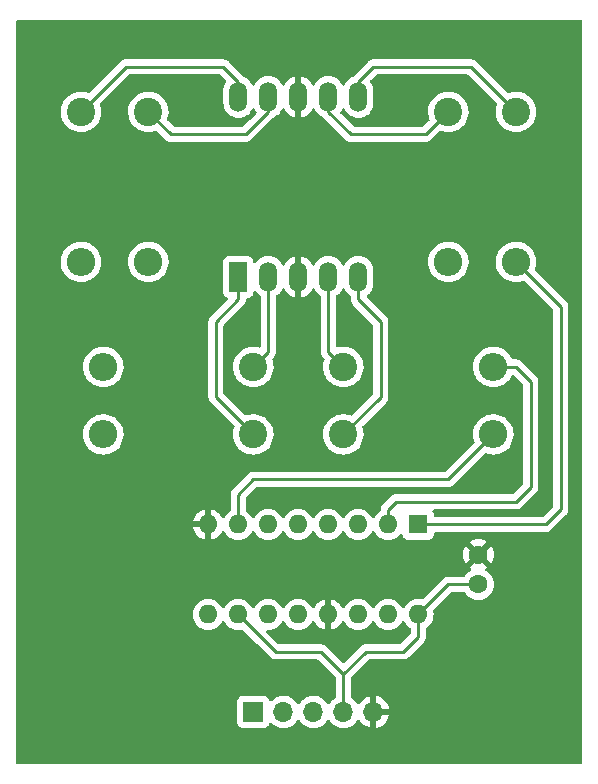
<source format=gbr>
%TF.GenerationSoftware,KiCad,Pcbnew,(6.0.4)*%
%TF.CreationDate,2022-04-30T17:38:09-07:00*%
%TF.ProjectId,SingleSevenSegments,53696e67-6c65-4536-9576-656e5365676d,rev?*%
%TF.SameCoordinates,Original*%
%TF.FileFunction,Copper,L2,Bot*%
%TF.FilePolarity,Positive*%
%FSLAX46Y46*%
G04 Gerber Fmt 4.6, Leading zero omitted, Abs format (unit mm)*
G04 Created by KiCad (PCBNEW (6.0.4)) date 2022-04-30 17:38:09*
%MOMM*%
%LPD*%
G01*
G04 APERTURE LIST*
%TA.AperFunction,ComponentPad*%
%ADD10C,1.600000*%
%TD*%
%TA.AperFunction,ComponentPad*%
%ADD11C,2.400000*%
%TD*%
%TA.AperFunction,ComponentPad*%
%ADD12O,2.400000X2.400000*%
%TD*%
%TA.AperFunction,ComponentPad*%
%ADD13R,1.524000X2.524000*%
%TD*%
%TA.AperFunction,ComponentPad*%
%ADD14O,1.524000X2.524000*%
%TD*%
%TA.AperFunction,ComponentPad*%
%ADD15R,1.600000X1.600000*%
%TD*%
%TA.AperFunction,ComponentPad*%
%ADD16O,1.600000X1.600000*%
%TD*%
%TA.AperFunction,ComponentPad*%
%ADD17R,1.700000X1.700000*%
%TD*%
%TA.AperFunction,ComponentPad*%
%ADD18O,1.700000X1.700000*%
%TD*%
%TA.AperFunction,Conductor*%
%ADD19C,0.250000*%
%TD*%
G04 APERTURE END LIST*
D10*
%TO.P,C1,1*%
%TO.N,Net-(C1-Pad1)*%
X157480000Y-74285000D03*
%TO.P,C1,2*%
%TO.N,GND*%
X157480000Y-71785000D03*
%TD*%
D11*
%TO.P,R2,1*%
%TO.N,Net-(R2-Pad1)*%
X160655000Y-34290000D03*
D12*
%TO.P,R2,2*%
%TO.N,Net-(R2-Pad2)*%
X160655000Y-46990000D03*
%TD*%
D11*
%TO.P,R6,1*%
%TO.N,Net-(R6-Pad1)*%
X129540000Y-34290000D03*
D12*
%TO.P,R6,2*%
%TO.N,Net-(R6-Pad2)*%
X129540000Y-46990000D03*
%TD*%
D13*
%TO.P,U2,1,E*%
%TO.N,Net-(R5-Pad1)*%
X137160000Y-48260000D03*
D14*
%TO.P,U2,2,D*%
%TO.N,Net-(R4-Pad1)*%
X139700000Y-48260000D03*
%TO.P,U2,3,CC*%
%TO.N,GND*%
X142240000Y-48260000D03*
%TO.P,U2,4,C*%
%TO.N,Net-(R3-Pad1)*%
X144780000Y-48260000D03*
%TO.P,U2,5,DP*%
%TO.N,Net-(R8-Pad1)*%
X147320000Y-48260000D03*
%TO.P,U2,6,B*%
%TO.N,Net-(R2-Pad1)*%
X147320000Y-33020000D03*
%TO.P,U2,7,A*%
%TO.N,Net-(R1-Pad1)*%
X144780000Y-33020000D03*
%TO.P,U2,8,CC*%
%TO.N,GND*%
X142240000Y-33020000D03*
%TO.P,U2,9,F*%
%TO.N,Net-(R6-Pad1)*%
X139700000Y-33020000D03*
%TO.P,U2,10,G*%
%TO.N,Net-(R7-Pad1)*%
X137160000Y-33020000D03*
%TD*%
D11*
%TO.P,R4,1*%
%TO.N,Net-(R4-Pad1)*%
X138430000Y-55880000D03*
D12*
%TO.P,R4,2*%
%TO.N,Net-(R4-Pad2)*%
X125730000Y-55880000D03*
%TD*%
D15*
%TO.P,U1,1,QB*%
%TO.N,Net-(R2-Pad2)*%
X152385000Y-69225000D03*
D16*
%TO.P,U1,2,QC*%
%TO.N,Net-(R3-Pad2)*%
X149845000Y-69225000D03*
%TO.P,U1,3,QD*%
%TO.N,Net-(R4-Pad2)*%
X147305000Y-69225000D03*
%TO.P,U1,4,QE*%
%TO.N,Net-(R5-Pad2)*%
X144765000Y-69225000D03*
%TO.P,U1,5,QF*%
%TO.N,Net-(R6-Pad2)*%
X142225000Y-69225000D03*
%TO.P,U1,6,QG*%
%TO.N,Net-(R7-Pad2)*%
X139685000Y-69225000D03*
%TO.P,U1,7,QH*%
%TO.N,Net-(R8-Pad2)*%
X137145000Y-69225000D03*
%TO.P,U1,8,GND*%
%TO.N,GND*%
X134605000Y-69225000D03*
%TO.P,U1,9,QH'*%
%TO.N,unconnected-(U1-Pad9)*%
X134605000Y-76845000D03*
%TO.P,U1,10,~{SRCLR}*%
%TO.N,Net-(C1-Pad1)*%
X137145000Y-76845000D03*
%TO.P,U1,11,SRCLK*%
%TO.N,Net-(J1-Pad1)*%
X139685000Y-76845000D03*
%TO.P,U1,12,RCLK*%
%TO.N,Net-(J1-Pad2)*%
X142225000Y-76845000D03*
%TO.P,U1,13,~{OE}*%
%TO.N,GND*%
X144765000Y-76845000D03*
%TO.P,U1,14,SER*%
%TO.N,Net-(J1-Pad3)*%
X147305000Y-76845000D03*
%TO.P,U1,15,QA*%
%TO.N,Net-(R1-Pad2)*%
X149845000Y-76845000D03*
%TO.P,U1,16,VCC*%
%TO.N,Net-(C1-Pad1)*%
X152385000Y-76845000D03*
%TD*%
D11*
%TO.P,R3,1*%
%TO.N,Net-(R3-Pad1)*%
X146050000Y-55880000D03*
D12*
%TO.P,R3,2*%
%TO.N,Net-(R3-Pad2)*%
X158750000Y-55880000D03*
%TD*%
D17*
%TO.P,J1,1,Pin_1*%
%TO.N,Net-(J1-Pad1)*%
X138435000Y-85090000D03*
D18*
%TO.P,J1,2,Pin_2*%
%TO.N,Net-(J1-Pad2)*%
X140975000Y-85090000D03*
%TO.P,J1,3,Pin_3*%
%TO.N,Net-(J1-Pad3)*%
X143515000Y-85090000D03*
%TO.P,J1,4,Pin_4*%
%TO.N,Net-(C1-Pad1)*%
X146055000Y-85090000D03*
%TO.P,J1,5,Pin_5*%
%TO.N,GND*%
X148595000Y-85090000D03*
%TD*%
D11*
%TO.P,R1,1*%
%TO.N,Net-(R1-Pad1)*%
X154940000Y-34290000D03*
D12*
%TO.P,R1,2*%
%TO.N,Net-(R1-Pad2)*%
X154940000Y-46990000D03*
%TD*%
D11*
%TO.P,R8,1*%
%TO.N,Net-(R8-Pad1)*%
X146050000Y-61595000D03*
D12*
%TO.P,R8,2*%
%TO.N,Net-(R8-Pad2)*%
X158750000Y-61595000D03*
%TD*%
D11*
%TO.P,R7,1*%
%TO.N,Net-(R7-Pad1)*%
X123825000Y-34290000D03*
D12*
%TO.P,R7,2*%
%TO.N,Net-(R7-Pad2)*%
X123825000Y-46990000D03*
%TD*%
D11*
%TO.P,R5,1*%
%TO.N,Net-(R5-Pad1)*%
X138430000Y-61595000D03*
D12*
%TO.P,R5,2*%
%TO.N,Net-(R5-Pad2)*%
X125730000Y-61595000D03*
%TD*%
D19*
%TO.N,Net-(R2-Pad2)*%
X164465000Y-67945000D02*
X163185000Y-69225000D01*
X164465000Y-50800000D02*
X164465000Y-67945000D01*
X163185000Y-69225000D02*
X152385000Y-69225000D01*
X160655000Y-46990000D02*
X164465000Y-50800000D01*
%TO.N,Net-(R3-Pad2)*%
X150495000Y-67310000D02*
X149845000Y-67960000D01*
X160655000Y-55880000D02*
X161925000Y-57150000D01*
X158750000Y-55880000D02*
X160655000Y-55880000D01*
X149845000Y-67960000D02*
X149845000Y-69225000D01*
X161925000Y-57150000D02*
X161925000Y-66040000D01*
X160655000Y-67310000D02*
X150495000Y-67310000D01*
X161925000Y-66040000D02*
X160655000Y-67310000D01*
%TO.N,Net-(R8-Pad2)*%
X137145000Y-69225000D02*
X137145000Y-66690000D01*
X154940000Y-65405000D02*
X158750000Y-61595000D01*
X138430000Y-65405000D02*
X154940000Y-65405000D01*
X137145000Y-66690000D02*
X138430000Y-65405000D01*
%TO.N,Net-(C1-Pad1)*%
X151128750Y-80010000D02*
X147955000Y-80010000D01*
X152385000Y-78753750D02*
X151128750Y-80010000D01*
X146055000Y-81920000D02*
X146055000Y-85090000D01*
X144145000Y-80010000D02*
X146055000Y-81920000D01*
X154945000Y-74285000D02*
X157480000Y-74285000D01*
X146055000Y-81910000D02*
X146055000Y-85090000D01*
X140310000Y-80010000D02*
X144145000Y-80010000D01*
X152385000Y-76845000D02*
X154945000Y-74285000D01*
X147955000Y-80010000D02*
X146055000Y-81910000D01*
X152385000Y-76845000D02*
X152385000Y-78753750D01*
X137145000Y-76845000D02*
X140310000Y-80010000D01*
%TO.N,Net-(R5-Pad1)*%
X137160000Y-50165000D02*
X135255000Y-52070000D01*
X137160000Y-48260000D02*
X137160000Y-50165000D01*
X135255000Y-58420000D02*
X138430000Y-61595000D01*
X135255000Y-52070000D02*
X135255000Y-58420000D01*
%TO.N,Net-(R4-Pad1)*%
X139700000Y-54610000D02*
X139700000Y-48260000D01*
X138430000Y-55880000D02*
X139700000Y-54610000D01*
%TO.N,Net-(R3-Pad1)*%
X146050000Y-55880000D02*
X144780000Y-54610000D01*
X144780000Y-54610000D02*
X144780000Y-48260000D01*
%TO.N,Net-(R8-Pad1)*%
X149225000Y-52070000D02*
X149225000Y-58420000D01*
X149225000Y-58420000D02*
X146050000Y-61595000D01*
X147320000Y-48260000D02*
X147320000Y-50165000D01*
X147320000Y-50165000D02*
X149225000Y-52070000D01*
%TO.N,Net-(R2-Pad1)*%
X156845000Y-30480000D02*
X148590000Y-30480000D01*
X148590000Y-30480000D02*
X147320000Y-31750000D01*
X147320000Y-31750000D02*
X147320000Y-33020000D01*
X160655000Y-34290000D02*
X156845000Y-30480000D01*
%TO.N,Net-(R1-Pad1)*%
X153035000Y-36195000D02*
X146685000Y-36195000D01*
X146685000Y-36195000D02*
X144780000Y-34290000D01*
X154940000Y-34290000D02*
X153035000Y-36195000D01*
X144780000Y-34290000D02*
X144780000Y-33020000D01*
%TO.N,Net-(R6-Pad1)*%
X131445000Y-36195000D02*
X137795000Y-36195000D01*
X137795000Y-36195000D02*
X139700000Y-34290000D01*
X129540000Y-34290000D02*
X131445000Y-36195000D01*
X139700000Y-34290000D02*
X139700000Y-33020000D01*
%TO.N,Net-(R7-Pad1)*%
X123825000Y-34290000D02*
X127635000Y-30480000D01*
X137160000Y-31750000D02*
X137160000Y-33020000D01*
X127635000Y-30480000D02*
X135890000Y-30480000D01*
X135890000Y-30480000D02*
X137160000Y-31750000D01*
%TD*%
%TA.AperFunction,Conductor*%
%TO.N,GND*%
G36*
X166233621Y-26528502D02*
G01*
X166280114Y-26582158D01*
X166291500Y-26634500D01*
X166291500Y-89365500D01*
X166271498Y-89433621D01*
X166217842Y-89480114D01*
X166165500Y-89491500D01*
X118434500Y-89491500D01*
X118366379Y-89471498D01*
X118319886Y-89417842D01*
X118308500Y-89365500D01*
X118308500Y-76845000D01*
X133291502Y-76845000D01*
X133311457Y-77073087D01*
X133370716Y-77294243D01*
X133373039Y-77299224D01*
X133373039Y-77299225D01*
X133465151Y-77496762D01*
X133465154Y-77496767D01*
X133467477Y-77501749D01*
X133598802Y-77689300D01*
X133760700Y-77851198D01*
X133765208Y-77854355D01*
X133765211Y-77854357D01*
X133843389Y-77909098D01*
X133948251Y-77982523D01*
X133953233Y-77984846D01*
X133953238Y-77984849D01*
X134123825Y-78064394D01*
X134155757Y-78079284D01*
X134161065Y-78080706D01*
X134161067Y-78080707D01*
X134371598Y-78137119D01*
X134371600Y-78137119D01*
X134376913Y-78138543D01*
X134605000Y-78158498D01*
X134833087Y-78138543D01*
X134838400Y-78137119D01*
X134838402Y-78137119D01*
X135048933Y-78080707D01*
X135048935Y-78080706D01*
X135054243Y-78079284D01*
X135086175Y-78064394D01*
X135256762Y-77984849D01*
X135256767Y-77984846D01*
X135261749Y-77982523D01*
X135366611Y-77909098D01*
X135444789Y-77854357D01*
X135444792Y-77854355D01*
X135449300Y-77851198D01*
X135611198Y-77689300D01*
X135742523Y-77501749D01*
X135744846Y-77496767D01*
X135744849Y-77496762D01*
X135760805Y-77462543D01*
X135807722Y-77409258D01*
X135875999Y-77389797D01*
X135943959Y-77410339D01*
X135989195Y-77462543D01*
X136005151Y-77496762D01*
X136005154Y-77496767D01*
X136007477Y-77501749D01*
X136138802Y-77689300D01*
X136300700Y-77851198D01*
X136305208Y-77854355D01*
X136305211Y-77854357D01*
X136383389Y-77909098D01*
X136488251Y-77982523D01*
X136493233Y-77984846D01*
X136493238Y-77984849D01*
X136663825Y-78064394D01*
X136695757Y-78079284D01*
X136701065Y-78080706D01*
X136701067Y-78080707D01*
X136911598Y-78137119D01*
X136911600Y-78137119D01*
X136916913Y-78138543D01*
X137145000Y-78158498D01*
X137373087Y-78138543D01*
X137378398Y-78137120D01*
X137378409Y-78137118D01*
X137436541Y-78121541D01*
X137507517Y-78123230D01*
X137558248Y-78154152D01*
X138743690Y-79339595D01*
X139806348Y-80402253D01*
X139813888Y-80410539D01*
X139818000Y-80417018D01*
X139823777Y-80422443D01*
X139867651Y-80463643D01*
X139870493Y-80466398D01*
X139890230Y-80486135D01*
X139893427Y-80488615D01*
X139902447Y-80496318D01*
X139934679Y-80526586D01*
X139941625Y-80530405D01*
X139941628Y-80530407D01*
X139952434Y-80536348D01*
X139968953Y-80547199D01*
X139984959Y-80559614D01*
X139992228Y-80562759D01*
X139992232Y-80562762D01*
X140025537Y-80577174D01*
X140036187Y-80582391D01*
X140074940Y-80603695D01*
X140082615Y-80605666D01*
X140082616Y-80605666D01*
X140094562Y-80608733D01*
X140113267Y-80615137D01*
X140131855Y-80623181D01*
X140139678Y-80624420D01*
X140139688Y-80624423D01*
X140175524Y-80630099D01*
X140187144Y-80632505D01*
X140218959Y-80640673D01*
X140229970Y-80643500D01*
X140250224Y-80643500D01*
X140269934Y-80645051D01*
X140289943Y-80648220D01*
X140297835Y-80647474D01*
X140316580Y-80645702D01*
X140333962Y-80644059D01*
X140345819Y-80643500D01*
X143830406Y-80643500D01*
X143898527Y-80663502D01*
X143919501Y-80680405D01*
X145384595Y-82145500D01*
X145418621Y-82207812D01*
X145421500Y-82234595D01*
X145421500Y-83811692D01*
X145401498Y-83879813D01*
X145353683Y-83923453D01*
X145328607Y-83936507D01*
X145324474Y-83939610D01*
X145324471Y-83939612D01*
X145154100Y-84067530D01*
X145149965Y-84070635D01*
X145146393Y-84074373D01*
X145038729Y-84187037D01*
X144995629Y-84232138D01*
X144888201Y-84389621D01*
X144833293Y-84434621D01*
X144762768Y-84442792D01*
X144699021Y-84411538D01*
X144678324Y-84387054D01*
X144597822Y-84262617D01*
X144597820Y-84262614D01*
X144595014Y-84258277D01*
X144444670Y-84093051D01*
X144440619Y-84089852D01*
X144440615Y-84089848D01*
X144273414Y-83957800D01*
X144273410Y-83957798D01*
X144269359Y-83954598D01*
X144264831Y-83952098D01*
X144148988Y-83888150D01*
X144073789Y-83846638D01*
X144068920Y-83844914D01*
X144068916Y-83844912D01*
X143868087Y-83773795D01*
X143868083Y-83773794D01*
X143863212Y-83772069D01*
X143858119Y-83771162D01*
X143858116Y-83771161D01*
X143648373Y-83733800D01*
X143648367Y-83733799D01*
X143643284Y-83732894D01*
X143569452Y-83731992D01*
X143425081Y-83730228D01*
X143425079Y-83730228D01*
X143419911Y-83730165D01*
X143199091Y-83763955D01*
X142986756Y-83833357D01*
X142913757Y-83871358D01*
X142812975Y-83923822D01*
X142788607Y-83936507D01*
X142784474Y-83939610D01*
X142784471Y-83939612D01*
X142614100Y-84067530D01*
X142609965Y-84070635D01*
X142606393Y-84074373D01*
X142498729Y-84187037D01*
X142455629Y-84232138D01*
X142348201Y-84389621D01*
X142293293Y-84434621D01*
X142222768Y-84442792D01*
X142159021Y-84411538D01*
X142138324Y-84387054D01*
X142057822Y-84262617D01*
X142057820Y-84262614D01*
X142055014Y-84258277D01*
X141904670Y-84093051D01*
X141900619Y-84089852D01*
X141900615Y-84089848D01*
X141733414Y-83957800D01*
X141733410Y-83957798D01*
X141729359Y-83954598D01*
X141724831Y-83952098D01*
X141608988Y-83888150D01*
X141533789Y-83846638D01*
X141528920Y-83844914D01*
X141528916Y-83844912D01*
X141328087Y-83773795D01*
X141328083Y-83773794D01*
X141323212Y-83772069D01*
X141318119Y-83771162D01*
X141318116Y-83771161D01*
X141108373Y-83733800D01*
X141108367Y-83733799D01*
X141103284Y-83732894D01*
X141029452Y-83731992D01*
X140885081Y-83730228D01*
X140885079Y-83730228D01*
X140879911Y-83730165D01*
X140659091Y-83763955D01*
X140446756Y-83833357D01*
X140373757Y-83871358D01*
X140272975Y-83923822D01*
X140248607Y-83936507D01*
X140244474Y-83939610D01*
X140244471Y-83939612D01*
X140074100Y-84067530D01*
X140069965Y-84070635D01*
X140013537Y-84129684D01*
X139989283Y-84155064D01*
X139927759Y-84190494D01*
X139856846Y-84187037D01*
X139799060Y-84145791D01*
X139780207Y-84112243D01*
X139738767Y-84001703D01*
X139735615Y-83993295D01*
X139648261Y-83876739D01*
X139531705Y-83789385D01*
X139395316Y-83738255D01*
X139333134Y-83731500D01*
X137536866Y-83731500D01*
X137474684Y-83738255D01*
X137338295Y-83789385D01*
X137221739Y-83876739D01*
X137134385Y-83993295D01*
X137083255Y-84129684D01*
X137076500Y-84191866D01*
X137076500Y-85988134D01*
X137083255Y-86050316D01*
X137134385Y-86186705D01*
X137221739Y-86303261D01*
X137338295Y-86390615D01*
X137474684Y-86441745D01*
X137536866Y-86448500D01*
X139333134Y-86448500D01*
X139395316Y-86441745D01*
X139531705Y-86390615D01*
X139648261Y-86303261D01*
X139735615Y-86186705D01*
X139757799Y-86127529D01*
X139779598Y-86069382D01*
X139822240Y-86012618D01*
X139888802Y-85987918D01*
X139958150Y-86003126D01*
X139992817Y-86031114D01*
X140021250Y-86063938D01*
X140193126Y-86206632D01*
X140386000Y-86319338D01*
X140594692Y-86399030D01*
X140599760Y-86400061D01*
X140599763Y-86400062D01*
X140694862Y-86419410D01*
X140813597Y-86443567D01*
X140818772Y-86443757D01*
X140818774Y-86443757D01*
X141031673Y-86451564D01*
X141031677Y-86451564D01*
X141036837Y-86451753D01*
X141041957Y-86451097D01*
X141041959Y-86451097D01*
X141253288Y-86424025D01*
X141253289Y-86424025D01*
X141258416Y-86423368D01*
X141263366Y-86421883D01*
X141467429Y-86360661D01*
X141467434Y-86360659D01*
X141472384Y-86359174D01*
X141672994Y-86260896D01*
X141854860Y-86131173D01*
X142013096Y-85973489D01*
X142143453Y-85792077D01*
X142144776Y-85793028D01*
X142191645Y-85749857D01*
X142261580Y-85737625D01*
X142327026Y-85765144D01*
X142354875Y-85796994D01*
X142414987Y-85895088D01*
X142561250Y-86063938D01*
X142733126Y-86206632D01*
X142926000Y-86319338D01*
X143134692Y-86399030D01*
X143139760Y-86400061D01*
X143139763Y-86400062D01*
X143234862Y-86419410D01*
X143353597Y-86443567D01*
X143358772Y-86443757D01*
X143358774Y-86443757D01*
X143571673Y-86451564D01*
X143571677Y-86451564D01*
X143576837Y-86451753D01*
X143581957Y-86451097D01*
X143581959Y-86451097D01*
X143793288Y-86424025D01*
X143793289Y-86424025D01*
X143798416Y-86423368D01*
X143803366Y-86421883D01*
X144007429Y-86360661D01*
X144007434Y-86360659D01*
X144012384Y-86359174D01*
X144212994Y-86260896D01*
X144394860Y-86131173D01*
X144553096Y-85973489D01*
X144683453Y-85792077D01*
X144684776Y-85793028D01*
X144731645Y-85749857D01*
X144801580Y-85737625D01*
X144867026Y-85765144D01*
X144894875Y-85796994D01*
X144954987Y-85895088D01*
X145101250Y-86063938D01*
X145273126Y-86206632D01*
X145466000Y-86319338D01*
X145674692Y-86399030D01*
X145679760Y-86400061D01*
X145679763Y-86400062D01*
X145774862Y-86419410D01*
X145893597Y-86443567D01*
X145898772Y-86443757D01*
X145898774Y-86443757D01*
X146111673Y-86451564D01*
X146111677Y-86451564D01*
X146116837Y-86451753D01*
X146121957Y-86451097D01*
X146121959Y-86451097D01*
X146333288Y-86424025D01*
X146333289Y-86424025D01*
X146338416Y-86423368D01*
X146343366Y-86421883D01*
X146547429Y-86360661D01*
X146547434Y-86360659D01*
X146552384Y-86359174D01*
X146752994Y-86260896D01*
X146934860Y-86131173D01*
X147093096Y-85973489D01*
X147223453Y-85792077D01*
X147224640Y-85792930D01*
X147271960Y-85749362D01*
X147341897Y-85737145D01*
X147407338Y-85764678D01*
X147435166Y-85796511D01*
X147492694Y-85890388D01*
X147498777Y-85898699D01*
X147638213Y-86059667D01*
X147645580Y-86066883D01*
X147809434Y-86202916D01*
X147817881Y-86208831D01*
X148001756Y-86316279D01*
X148011042Y-86320729D01*
X148210001Y-86396703D01*
X148219899Y-86399579D01*
X148323250Y-86420606D01*
X148337299Y-86419410D01*
X148341000Y-86409065D01*
X148341000Y-86408517D01*
X148849000Y-86408517D01*
X148853064Y-86422359D01*
X148866478Y-86424393D01*
X148873184Y-86423534D01*
X148883262Y-86421392D01*
X149087255Y-86360191D01*
X149096842Y-86356433D01*
X149288095Y-86262739D01*
X149296945Y-86257464D01*
X149470328Y-86133792D01*
X149478200Y-86127139D01*
X149629052Y-85976812D01*
X149635730Y-85968965D01*
X149760003Y-85796020D01*
X149765313Y-85787183D01*
X149859670Y-85596267D01*
X149863469Y-85586672D01*
X149925377Y-85382910D01*
X149927555Y-85372837D01*
X149928986Y-85361962D01*
X149926775Y-85347778D01*
X149913617Y-85344000D01*
X148867115Y-85344000D01*
X148851876Y-85348475D01*
X148850671Y-85349865D01*
X148849000Y-85357548D01*
X148849000Y-86408517D01*
X148341000Y-86408517D01*
X148341000Y-84817885D01*
X148849000Y-84817885D01*
X148853475Y-84833124D01*
X148854865Y-84834329D01*
X148862548Y-84836000D01*
X149913344Y-84836000D01*
X149926875Y-84832027D01*
X149928180Y-84822947D01*
X149886214Y-84655875D01*
X149882894Y-84646124D01*
X149797972Y-84450814D01*
X149793105Y-84441739D01*
X149677426Y-84262926D01*
X149671136Y-84254757D01*
X149527806Y-84097240D01*
X149520273Y-84090215D01*
X149353139Y-83958222D01*
X149344552Y-83952517D01*
X149158117Y-83849599D01*
X149148705Y-83845369D01*
X148947959Y-83774280D01*
X148937988Y-83771646D01*
X148866837Y-83758972D01*
X148853540Y-83760432D01*
X148849000Y-83774989D01*
X148849000Y-84817885D01*
X148341000Y-84817885D01*
X148341000Y-83773102D01*
X148337082Y-83759758D01*
X148322806Y-83757771D01*
X148284324Y-83763660D01*
X148274288Y-83766051D01*
X148071868Y-83832212D01*
X148062359Y-83836209D01*
X147873463Y-83934542D01*
X147864738Y-83940036D01*
X147694433Y-84067905D01*
X147686726Y-84074748D01*
X147539590Y-84228717D01*
X147533109Y-84236722D01*
X147428498Y-84390074D01*
X147373587Y-84435076D01*
X147303062Y-84443247D01*
X147239315Y-84411993D01*
X147218618Y-84387509D01*
X147137822Y-84262617D01*
X147137820Y-84262614D01*
X147135014Y-84258277D01*
X146984670Y-84093051D01*
X146980619Y-84089852D01*
X146980615Y-84089848D01*
X146813414Y-83957800D01*
X146813410Y-83957798D01*
X146809359Y-83954598D01*
X146804835Y-83952101D01*
X146804831Y-83952098D01*
X146753608Y-83923822D01*
X146703636Y-83873390D01*
X146688500Y-83813513D01*
X146688500Y-82224594D01*
X146708502Y-82156473D01*
X146725405Y-82135499D01*
X148180500Y-80680405D01*
X148242812Y-80646379D01*
X148269595Y-80643500D01*
X151049983Y-80643500D01*
X151061166Y-80644027D01*
X151068659Y-80645702D01*
X151076585Y-80645453D01*
X151076586Y-80645453D01*
X151136736Y-80643562D01*
X151140695Y-80643500D01*
X151168606Y-80643500D01*
X151172541Y-80643003D01*
X151172606Y-80642995D01*
X151184443Y-80642062D01*
X151216701Y-80641048D01*
X151220720Y-80640922D01*
X151228639Y-80640673D01*
X151248093Y-80635021D01*
X151267450Y-80631013D01*
X151279680Y-80629468D01*
X151279681Y-80629468D01*
X151287547Y-80628474D01*
X151294918Y-80625555D01*
X151294920Y-80625555D01*
X151328662Y-80612196D01*
X151339892Y-80608351D01*
X151374733Y-80598229D01*
X151374734Y-80598229D01*
X151382343Y-80596018D01*
X151389162Y-80591985D01*
X151389167Y-80591983D01*
X151399778Y-80585707D01*
X151417526Y-80577012D01*
X151436367Y-80569552D01*
X151472137Y-80543564D01*
X151482057Y-80537048D01*
X151513285Y-80518580D01*
X151513288Y-80518578D01*
X151520112Y-80514542D01*
X151534433Y-80500221D01*
X151549467Y-80487380D01*
X151559444Y-80480131D01*
X151565857Y-80475472D01*
X151594048Y-80441395D01*
X151602038Y-80432616D01*
X152777253Y-79257402D01*
X152785539Y-79249862D01*
X152792018Y-79245750D01*
X152838644Y-79196098D01*
X152841398Y-79193257D01*
X152861135Y-79173520D01*
X152863615Y-79170323D01*
X152871320Y-79161301D01*
X152896159Y-79134850D01*
X152901586Y-79129071D01*
X152905405Y-79122125D01*
X152905407Y-79122122D01*
X152911348Y-79111316D01*
X152922199Y-79094797D01*
X152929758Y-79085051D01*
X152934614Y-79078791D01*
X152937759Y-79071522D01*
X152937762Y-79071518D01*
X152952174Y-79038213D01*
X152957391Y-79027563D01*
X152978695Y-78988810D01*
X152983733Y-78969187D01*
X152990137Y-78950484D01*
X152995033Y-78939170D01*
X152995033Y-78939169D01*
X152998181Y-78931895D01*
X152999420Y-78924072D01*
X152999423Y-78924062D01*
X153005099Y-78888226D01*
X153007505Y-78876606D01*
X153016528Y-78841461D01*
X153016528Y-78841460D01*
X153018500Y-78833780D01*
X153018500Y-78813526D01*
X153020051Y-78793815D01*
X153021980Y-78781636D01*
X153023220Y-78773807D01*
X153019059Y-78729788D01*
X153018500Y-78717931D01*
X153018500Y-78064394D01*
X153038502Y-77996273D01*
X153072229Y-77961181D01*
X153224789Y-77854357D01*
X153224792Y-77854355D01*
X153229300Y-77851198D01*
X153391198Y-77689300D01*
X153522523Y-77501749D01*
X153524846Y-77496767D01*
X153524849Y-77496762D01*
X153616961Y-77299225D01*
X153616961Y-77299224D01*
X153619284Y-77294243D01*
X153678543Y-77073087D01*
X153698498Y-76845000D01*
X153678543Y-76616913D01*
X153677119Y-76611598D01*
X153677118Y-76611591D01*
X153661541Y-76553459D01*
X153663230Y-76482483D01*
X153694152Y-76431752D01*
X155170499Y-74955405D01*
X155232811Y-74921379D01*
X155259594Y-74918500D01*
X156260606Y-74918500D01*
X156328727Y-74938502D01*
X156363819Y-74972229D01*
X156473802Y-75129300D01*
X156635700Y-75291198D01*
X156640208Y-75294355D01*
X156640211Y-75294357D01*
X156718389Y-75349098D01*
X156823251Y-75422523D01*
X156828233Y-75424846D01*
X156828238Y-75424849D01*
X157025775Y-75516961D01*
X157030757Y-75519284D01*
X157036065Y-75520706D01*
X157036067Y-75520707D01*
X157246598Y-75577119D01*
X157246600Y-75577119D01*
X157251913Y-75578543D01*
X157480000Y-75598498D01*
X157708087Y-75578543D01*
X157713400Y-75577119D01*
X157713402Y-75577119D01*
X157923933Y-75520707D01*
X157923935Y-75520706D01*
X157929243Y-75519284D01*
X157934225Y-75516961D01*
X158131762Y-75424849D01*
X158131767Y-75424846D01*
X158136749Y-75422523D01*
X158241611Y-75349098D01*
X158319789Y-75294357D01*
X158319792Y-75294355D01*
X158324300Y-75291198D01*
X158486198Y-75129300D01*
X158617523Y-74941749D01*
X158619846Y-74936767D01*
X158619849Y-74936762D01*
X158711961Y-74739225D01*
X158711961Y-74739224D01*
X158714284Y-74734243D01*
X158773543Y-74513087D01*
X158793498Y-74285000D01*
X158773543Y-74056913D01*
X158721419Y-73862384D01*
X158715707Y-73841067D01*
X158715706Y-73841065D01*
X158714284Y-73835757D01*
X158701164Y-73807620D01*
X158619849Y-73633238D01*
X158619846Y-73633233D01*
X158617523Y-73628251D01*
X158486198Y-73440700D01*
X158324300Y-73278802D01*
X158319792Y-73275645D01*
X158319789Y-73275643D01*
X158141253Y-73150631D01*
X158136749Y-73147477D01*
X158131765Y-73145153D01*
X158129472Y-73143829D01*
X158080479Y-73092447D01*
X158067043Y-73022733D01*
X158093429Y-72956822D01*
X158129472Y-72925591D01*
X158141002Y-72918934D01*
X158193048Y-72882491D01*
X158201424Y-72872012D01*
X158194356Y-72858566D01*
X157492812Y-72157022D01*
X157478868Y-72149408D01*
X157477035Y-72149539D01*
X157470420Y-72153790D01*
X156764923Y-72859287D01*
X156758493Y-72871062D01*
X156767789Y-72883077D01*
X156818998Y-72918934D01*
X156830528Y-72925591D01*
X156879521Y-72976973D01*
X156892958Y-73046687D01*
X156866571Y-73112598D01*
X156830528Y-73143829D01*
X156828235Y-73145153D01*
X156823251Y-73147477D01*
X156818747Y-73150631D01*
X156640211Y-73275643D01*
X156640208Y-73275645D01*
X156635700Y-73278802D01*
X156473802Y-73440700D01*
X156470645Y-73445208D01*
X156470643Y-73445211D01*
X156363819Y-73597771D01*
X156308362Y-73642099D01*
X156260606Y-73651500D01*
X155023768Y-73651500D01*
X155012585Y-73650973D01*
X155005092Y-73649298D01*
X154997166Y-73649547D01*
X154997165Y-73649547D01*
X154937002Y-73651438D01*
X154933044Y-73651500D01*
X154905144Y-73651500D01*
X154901154Y-73652004D01*
X154889320Y-73652936D01*
X154845111Y-73654326D01*
X154837497Y-73656538D01*
X154837492Y-73656539D01*
X154825659Y-73659977D01*
X154806296Y-73663988D01*
X154786203Y-73666526D01*
X154778836Y-73669443D01*
X154778831Y-73669444D01*
X154745092Y-73682802D01*
X154733865Y-73686646D01*
X154691407Y-73698982D01*
X154684581Y-73703019D01*
X154673972Y-73709293D01*
X154656224Y-73717988D01*
X154637383Y-73725448D01*
X154630967Y-73730110D01*
X154630966Y-73730110D01*
X154601613Y-73751436D01*
X154591693Y-73757952D01*
X154560465Y-73776420D01*
X154560462Y-73776422D01*
X154553638Y-73780458D01*
X154539317Y-73794779D01*
X154524284Y-73807619D01*
X154507893Y-73819528D01*
X154479702Y-73853605D01*
X154471712Y-73862384D01*
X152798248Y-75535848D01*
X152735936Y-75569874D01*
X152676541Y-75568459D01*
X152618409Y-75552882D01*
X152618398Y-75552880D01*
X152613087Y-75551457D01*
X152385000Y-75531502D01*
X152156913Y-75551457D01*
X152151600Y-75552881D01*
X152151598Y-75552881D01*
X151941067Y-75609293D01*
X151941065Y-75609294D01*
X151935757Y-75610716D01*
X151930776Y-75613039D01*
X151930775Y-75613039D01*
X151733238Y-75705151D01*
X151733233Y-75705154D01*
X151728251Y-75707477D01*
X151623389Y-75780902D01*
X151545211Y-75835643D01*
X151545208Y-75835645D01*
X151540700Y-75838802D01*
X151378802Y-76000700D01*
X151247477Y-76188251D01*
X151245154Y-76193233D01*
X151245151Y-76193238D01*
X151229195Y-76227457D01*
X151182278Y-76280742D01*
X151114001Y-76300203D01*
X151046041Y-76279661D01*
X151000805Y-76227457D01*
X150984849Y-76193238D01*
X150984846Y-76193233D01*
X150982523Y-76188251D01*
X150851198Y-76000700D01*
X150689300Y-75838802D01*
X150684792Y-75835645D01*
X150684789Y-75835643D01*
X150606611Y-75780902D01*
X150501749Y-75707477D01*
X150496767Y-75705154D01*
X150496762Y-75705151D01*
X150299225Y-75613039D01*
X150299224Y-75613039D01*
X150294243Y-75610716D01*
X150288935Y-75609294D01*
X150288933Y-75609293D01*
X150078402Y-75552881D01*
X150078400Y-75552881D01*
X150073087Y-75551457D01*
X149845000Y-75531502D01*
X149616913Y-75551457D01*
X149611600Y-75552881D01*
X149611598Y-75552881D01*
X149401067Y-75609293D01*
X149401065Y-75609294D01*
X149395757Y-75610716D01*
X149390776Y-75613039D01*
X149390775Y-75613039D01*
X149193238Y-75705151D01*
X149193233Y-75705154D01*
X149188251Y-75707477D01*
X149083389Y-75780902D01*
X149005211Y-75835643D01*
X149005208Y-75835645D01*
X149000700Y-75838802D01*
X148838802Y-76000700D01*
X148707477Y-76188251D01*
X148705154Y-76193233D01*
X148705151Y-76193238D01*
X148689195Y-76227457D01*
X148642278Y-76280742D01*
X148574001Y-76300203D01*
X148506041Y-76279661D01*
X148460805Y-76227457D01*
X148444849Y-76193238D01*
X148444846Y-76193233D01*
X148442523Y-76188251D01*
X148311198Y-76000700D01*
X148149300Y-75838802D01*
X148144792Y-75835645D01*
X148144789Y-75835643D01*
X148066611Y-75780902D01*
X147961749Y-75707477D01*
X147956767Y-75705154D01*
X147956762Y-75705151D01*
X147759225Y-75613039D01*
X147759224Y-75613039D01*
X147754243Y-75610716D01*
X147748935Y-75609294D01*
X147748933Y-75609293D01*
X147538402Y-75552881D01*
X147538400Y-75552881D01*
X147533087Y-75551457D01*
X147305000Y-75531502D01*
X147076913Y-75551457D01*
X147071600Y-75552881D01*
X147071598Y-75552881D01*
X146861067Y-75609293D01*
X146861065Y-75609294D01*
X146855757Y-75610716D01*
X146850776Y-75613039D01*
X146850775Y-75613039D01*
X146653238Y-75705151D01*
X146653233Y-75705154D01*
X146648251Y-75707477D01*
X146543389Y-75780902D01*
X146465211Y-75835643D01*
X146465208Y-75835645D01*
X146460700Y-75838802D01*
X146298802Y-76000700D01*
X146167477Y-76188251D01*
X146165154Y-76193233D01*
X146165151Y-76193238D01*
X146148919Y-76228049D01*
X146102002Y-76281334D01*
X146033725Y-76300795D01*
X145965765Y-76280253D01*
X145920529Y-76228049D01*
X145904414Y-76193489D01*
X145898931Y-76183993D01*
X145773972Y-76005533D01*
X145766916Y-75997125D01*
X145612875Y-75843084D01*
X145604467Y-75836028D01*
X145426007Y-75711069D01*
X145416511Y-75705586D01*
X145219053Y-75613510D01*
X145208761Y-75609764D01*
X145036497Y-75563606D01*
X145022401Y-75563942D01*
X145019000Y-75571884D01*
X145019000Y-78112967D01*
X145022973Y-78126498D01*
X145031522Y-78127727D01*
X145208761Y-78080236D01*
X145219053Y-78076490D01*
X145416511Y-77984414D01*
X145426007Y-77978931D01*
X145604467Y-77853972D01*
X145612875Y-77846916D01*
X145766916Y-77692875D01*
X145773972Y-77684467D01*
X145898931Y-77506007D01*
X145904414Y-77496511D01*
X145920529Y-77461951D01*
X145967446Y-77408666D01*
X146035723Y-77389205D01*
X146103683Y-77409747D01*
X146148919Y-77461951D01*
X146165151Y-77496762D01*
X146165154Y-77496767D01*
X146167477Y-77501749D01*
X146298802Y-77689300D01*
X146460700Y-77851198D01*
X146465208Y-77854355D01*
X146465211Y-77854357D01*
X146543389Y-77909098D01*
X146648251Y-77982523D01*
X146653233Y-77984846D01*
X146653238Y-77984849D01*
X146823825Y-78064394D01*
X146855757Y-78079284D01*
X146861065Y-78080706D01*
X146861067Y-78080707D01*
X147071598Y-78137119D01*
X147071600Y-78137119D01*
X147076913Y-78138543D01*
X147305000Y-78158498D01*
X147533087Y-78138543D01*
X147538400Y-78137119D01*
X147538402Y-78137119D01*
X147748933Y-78080707D01*
X147748935Y-78080706D01*
X147754243Y-78079284D01*
X147786175Y-78064394D01*
X147956762Y-77984849D01*
X147956767Y-77984846D01*
X147961749Y-77982523D01*
X148066611Y-77909098D01*
X148144789Y-77854357D01*
X148144792Y-77854355D01*
X148149300Y-77851198D01*
X148311198Y-77689300D01*
X148442523Y-77501749D01*
X148444846Y-77496767D01*
X148444849Y-77496762D01*
X148460805Y-77462543D01*
X148507722Y-77409258D01*
X148575999Y-77389797D01*
X148643959Y-77410339D01*
X148689195Y-77462543D01*
X148705151Y-77496762D01*
X148705154Y-77496767D01*
X148707477Y-77501749D01*
X148838802Y-77689300D01*
X149000700Y-77851198D01*
X149005208Y-77854355D01*
X149005211Y-77854357D01*
X149083389Y-77909098D01*
X149188251Y-77982523D01*
X149193233Y-77984846D01*
X149193238Y-77984849D01*
X149363825Y-78064394D01*
X149395757Y-78079284D01*
X149401065Y-78080706D01*
X149401067Y-78080707D01*
X149611598Y-78137119D01*
X149611600Y-78137119D01*
X149616913Y-78138543D01*
X149845000Y-78158498D01*
X150073087Y-78138543D01*
X150078400Y-78137119D01*
X150078402Y-78137119D01*
X150288933Y-78080707D01*
X150288935Y-78080706D01*
X150294243Y-78079284D01*
X150326175Y-78064394D01*
X150496762Y-77984849D01*
X150496767Y-77984846D01*
X150501749Y-77982523D01*
X150606611Y-77909098D01*
X150684789Y-77854357D01*
X150684792Y-77854355D01*
X150689300Y-77851198D01*
X150851198Y-77689300D01*
X150982523Y-77501749D01*
X150984846Y-77496767D01*
X150984849Y-77496762D01*
X151000805Y-77462543D01*
X151047722Y-77409258D01*
X151115999Y-77389797D01*
X151183959Y-77410339D01*
X151229195Y-77462543D01*
X151245151Y-77496762D01*
X151245154Y-77496767D01*
X151247477Y-77501749D01*
X151378802Y-77689300D01*
X151540700Y-77851198D01*
X151545208Y-77854355D01*
X151545211Y-77854357D01*
X151697771Y-77961181D01*
X151742099Y-78016638D01*
X151751500Y-78064394D01*
X151751500Y-78439155D01*
X151731498Y-78507276D01*
X151714595Y-78528251D01*
X150903249Y-79339596D01*
X150840937Y-79373621D01*
X150814154Y-79376500D01*
X148033768Y-79376500D01*
X148022585Y-79375973D01*
X148015092Y-79374298D01*
X148007166Y-79374547D01*
X148007165Y-79374547D01*
X147947002Y-79376438D01*
X147943044Y-79376500D01*
X147915144Y-79376500D01*
X147911154Y-79377004D01*
X147899320Y-79377936D01*
X147855111Y-79379326D01*
X147847497Y-79381538D01*
X147847492Y-79381539D01*
X147835659Y-79384977D01*
X147816296Y-79388988D01*
X147796203Y-79391526D01*
X147788836Y-79394443D01*
X147788831Y-79394444D01*
X147755092Y-79407802D01*
X147743865Y-79411646D01*
X147701407Y-79423982D01*
X147694581Y-79428019D01*
X147683972Y-79434293D01*
X147666224Y-79442988D01*
X147647383Y-79450448D01*
X147640967Y-79455110D01*
X147640966Y-79455110D01*
X147611613Y-79476436D01*
X147601693Y-79482952D01*
X147570465Y-79501420D01*
X147570462Y-79501422D01*
X147563638Y-79505458D01*
X147549317Y-79519779D01*
X147534284Y-79532619D01*
X147517893Y-79544528D01*
X147509217Y-79555016D01*
X147489702Y-79578605D01*
X147481712Y-79587384D01*
X146139095Y-80930000D01*
X146076783Y-80964026D01*
X146005967Y-80958961D01*
X145960905Y-80930000D01*
X144648652Y-79617747D01*
X144641112Y-79609461D01*
X144637000Y-79602982D01*
X144587348Y-79556356D01*
X144584507Y-79553602D01*
X144564770Y-79533865D01*
X144561573Y-79531385D01*
X144552551Y-79523680D01*
X144539122Y-79511069D01*
X144520321Y-79493414D01*
X144513375Y-79489595D01*
X144513372Y-79489593D01*
X144502566Y-79483652D01*
X144486047Y-79472801D01*
X144485583Y-79472441D01*
X144470041Y-79460386D01*
X144462772Y-79457241D01*
X144462768Y-79457238D01*
X144429463Y-79442826D01*
X144418813Y-79437609D01*
X144380060Y-79416305D01*
X144360437Y-79411267D01*
X144341734Y-79404863D01*
X144330420Y-79399967D01*
X144330419Y-79399967D01*
X144323145Y-79396819D01*
X144315322Y-79395580D01*
X144315312Y-79395577D01*
X144279476Y-79389901D01*
X144267856Y-79387495D01*
X144232711Y-79378472D01*
X144232710Y-79378472D01*
X144225030Y-79376500D01*
X144204776Y-79376500D01*
X144185065Y-79374949D01*
X144176681Y-79373621D01*
X144165057Y-79371780D01*
X144135786Y-79374547D01*
X144121039Y-79375941D01*
X144109181Y-79376500D01*
X140624594Y-79376500D01*
X140556473Y-79356498D01*
X140535503Y-79339599D01*
X139567492Y-78371587D01*
X139533468Y-78309277D01*
X139538533Y-78238461D01*
X139581080Y-78181626D01*
X139647600Y-78156815D01*
X139667572Y-78156974D01*
X139679515Y-78158019D01*
X139679525Y-78158019D01*
X139685000Y-78158498D01*
X139913087Y-78138543D01*
X139918400Y-78137119D01*
X139918402Y-78137119D01*
X140128933Y-78080707D01*
X140128935Y-78080706D01*
X140134243Y-78079284D01*
X140166175Y-78064394D01*
X140336762Y-77984849D01*
X140336767Y-77984846D01*
X140341749Y-77982523D01*
X140446611Y-77909098D01*
X140524789Y-77854357D01*
X140524792Y-77854355D01*
X140529300Y-77851198D01*
X140691198Y-77689300D01*
X140822523Y-77501749D01*
X140824846Y-77496767D01*
X140824849Y-77496762D01*
X140840805Y-77462543D01*
X140887722Y-77409258D01*
X140955999Y-77389797D01*
X141023959Y-77410339D01*
X141069195Y-77462543D01*
X141085151Y-77496762D01*
X141085154Y-77496767D01*
X141087477Y-77501749D01*
X141218802Y-77689300D01*
X141380700Y-77851198D01*
X141385208Y-77854355D01*
X141385211Y-77854357D01*
X141463389Y-77909098D01*
X141568251Y-77982523D01*
X141573233Y-77984846D01*
X141573238Y-77984849D01*
X141743825Y-78064394D01*
X141775757Y-78079284D01*
X141781065Y-78080706D01*
X141781067Y-78080707D01*
X141991598Y-78137119D01*
X141991600Y-78137119D01*
X141996913Y-78138543D01*
X142225000Y-78158498D01*
X142453087Y-78138543D01*
X142458400Y-78137119D01*
X142458402Y-78137119D01*
X142668933Y-78080707D01*
X142668935Y-78080706D01*
X142674243Y-78079284D01*
X142706175Y-78064394D01*
X142876762Y-77984849D01*
X142876767Y-77984846D01*
X142881749Y-77982523D01*
X142986611Y-77909098D01*
X143064789Y-77854357D01*
X143064792Y-77854355D01*
X143069300Y-77851198D01*
X143231198Y-77689300D01*
X143362523Y-77501749D01*
X143364846Y-77496767D01*
X143364849Y-77496762D01*
X143381081Y-77461951D01*
X143427998Y-77408666D01*
X143496275Y-77389205D01*
X143564235Y-77409747D01*
X143609471Y-77461951D01*
X143625586Y-77496511D01*
X143631069Y-77506007D01*
X143756028Y-77684467D01*
X143763084Y-77692875D01*
X143917125Y-77846916D01*
X143925533Y-77853972D01*
X144103993Y-77978931D01*
X144113489Y-77984414D01*
X144310947Y-78076490D01*
X144321239Y-78080236D01*
X144493503Y-78126394D01*
X144507599Y-78126058D01*
X144511000Y-78118116D01*
X144511000Y-75577033D01*
X144507027Y-75563502D01*
X144498478Y-75562273D01*
X144321239Y-75609764D01*
X144310947Y-75613510D01*
X144113489Y-75705586D01*
X144103993Y-75711069D01*
X143925533Y-75836028D01*
X143917125Y-75843084D01*
X143763084Y-75997125D01*
X143756028Y-76005533D01*
X143631069Y-76183993D01*
X143625586Y-76193489D01*
X143609471Y-76228049D01*
X143562554Y-76281334D01*
X143494277Y-76300795D01*
X143426317Y-76280253D01*
X143381081Y-76228049D01*
X143364849Y-76193238D01*
X143364846Y-76193233D01*
X143362523Y-76188251D01*
X143231198Y-76000700D01*
X143069300Y-75838802D01*
X143064792Y-75835645D01*
X143064789Y-75835643D01*
X142986611Y-75780902D01*
X142881749Y-75707477D01*
X142876767Y-75705154D01*
X142876762Y-75705151D01*
X142679225Y-75613039D01*
X142679224Y-75613039D01*
X142674243Y-75610716D01*
X142668935Y-75609294D01*
X142668933Y-75609293D01*
X142458402Y-75552881D01*
X142458400Y-75552881D01*
X142453087Y-75551457D01*
X142225000Y-75531502D01*
X141996913Y-75551457D01*
X141991600Y-75552881D01*
X141991598Y-75552881D01*
X141781067Y-75609293D01*
X141781065Y-75609294D01*
X141775757Y-75610716D01*
X141770776Y-75613039D01*
X141770775Y-75613039D01*
X141573238Y-75705151D01*
X141573233Y-75705154D01*
X141568251Y-75707477D01*
X141463389Y-75780902D01*
X141385211Y-75835643D01*
X141385208Y-75835645D01*
X141380700Y-75838802D01*
X141218802Y-76000700D01*
X141087477Y-76188251D01*
X141085154Y-76193233D01*
X141085151Y-76193238D01*
X141069195Y-76227457D01*
X141022278Y-76280742D01*
X140954001Y-76300203D01*
X140886041Y-76279661D01*
X140840805Y-76227457D01*
X140824849Y-76193238D01*
X140824846Y-76193233D01*
X140822523Y-76188251D01*
X140691198Y-76000700D01*
X140529300Y-75838802D01*
X140524792Y-75835645D01*
X140524789Y-75835643D01*
X140446611Y-75780902D01*
X140341749Y-75707477D01*
X140336767Y-75705154D01*
X140336762Y-75705151D01*
X140139225Y-75613039D01*
X140139224Y-75613039D01*
X140134243Y-75610716D01*
X140128935Y-75609294D01*
X140128933Y-75609293D01*
X139918402Y-75552881D01*
X139918400Y-75552881D01*
X139913087Y-75551457D01*
X139685000Y-75531502D01*
X139456913Y-75551457D01*
X139451600Y-75552881D01*
X139451598Y-75552881D01*
X139241067Y-75609293D01*
X139241065Y-75609294D01*
X139235757Y-75610716D01*
X139230776Y-75613039D01*
X139230775Y-75613039D01*
X139033238Y-75705151D01*
X139033233Y-75705154D01*
X139028251Y-75707477D01*
X138923389Y-75780902D01*
X138845211Y-75835643D01*
X138845208Y-75835645D01*
X138840700Y-75838802D01*
X138678802Y-76000700D01*
X138547477Y-76188251D01*
X138545154Y-76193233D01*
X138545151Y-76193238D01*
X138529195Y-76227457D01*
X138482278Y-76280742D01*
X138414001Y-76300203D01*
X138346041Y-76279661D01*
X138300805Y-76227457D01*
X138284849Y-76193238D01*
X138284846Y-76193233D01*
X138282523Y-76188251D01*
X138151198Y-76000700D01*
X137989300Y-75838802D01*
X137984792Y-75835645D01*
X137984789Y-75835643D01*
X137906611Y-75780902D01*
X137801749Y-75707477D01*
X137796767Y-75705154D01*
X137796762Y-75705151D01*
X137599225Y-75613039D01*
X137599224Y-75613039D01*
X137594243Y-75610716D01*
X137588935Y-75609294D01*
X137588933Y-75609293D01*
X137378402Y-75552881D01*
X137378400Y-75552881D01*
X137373087Y-75551457D01*
X137145000Y-75531502D01*
X136916913Y-75551457D01*
X136911600Y-75552881D01*
X136911598Y-75552881D01*
X136701067Y-75609293D01*
X136701065Y-75609294D01*
X136695757Y-75610716D01*
X136690776Y-75613039D01*
X136690775Y-75613039D01*
X136493238Y-75705151D01*
X136493233Y-75705154D01*
X136488251Y-75707477D01*
X136383389Y-75780902D01*
X136305211Y-75835643D01*
X136305208Y-75835645D01*
X136300700Y-75838802D01*
X136138802Y-76000700D01*
X136007477Y-76188251D01*
X136005154Y-76193233D01*
X136005151Y-76193238D01*
X135989195Y-76227457D01*
X135942278Y-76280742D01*
X135874001Y-76300203D01*
X135806041Y-76279661D01*
X135760805Y-76227457D01*
X135744849Y-76193238D01*
X135744846Y-76193233D01*
X135742523Y-76188251D01*
X135611198Y-76000700D01*
X135449300Y-75838802D01*
X135444792Y-75835645D01*
X135444789Y-75835643D01*
X135366611Y-75780902D01*
X135261749Y-75707477D01*
X135256767Y-75705154D01*
X135256762Y-75705151D01*
X135059225Y-75613039D01*
X135059224Y-75613039D01*
X135054243Y-75610716D01*
X135048935Y-75609294D01*
X135048933Y-75609293D01*
X134838402Y-75552881D01*
X134838400Y-75552881D01*
X134833087Y-75551457D01*
X134605000Y-75531502D01*
X134376913Y-75551457D01*
X134371600Y-75552881D01*
X134371598Y-75552881D01*
X134161067Y-75609293D01*
X134161065Y-75609294D01*
X134155757Y-75610716D01*
X134150776Y-75613039D01*
X134150775Y-75613039D01*
X133953238Y-75705151D01*
X133953233Y-75705154D01*
X133948251Y-75707477D01*
X133843389Y-75780902D01*
X133765211Y-75835643D01*
X133765208Y-75835645D01*
X133760700Y-75838802D01*
X133598802Y-76000700D01*
X133467477Y-76188251D01*
X133465154Y-76193233D01*
X133465151Y-76193238D01*
X133465034Y-76193489D01*
X133370716Y-76395757D01*
X133369294Y-76401065D01*
X133369293Y-76401067D01*
X133312883Y-76611591D01*
X133311457Y-76616913D01*
X133291502Y-76845000D01*
X118308500Y-76845000D01*
X118308500Y-71790475D01*
X156167483Y-71790475D01*
X156186472Y-72007519D01*
X156188375Y-72018312D01*
X156244764Y-72228761D01*
X156248510Y-72239053D01*
X156340586Y-72436511D01*
X156346069Y-72446006D01*
X156382509Y-72498048D01*
X156392988Y-72506424D01*
X156406434Y-72499356D01*
X157107978Y-71797812D01*
X157114356Y-71786132D01*
X157844408Y-71786132D01*
X157844539Y-71787965D01*
X157848790Y-71794580D01*
X158554287Y-72500077D01*
X158566062Y-72506507D01*
X158578077Y-72497211D01*
X158613931Y-72446006D01*
X158619414Y-72436511D01*
X158711490Y-72239053D01*
X158715236Y-72228761D01*
X158771625Y-72018312D01*
X158773528Y-72007519D01*
X158792517Y-71790475D01*
X158792517Y-71779525D01*
X158773528Y-71562481D01*
X158771625Y-71551688D01*
X158715236Y-71341239D01*
X158711490Y-71330947D01*
X158619414Y-71133489D01*
X158613931Y-71123994D01*
X158577491Y-71071952D01*
X158567012Y-71063576D01*
X158553566Y-71070644D01*
X157852022Y-71772188D01*
X157844408Y-71786132D01*
X157114356Y-71786132D01*
X157115592Y-71783868D01*
X157115461Y-71782035D01*
X157111210Y-71775420D01*
X156405713Y-71069923D01*
X156393938Y-71063493D01*
X156381923Y-71072789D01*
X156346069Y-71123994D01*
X156340586Y-71133489D01*
X156248510Y-71330947D01*
X156244764Y-71341239D01*
X156188375Y-71551688D01*
X156186472Y-71562481D01*
X156167483Y-71779525D01*
X156167483Y-71790475D01*
X118308500Y-71790475D01*
X118308500Y-70697988D01*
X156758576Y-70697988D01*
X156765644Y-70711434D01*
X157467188Y-71412978D01*
X157481132Y-71420592D01*
X157482965Y-71420461D01*
X157489580Y-71416210D01*
X158195077Y-70710713D01*
X158201507Y-70698938D01*
X158192211Y-70686923D01*
X158141006Y-70651069D01*
X158131511Y-70645586D01*
X157934053Y-70553510D01*
X157923761Y-70549764D01*
X157713312Y-70493375D01*
X157702519Y-70491472D01*
X157485475Y-70472483D01*
X157474525Y-70472483D01*
X157257481Y-70491472D01*
X157246688Y-70493375D01*
X157036239Y-70549764D01*
X157025947Y-70553510D01*
X156828489Y-70645586D01*
X156818994Y-70651069D01*
X156766952Y-70687509D01*
X156758576Y-70697988D01*
X118308500Y-70697988D01*
X118308500Y-69491522D01*
X133322273Y-69491522D01*
X133369764Y-69668761D01*
X133373510Y-69679053D01*
X133465586Y-69876511D01*
X133471069Y-69886007D01*
X133596028Y-70064467D01*
X133603084Y-70072875D01*
X133757125Y-70226916D01*
X133765533Y-70233972D01*
X133943993Y-70358931D01*
X133953489Y-70364414D01*
X134150947Y-70456490D01*
X134161239Y-70460236D01*
X134333503Y-70506394D01*
X134347599Y-70506058D01*
X134351000Y-70498116D01*
X134351000Y-70492967D01*
X134859000Y-70492967D01*
X134862973Y-70506498D01*
X134871522Y-70507727D01*
X135048761Y-70460236D01*
X135059053Y-70456490D01*
X135256511Y-70364414D01*
X135266007Y-70358931D01*
X135444467Y-70233972D01*
X135452875Y-70226916D01*
X135606916Y-70072875D01*
X135613972Y-70064467D01*
X135738931Y-69886007D01*
X135744414Y-69876511D01*
X135760529Y-69841951D01*
X135807446Y-69788666D01*
X135875723Y-69769205D01*
X135943683Y-69789747D01*
X135988919Y-69841951D01*
X136005151Y-69876762D01*
X136005154Y-69876767D01*
X136007477Y-69881749D01*
X136138802Y-70069300D01*
X136300700Y-70231198D01*
X136305208Y-70234355D01*
X136305211Y-70234357D01*
X136346542Y-70263297D01*
X136488251Y-70362523D01*
X136493233Y-70364846D01*
X136493238Y-70364849D01*
X136689765Y-70456490D01*
X136695757Y-70459284D01*
X136701065Y-70460706D01*
X136701067Y-70460707D01*
X136911598Y-70517119D01*
X136911600Y-70517119D01*
X136916913Y-70518543D01*
X137145000Y-70538498D01*
X137373087Y-70518543D01*
X137378400Y-70517119D01*
X137378402Y-70517119D01*
X137588933Y-70460707D01*
X137588935Y-70460706D01*
X137594243Y-70459284D01*
X137600235Y-70456490D01*
X137796762Y-70364849D01*
X137796767Y-70364846D01*
X137801749Y-70362523D01*
X137943458Y-70263297D01*
X137984789Y-70234357D01*
X137984792Y-70234355D01*
X137989300Y-70231198D01*
X138151198Y-70069300D01*
X138282523Y-69881749D01*
X138284846Y-69876767D01*
X138284849Y-69876762D01*
X138300805Y-69842543D01*
X138347722Y-69789258D01*
X138415999Y-69769797D01*
X138483959Y-69790339D01*
X138529195Y-69842543D01*
X138545151Y-69876762D01*
X138545154Y-69876767D01*
X138547477Y-69881749D01*
X138678802Y-70069300D01*
X138840700Y-70231198D01*
X138845208Y-70234355D01*
X138845211Y-70234357D01*
X138886542Y-70263297D01*
X139028251Y-70362523D01*
X139033233Y-70364846D01*
X139033238Y-70364849D01*
X139229765Y-70456490D01*
X139235757Y-70459284D01*
X139241065Y-70460706D01*
X139241067Y-70460707D01*
X139451598Y-70517119D01*
X139451600Y-70517119D01*
X139456913Y-70518543D01*
X139685000Y-70538498D01*
X139913087Y-70518543D01*
X139918400Y-70517119D01*
X139918402Y-70517119D01*
X140128933Y-70460707D01*
X140128935Y-70460706D01*
X140134243Y-70459284D01*
X140140235Y-70456490D01*
X140336762Y-70364849D01*
X140336767Y-70364846D01*
X140341749Y-70362523D01*
X140483458Y-70263297D01*
X140524789Y-70234357D01*
X140524792Y-70234355D01*
X140529300Y-70231198D01*
X140691198Y-70069300D01*
X140822523Y-69881749D01*
X140824846Y-69876767D01*
X140824849Y-69876762D01*
X140840805Y-69842543D01*
X140887722Y-69789258D01*
X140955999Y-69769797D01*
X141023959Y-69790339D01*
X141069195Y-69842543D01*
X141085151Y-69876762D01*
X141085154Y-69876767D01*
X141087477Y-69881749D01*
X141218802Y-70069300D01*
X141380700Y-70231198D01*
X141385208Y-70234355D01*
X141385211Y-70234357D01*
X141426542Y-70263297D01*
X141568251Y-70362523D01*
X141573233Y-70364846D01*
X141573238Y-70364849D01*
X141769765Y-70456490D01*
X141775757Y-70459284D01*
X141781065Y-70460706D01*
X141781067Y-70460707D01*
X141991598Y-70517119D01*
X141991600Y-70517119D01*
X141996913Y-70518543D01*
X142225000Y-70538498D01*
X142453087Y-70518543D01*
X142458400Y-70517119D01*
X142458402Y-70517119D01*
X142668933Y-70460707D01*
X142668935Y-70460706D01*
X142674243Y-70459284D01*
X142680235Y-70456490D01*
X142876762Y-70364849D01*
X142876767Y-70364846D01*
X142881749Y-70362523D01*
X143023458Y-70263297D01*
X143064789Y-70234357D01*
X143064792Y-70234355D01*
X143069300Y-70231198D01*
X143231198Y-70069300D01*
X143362523Y-69881749D01*
X143364846Y-69876767D01*
X143364849Y-69876762D01*
X143380805Y-69842543D01*
X143427722Y-69789258D01*
X143495999Y-69769797D01*
X143563959Y-69790339D01*
X143609195Y-69842543D01*
X143625151Y-69876762D01*
X143625154Y-69876767D01*
X143627477Y-69881749D01*
X143758802Y-70069300D01*
X143920700Y-70231198D01*
X143925208Y-70234355D01*
X143925211Y-70234357D01*
X143966542Y-70263297D01*
X144108251Y-70362523D01*
X144113233Y-70364846D01*
X144113238Y-70364849D01*
X144309765Y-70456490D01*
X144315757Y-70459284D01*
X144321065Y-70460706D01*
X144321067Y-70460707D01*
X144531598Y-70517119D01*
X144531600Y-70517119D01*
X144536913Y-70518543D01*
X144765000Y-70538498D01*
X144993087Y-70518543D01*
X144998400Y-70517119D01*
X144998402Y-70517119D01*
X145208933Y-70460707D01*
X145208935Y-70460706D01*
X145214243Y-70459284D01*
X145220235Y-70456490D01*
X145416762Y-70364849D01*
X145416767Y-70364846D01*
X145421749Y-70362523D01*
X145563458Y-70263297D01*
X145604789Y-70234357D01*
X145604792Y-70234355D01*
X145609300Y-70231198D01*
X145771198Y-70069300D01*
X145902523Y-69881749D01*
X145904846Y-69876767D01*
X145904849Y-69876762D01*
X145920805Y-69842543D01*
X145967722Y-69789258D01*
X146035999Y-69769797D01*
X146103959Y-69790339D01*
X146149195Y-69842543D01*
X146165151Y-69876762D01*
X146165154Y-69876767D01*
X146167477Y-69881749D01*
X146298802Y-70069300D01*
X146460700Y-70231198D01*
X146465208Y-70234355D01*
X146465211Y-70234357D01*
X146506542Y-70263297D01*
X146648251Y-70362523D01*
X146653233Y-70364846D01*
X146653238Y-70364849D01*
X146849765Y-70456490D01*
X146855757Y-70459284D01*
X146861065Y-70460706D01*
X146861067Y-70460707D01*
X147071598Y-70517119D01*
X147071600Y-70517119D01*
X147076913Y-70518543D01*
X147305000Y-70538498D01*
X147533087Y-70518543D01*
X147538400Y-70517119D01*
X147538402Y-70517119D01*
X147748933Y-70460707D01*
X147748935Y-70460706D01*
X147754243Y-70459284D01*
X147760235Y-70456490D01*
X147956762Y-70364849D01*
X147956767Y-70364846D01*
X147961749Y-70362523D01*
X148103458Y-70263297D01*
X148144789Y-70234357D01*
X148144792Y-70234355D01*
X148149300Y-70231198D01*
X148311198Y-70069300D01*
X148442523Y-69881749D01*
X148444846Y-69876767D01*
X148444849Y-69876762D01*
X148460805Y-69842543D01*
X148507722Y-69789258D01*
X148575999Y-69769797D01*
X148643959Y-69790339D01*
X148689195Y-69842543D01*
X148705151Y-69876762D01*
X148705154Y-69876767D01*
X148707477Y-69881749D01*
X148838802Y-70069300D01*
X149000700Y-70231198D01*
X149005208Y-70234355D01*
X149005211Y-70234357D01*
X149046542Y-70263297D01*
X149188251Y-70362523D01*
X149193233Y-70364846D01*
X149193238Y-70364849D01*
X149389765Y-70456490D01*
X149395757Y-70459284D01*
X149401065Y-70460706D01*
X149401067Y-70460707D01*
X149611598Y-70517119D01*
X149611600Y-70517119D01*
X149616913Y-70518543D01*
X149845000Y-70538498D01*
X150073087Y-70518543D01*
X150078400Y-70517119D01*
X150078402Y-70517119D01*
X150288933Y-70460707D01*
X150288935Y-70460706D01*
X150294243Y-70459284D01*
X150300235Y-70456490D01*
X150496762Y-70364849D01*
X150496767Y-70364846D01*
X150501749Y-70362523D01*
X150643458Y-70263297D01*
X150684789Y-70234357D01*
X150684792Y-70234355D01*
X150689300Y-70231198D01*
X150851198Y-70069300D01*
X150854357Y-70064789D01*
X150857892Y-70060576D01*
X150859026Y-70061527D01*
X150909071Y-70021529D01*
X150979690Y-70014224D01*
X151043049Y-70046258D01*
X151079030Y-70107462D01*
X151082082Y-70124517D01*
X151083255Y-70135316D01*
X151134385Y-70271705D01*
X151221739Y-70388261D01*
X151338295Y-70475615D01*
X151474684Y-70526745D01*
X151536866Y-70533500D01*
X153233134Y-70533500D01*
X153295316Y-70526745D01*
X153431705Y-70475615D01*
X153548261Y-70388261D01*
X153635615Y-70271705D01*
X153686745Y-70135316D01*
X153693500Y-70073134D01*
X153693500Y-69984500D01*
X153713502Y-69916379D01*
X153767158Y-69869886D01*
X153819500Y-69858500D01*
X163106233Y-69858500D01*
X163117416Y-69859027D01*
X163124909Y-69860702D01*
X163132835Y-69860453D01*
X163132836Y-69860453D01*
X163192986Y-69858562D01*
X163196945Y-69858500D01*
X163224856Y-69858500D01*
X163228791Y-69858003D01*
X163228856Y-69857995D01*
X163240693Y-69857062D01*
X163272951Y-69856048D01*
X163276970Y-69855922D01*
X163284889Y-69855673D01*
X163304343Y-69850021D01*
X163323700Y-69846013D01*
X163335930Y-69844468D01*
X163335931Y-69844468D01*
X163343797Y-69843474D01*
X163351168Y-69840555D01*
X163351170Y-69840555D01*
X163384912Y-69827196D01*
X163396142Y-69823351D01*
X163430983Y-69813229D01*
X163430984Y-69813229D01*
X163438593Y-69811018D01*
X163445412Y-69806985D01*
X163445417Y-69806983D01*
X163456028Y-69800707D01*
X163473776Y-69792012D01*
X163492617Y-69784552D01*
X163528387Y-69758564D01*
X163538307Y-69752048D01*
X163569535Y-69733580D01*
X163569538Y-69733578D01*
X163576362Y-69729542D01*
X163590683Y-69715221D01*
X163605717Y-69702380D01*
X163615694Y-69695131D01*
X163622107Y-69690472D01*
X163650298Y-69656395D01*
X163658288Y-69647616D01*
X164857247Y-68448657D01*
X164865537Y-68441113D01*
X164872018Y-68437000D01*
X164918659Y-68387332D01*
X164921413Y-68384491D01*
X164941134Y-68364770D01*
X164943612Y-68361575D01*
X164951318Y-68352553D01*
X164976158Y-68326101D01*
X164981586Y-68320321D01*
X164991346Y-68302568D01*
X165002199Y-68286045D01*
X165009753Y-68276306D01*
X165014613Y-68270041D01*
X165032176Y-68229457D01*
X165037383Y-68218827D01*
X165058695Y-68180060D01*
X165060666Y-68172383D01*
X165060668Y-68172378D01*
X165063732Y-68160442D01*
X165070138Y-68141730D01*
X165075034Y-68130417D01*
X165078181Y-68123145D01*
X165083262Y-68091069D01*
X165085097Y-68079481D01*
X165087504Y-68067860D01*
X165096528Y-68032711D01*
X165096528Y-68032710D01*
X165098500Y-68025030D01*
X165098500Y-68004769D01*
X165100051Y-67985058D01*
X165101742Y-67974385D01*
X165103219Y-67965057D01*
X165099059Y-67921046D01*
X165098500Y-67909189D01*
X165098500Y-50878768D01*
X165099027Y-50867585D01*
X165100702Y-50860092D01*
X165098562Y-50792001D01*
X165098500Y-50788044D01*
X165098500Y-50760144D01*
X165097996Y-50756153D01*
X165097063Y-50744311D01*
X165095923Y-50708036D01*
X165095674Y-50700111D01*
X165090021Y-50680652D01*
X165086012Y-50661293D01*
X165085846Y-50659983D01*
X165083474Y-50641203D01*
X165080558Y-50633837D01*
X165080556Y-50633831D01*
X165067200Y-50600098D01*
X165063355Y-50588868D01*
X165053230Y-50554017D01*
X165053230Y-50554016D01*
X165051019Y-50546407D01*
X165045927Y-50537797D01*
X165040705Y-50528966D01*
X165032008Y-50511213D01*
X165027472Y-50499758D01*
X165024552Y-50492383D01*
X164998563Y-50456612D01*
X164992047Y-50446692D01*
X164990788Y-50444563D01*
X164969542Y-50408638D01*
X164955221Y-50394317D01*
X164942380Y-50379283D01*
X164940098Y-50376142D01*
X164930472Y-50362893D01*
X164896395Y-50334702D01*
X164887616Y-50326712D01*
X163684102Y-49123198D01*
X162286708Y-47725803D01*
X162252683Y-47663493D01*
X162257748Y-47592678D01*
X162260923Y-47584957D01*
X162263044Y-47580248D01*
X162264967Y-47575980D01*
X162333896Y-47331575D01*
X162347516Y-47224517D01*
X162365545Y-47082798D01*
X162365545Y-47082792D01*
X162365943Y-47079667D01*
X162368291Y-46990000D01*
X162365673Y-46954766D01*
X162349818Y-46741411D01*
X162349817Y-46741407D01*
X162349472Y-46736759D01*
X162337296Y-46682946D01*
X162299153Y-46514381D01*
X162293428Y-46489082D01*
X162201391Y-46252409D01*
X162180866Y-46216498D01*
X162077702Y-46035997D01*
X162077700Y-46035995D01*
X162075383Y-46031940D01*
X161918171Y-45832517D01*
X161733209Y-45658523D01*
X161689483Y-45628189D01*
X161528393Y-45516437D01*
X161528390Y-45516435D01*
X161524561Y-45513779D01*
X161520384Y-45511719D01*
X161520377Y-45511715D01*
X161300996Y-45403528D01*
X161300992Y-45403527D01*
X161296810Y-45401464D01*
X161054960Y-45324047D01*
X161050355Y-45323297D01*
X160808935Y-45283980D01*
X160808934Y-45283980D01*
X160804323Y-45283229D01*
X160677364Y-45281567D01*
X160555083Y-45279966D01*
X160555080Y-45279966D01*
X160550406Y-45279905D01*
X160298787Y-45314149D01*
X160054993Y-45385208D01*
X159824380Y-45491522D01*
X159820471Y-45494085D01*
X159615928Y-45628189D01*
X159615923Y-45628193D01*
X159612015Y-45630755D01*
X159422562Y-45799848D01*
X159260183Y-45995087D01*
X159128447Y-46212182D01*
X159030246Y-46446365D01*
X159029095Y-46450897D01*
X159029094Y-46450900D01*
X159012972Y-46514381D01*
X158967738Y-46692490D01*
X158942296Y-46945151D01*
X158942520Y-46949817D01*
X158942520Y-46949822D01*
X158944633Y-46993810D01*
X158954480Y-47198798D01*
X159004021Y-47447857D01*
X159005600Y-47452255D01*
X159005602Y-47452262D01*
X159081442Y-47663493D01*
X159089831Y-47686858D01*
X159210025Y-47910551D01*
X159212820Y-47914294D01*
X159212822Y-47914297D01*
X159359171Y-48110282D01*
X159359176Y-48110288D01*
X159361963Y-48114020D01*
X159365272Y-48117300D01*
X159365277Y-48117306D01*
X159463859Y-48215031D01*
X159542307Y-48292797D01*
X159546069Y-48295555D01*
X159546072Y-48295558D01*
X159651764Y-48373054D01*
X159747094Y-48442953D01*
X159751229Y-48445129D01*
X159751233Y-48445131D01*
X159869289Y-48507243D01*
X159971827Y-48561191D01*
X160211568Y-48644912D01*
X160461050Y-48692278D01*
X160581532Y-48697011D01*
X160710125Y-48702064D01*
X160710130Y-48702064D01*
X160714793Y-48702247D01*
X160813774Y-48691407D01*
X160962569Y-48675112D01*
X160962575Y-48675111D01*
X160967222Y-48674602D01*
X161076680Y-48645784D01*
X161208273Y-48611138D01*
X161212793Y-48609948D01*
X161229761Y-48602658D01*
X161250632Y-48593692D01*
X161321117Y-48585181D01*
X161389462Y-48620366D01*
X163794595Y-51025499D01*
X163828621Y-51087811D01*
X163831500Y-51114594D01*
X163831500Y-67630405D01*
X163811498Y-67698526D01*
X163794595Y-67719500D01*
X162959500Y-68554595D01*
X162897188Y-68588621D01*
X162870405Y-68591500D01*
X153819500Y-68591500D01*
X153751379Y-68571498D01*
X153704886Y-68517842D01*
X153693500Y-68465500D01*
X153693500Y-68376866D01*
X153686745Y-68314684D01*
X153635615Y-68178295D01*
X153610711Y-68145065D01*
X153585862Y-68078560D01*
X153600914Y-68009177D01*
X153651088Y-67958947D01*
X153711536Y-67943500D01*
X160576233Y-67943500D01*
X160587416Y-67944027D01*
X160594909Y-67945702D01*
X160602835Y-67945453D01*
X160602836Y-67945453D01*
X160662986Y-67943562D01*
X160666945Y-67943500D01*
X160694856Y-67943500D01*
X160698791Y-67943003D01*
X160698856Y-67942995D01*
X160710693Y-67942062D01*
X160742951Y-67941048D01*
X160746970Y-67940922D01*
X160754889Y-67940673D01*
X160774343Y-67935021D01*
X160793700Y-67931013D01*
X160805930Y-67929468D01*
X160805931Y-67929468D01*
X160813797Y-67928474D01*
X160821168Y-67925555D01*
X160821170Y-67925555D01*
X160854912Y-67912196D01*
X160866142Y-67908351D01*
X160900983Y-67898229D01*
X160900984Y-67898229D01*
X160908593Y-67896018D01*
X160915412Y-67891985D01*
X160915417Y-67891983D01*
X160926028Y-67885707D01*
X160943776Y-67877012D01*
X160962617Y-67869552D01*
X160998387Y-67843564D01*
X161008307Y-67837048D01*
X161039535Y-67818580D01*
X161039538Y-67818578D01*
X161046362Y-67814542D01*
X161060683Y-67800221D01*
X161075717Y-67787380D01*
X161092107Y-67775472D01*
X161120298Y-67741395D01*
X161128288Y-67732616D01*
X162317247Y-66543657D01*
X162325537Y-66536113D01*
X162332018Y-66532000D01*
X162378659Y-66482332D01*
X162381413Y-66479491D01*
X162401134Y-66459770D01*
X162403612Y-66456575D01*
X162411318Y-66447553D01*
X162436158Y-66421101D01*
X162441586Y-66415321D01*
X162451346Y-66397568D01*
X162462199Y-66381045D01*
X162469753Y-66371306D01*
X162474613Y-66365041D01*
X162492176Y-66324457D01*
X162497383Y-66313827D01*
X162518695Y-66275060D01*
X162520666Y-66267383D01*
X162520668Y-66267378D01*
X162523732Y-66255442D01*
X162530138Y-66236730D01*
X162535033Y-66225419D01*
X162538181Y-66218145D01*
X162539421Y-66210317D01*
X162539423Y-66210310D01*
X162545099Y-66174476D01*
X162547505Y-66162856D01*
X162556528Y-66127711D01*
X162556528Y-66127710D01*
X162558500Y-66120030D01*
X162558500Y-66099776D01*
X162560051Y-66080065D01*
X162561980Y-66067886D01*
X162563220Y-66060057D01*
X162559059Y-66016038D01*
X162558500Y-66004181D01*
X162558500Y-57228767D01*
X162559027Y-57217584D01*
X162560702Y-57210091D01*
X162558562Y-57142014D01*
X162558500Y-57138055D01*
X162558500Y-57110144D01*
X162557995Y-57106144D01*
X162557062Y-57094301D01*
X162555922Y-57058029D01*
X162555673Y-57050110D01*
X162550022Y-57030658D01*
X162546014Y-57011306D01*
X162544467Y-56999063D01*
X162543474Y-56991203D01*
X162540556Y-56983832D01*
X162527200Y-56950097D01*
X162523355Y-56938870D01*
X162522721Y-56936687D01*
X162511018Y-56896407D01*
X162506984Y-56889585D01*
X162506981Y-56889579D01*
X162500706Y-56878968D01*
X162492010Y-56861218D01*
X162487472Y-56849756D01*
X162487469Y-56849751D01*
X162484552Y-56842383D01*
X162458573Y-56806625D01*
X162452057Y-56796707D01*
X162433575Y-56765457D01*
X162429542Y-56758637D01*
X162415218Y-56744313D01*
X162402376Y-56729278D01*
X162390472Y-56712893D01*
X162356406Y-56684711D01*
X162347627Y-56676722D01*
X161158652Y-55487747D01*
X161151112Y-55479461D01*
X161147000Y-55472982D01*
X161097348Y-55426356D01*
X161094507Y-55423602D01*
X161074770Y-55403865D01*
X161071573Y-55401385D01*
X161062551Y-55393680D01*
X161030321Y-55363414D01*
X161023375Y-55359595D01*
X161023372Y-55359593D01*
X161012566Y-55353652D01*
X160996047Y-55342801D01*
X160987749Y-55336365D01*
X160980041Y-55330386D01*
X160972772Y-55327241D01*
X160972768Y-55327238D01*
X160939463Y-55312826D01*
X160928813Y-55307609D01*
X160890060Y-55286305D01*
X160880616Y-55283880D01*
X160875654Y-55282606D01*
X160870437Y-55281267D01*
X160851734Y-55274863D01*
X160840420Y-55269967D01*
X160840419Y-55269967D01*
X160833145Y-55266819D01*
X160825322Y-55265580D01*
X160825312Y-55265577D01*
X160789476Y-55259901D01*
X160777856Y-55257495D01*
X160742711Y-55248472D01*
X160742710Y-55248472D01*
X160735030Y-55246500D01*
X160714776Y-55246500D01*
X160695065Y-55244949D01*
X160682886Y-55243020D01*
X160675057Y-55241780D01*
X160667165Y-55242526D01*
X160631039Y-55245941D01*
X160619181Y-55246500D01*
X160423063Y-55246500D01*
X160354942Y-55226498D01*
X160308449Y-55172842D01*
X160305630Y-55166167D01*
X160298084Y-55146762D01*
X160298083Y-55146760D01*
X160296391Y-55142409D01*
X160275392Y-55105668D01*
X160172702Y-54925997D01*
X160172700Y-54925995D01*
X160170383Y-54921940D01*
X160013171Y-54722517D01*
X159861803Y-54580125D01*
X159831610Y-54551722D01*
X159831608Y-54551720D01*
X159828209Y-54548523D01*
X159784483Y-54518189D01*
X159623393Y-54406437D01*
X159623390Y-54406435D01*
X159619561Y-54403779D01*
X159615384Y-54401719D01*
X159615377Y-54401715D01*
X159395996Y-54293528D01*
X159395992Y-54293527D01*
X159391810Y-54291464D01*
X159149960Y-54214047D01*
X159145355Y-54213297D01*
X158903935Y-54173980D01*
X158903934Y-54173980D01*
X158899323Y-54173229D01*
X158772364Y-54171567D01*
X158650083Y-54169966D01*
X158650080Y-54169966D01*
X158645406Y-54169905D01*
X158393787Y-54204149D01*
X158149993Y-54275208D01*
X158145740Y-54277168D01*
X158145739Y-54277169D01*
X158117818Y-54290041D01*
X157919380Y-54381522D01*
X157915471Y-54384085D01*
X157710928Y-54518189D01*
X157710923Y-54518193D01*
X157707015Y-54520755D01*
X157633870Y-54586039D01*
X157544619Y-54665699D01*
X157517562Y-54689848D01*
X157355183Y-54885087D01*
X157223447Y-55102182D01*
X157221638Y-55106496D01*
X157221637Y-55106498D01*
X157135117Y-55312826D01*
X157125246Y-55336365D01*
X157124095Y-55340897D01*
X157124094Y-55340900D01*
X157102731Y-55425016D01*
X157062738Y-55582490D01*
X157037296Y-55835151D01*
X157049480Y-56088798D01*
X157099021Y-56337857D01*
X157100600Y-56342255D01*
X157100602Y-56342262D01*
X157145022Y-56465980D01*
X157184831Y-56576858D01*
X157187048Y-56580984D01*
X157271039Y-56737299D01*
X157305025Y-56800551D01*
X157307820Y-56804294D01*
X157307822Y-56804297D01*
X157454171Y-57000282D01*
X157454176Y-57000288D01*
X157456963Y-57004020D01*
X157460272Y-57007300D01*
X157460277Y-57007306D01*
X157633990Y-57179509D01*
X157637307Y-57182797D01*
X157641069Y-57185555D01*
X157641072Y-57185558D01*
X157663720Y-57202164D01*
X157842094Y-57332953D01*
X157846229Y-57335129D01*
X157846233Y-57335131D01*
X157922960Y-57375499D01*
X158066827Y-57451191D01*
X158306568Y-57534912D01*
X158556050Y-57582278D01*
X158676532Y-57587011D01*
X158805125Y-57592064D01*
X158805130Y-57592064D01*
X158809793Y-57592247D01*
X158908774Y-57581407D01*
X159057569Y-57565112D01*
X159057575Y-57565111D01*
X159062222Y-57564602D01*
X159171680Y-57535784D01*
X159303273Y-57501138D01*
X159307793Y-57499948D01*
X159452422Y-57437811D01*
X159536807Y-57401557D01*
X159536810Y-57401555D01*
X159541110Y-57399708D01*
X159545090Y-57397245D01*
X159545094Y-57397243D01*
X159753064Y-57268547D01*
X159753066Y-57268545D01*
X159757047Y-57266082D01*
X159760624Y-57263054D01*
X159947289Y-57105031D01*
X159947291Y-57105029D01*
X159950862Y-57102006D01*
X160118295Y-56911084D01*
X160122842Y-56904016D01*
X160253141Y-56701442D01*
X160255669Y-56697512D01*
X160257586Y-56693257D01*
X160257589Y-56693251D01*
X160280396Y-56642621D01*
X160326612Y-56588726D01*
X160394629Y-56568374D01*
X160462852Y-56588025D01*
X160484373Y-56605277D01*
X161254595Y-57375499D01*
X161288621Y-57437811D01*
X161291500Y-57464594D01*
X161291500Y-65725405D01*
X161271498Y-65793526D01*
X161254595Y-65814500D01*
X160429500Y-66639595D01*
X160367188Y-66673621D01*
X160340405Y-66676500D01*
X150573767Y-66676500D01*
X150562584Y-66675973D01*
X150555091Y-66674298D01*
X150547165Y-66674547D01*
X150547164Y-66674547D01*
X150487001Y-66676438D01*
X150483043Y-66676500D01*
X150455144Y-66676500D01*
X150451154Y-66677004D01*
X150439320Y-66677936D01*
X150395111Y-66679326D01*
X150387497Y-66681538D01*
X150387492Y-66681539D01*
X150375659Y-66684977D01*
X150356296Y-66688988D01*
X150336203Y-66691526D01*
X150328836Y-66694443D01*
X150328831Y-66694444D01*
X150295092Y-66707802D01*
X150283865Y-66711646D01*
X150241407Y-66723982D01*
X150234581Y-66728019D01*
X150223972Y-66734293D01*
X150206224Y-66742988D01*
X150187383Y-66750448D01*
X150180967Y-66755110D01*
X150180966Y-66755110D01*
X150151613Y-66776436D01*
X150141693Y-66782952D01*
X150110465Y-66801420D01*
X150110462Y-66801422D01*
X150103638Y-66805458D01*
X150089317Y-66819779D01*
X150074284Y-66832619D01*
X150057893Y-66844528D01*
X150031516Y-66876413D01*
X150029712Y-66878593D01*
X150021722Y-66887374D01*
X149452742Y-67456353D01*
X149444463Y-67463887D01*
X149437982Y-67468000D01*
X149391357Y-67517651D01*
X149388602Y-67520493D01*
X149368865Y-67540230D01*
X149366385Y-67543427D01*
X149358682Y-67552447D01*
X149328414Y-67584679D01*
X149324595Y-67591625D01*
X149324593Y-67591628D01*
X149318652Y-67602434D01*
X149307801Y-67618953D01*
X149295386Y-67634959D01*
X149292241Y-67642228D01*
X149292238Y-67642232D01*
X149277826Y-67675537D01*
X149272609Y-67686187D01*
X149251305Y-67724940D01*
X149249334Y-67732615D01*
X149249334Y-67732616D01*
X149246267Y-67744562D01*
X149239863Y-67763266D01*
X149231819Y-67781855D01*
X149230580Y-67789678D01*
X149230577Y-67789688D01*
X149224901Y-67825524D01*
X149222495Y-67837144D01*
X149211500Y-67879970D01*
X149211500Y-67900224D01*
X149209949Y-67919934D01*
X149206780Y-67939943D01*
X149207526Y-67947835D01*
X149210941Y-67983961D01*
X149211500Y-67995819D01*
X149211500Y-68005606D01*
X149191498Y-68073727D01*
X149157771Y-68108819D01*
X149005211Y-68215643D01*
X149005208Y-68215645D01*
X149000700Y-68218802D01*
X148838802Y-68380700D01*
X148835645Y-68385208D01*
X148835643Y-68385211D01*
X148833012Y-68388969D01*
X148707477Y-68568251D01*
X148705154Y-68573233D01*
X148705151Y-68573238D01*
X148689195Y-68607457D01*
X148642278Y-68660742D01*
X148574001Y-68680203D01*
X148506041Y-68659661D01*
X148460805Y-68607457D01*
X148444849Y-68573238D01*
X148444846Y-68573233D01*
X148442523Y-68568251D01*
X148316988Y-68388969D01*
X148314357Y-68385211D01*
X148314355Y-68385208D01*
X148311198Y-68380700D01*
X148149300Y-68218802D01*
X148144792Y-68215645D01*
X148144789Y-68215643D01*
X148039230Y-68141730D01*
X147961749Y-68087477D01*
X147956767Y-68085154D01*
X147956762Y-68085151D01*
X147759225Y-67993039D01*
X147759224Y-67993039D01*
X147754243Y-67990716D01*
X147748935Y-67989294D01*
X147748933Y-67989293D01*
X147538402Y-67932881D01*
X147538400Y-67932881D01*
X147533087Y-67931457D01*
X147305000Y-67911502D01*
X147076913Y-67931457D01*
X147071600Y-67932881D01*
X147071598Y-67932881D01*
X146861067Y-67989293D01*
X146861065Y-67989294D01*
X146855757Y-67990716D01*
X146850776Y-67993039D01*
X146850775Y-67993039D01*
X146653238Y-68085151D01*
X146653233Y-68085154D01*
X146648251Y-68087477D01*
X146570770Y-68141730D01*
X146465211Y-68215643D01*
X146465208Y-68215645D01*
X146460700Y-68218802D01*
X146298802Y-68380700D01*
X146295645Y-68385208D01*
X146295643Y-68385211D01*
X146293012Y-68388969D01*
X146167477Y-68568251D01*
X146165154Y-68573233D01*
X146165151Y-68573238D01*
X146149195Y-68607457D01*
X146102278Y-68660742D01*
X146034001Y-68680203D01*
X145966041Y-68659661D01*
X145920805Y-68607457D01*
X145904849Y-68573238D01*
X145904846Y-68573233D01*
X145902523Y-68568251D01*
X145776988Y-68388969D01*
X145774357Y-68385211D01*
X145774355Y-68385208D01*
X145771198Y-68380700D01*
X145609300Y-68218802D01*
X145604792Y-68215645D01*
X145604789Y-68215643D01*
X145499230Y-68141730D01*
X145421749Y-68087477D01*
X145416767Y-68085154D01*
X145416762Y-68085151D01*
X145219225Y-67993039D01*
X145219224Y-67993039D01*
X145214243Y-67990716D01*
X145208935Y-67989294D01*
X145208933Y-67989293D01*
X144998402Y-67932881D01*
X144998400Y-67932881D01*
X144993087Y-67931457D01*
X144765000Y-67911502D01*
X144536913Y-67931457D01*
X144531600Y-67932881D01*
X144531598Y-67932881D01*
X144321067Y-67989293D01*
X144321065Y-67989294D01*
X144315757Y-67990716D01*
X144310776Y-67993039D01*
X144310775Y-67993039D01*
X144113238Y-68085151D01*
X144113233Y-68085154D01*
X144108251Y-68087477D01*
X144030770Y-68141730D01*
X143925211Y-68215643D01*
X143925208Y-68215645D01*
X143920700Y-68218802D01*
X143758802Y-68380700D01*
X143755645Y-68385208D01*
X143755643Y-68385211D01*
X143753012Y-68388969D01*
X143627477Y-68568251D01*
X143625154Y-68573233D01*
X143625151Y-68573238D01*
X143609195Y-68607457D01*
X143562278Y-68660742D01*
X143494001Y-68680203D01*
X143426041Y-68659661D01*
X143380805Y-68607457D01*
X143364849Y-68573238D01*
X143364846Y-68573233D01*
X143362523Y-68568251D01*
X143236988Y-68388969D01*
X143234357Y-68385211D01*
X143234355Y-68385208D01*
X143231198Y-68380700D01*
X143069300Y-68218802D01*
X143064792Y-68215645D01*
X143064789Y-68215643D01*
X142959230Y-68141730D01*
X142881749Y-68087477D01*
X142876767Y-68085154D01*
X142876762Y-68085151D01*
X142679225Y-67993039D01*
X142679224Y-67993039D01*
X142674243Y-67990716D01*
X142668935Y-67989294D01*
X142668933Y-67989293D01*
X142458402Y-67932881D01*
X142458400Y-67932881D01*
X142453087Y-67931457D01*
X142225000Y-67911502D01*
X141996913Y-67931457D01*
X141991600Y-67932881D01*
X141991598Y-67932881D01*
X141781067Y-67989293D01*
X141781065Y-67989294D01*
X141775757Y-67990716D01*
X141770776Y-67993039D01*
X141770775Y-67993039D01*
X141573238Y-68085151D01*
X141573233Y-68085154D01*
X141568251Y-68087477D01*
X141490770Y-68141730D01*
X141385211Y-68215643D01*
X141385208Y-68215645D01*
X141380700Y-68218802D01*
X141218802Y-68380700D01*
X141215645Y-68385208D01*
X141215643Y-68385211D01*
X141213012Y-68388969D01*
X141087477Y-68568251D01*
X141085154Y-68573233D01*
X141085151Y-68573238D01*
X141069195Y-68607457D01*
X141022278Y-68660742D01*
X140954001Y-68680203D01*
X140886041Y-68659661D01*
X140840805Y-68607457D01*
X140824849Y-68573238D01*
X140824846Y-68573233D01*
X140822523Y-68568251D01*
X140696988Y-68388969D01*
X140694357Y-68385211D01*
X140694355Y-68385208D01*
X140691198Y-68380700D01*
X140529300Y-68218802D01*
X140524792Y-68215645D01*
X140524789Y-68215643D01*
X140419230Y-68141730D01*
X140341749Y-68087477D01*
X140336767Y-68085154D01*
X140336762Y-68085151D01*
X140139225Y-67993039D01*
X140139224Y-67993039D01*
X140134243Y-67990716D01*
X140128935Y-67989294D01*
X140128933Y-67989293D01*
X139918402Y-67932881D01*
X139918400Y-67932881D01*
X139913087Y-67931457D01*
X139685000Y-67911502D01*
X139456913Y-67931457D01*
X139451600Y-67932881D01*
X139451598Y-67932881D01*
X139241067Y-67989293D01*
X139241065Y-67989294D01*
X139235757Y-67990716D01*
X139230776Y-67993039D01*
X139230775Y-67993039D01*
X139033238Y-68085151D01*
X139033233Y-68085154D01*
X139028251Y-68087477D01*
X138950770Y-68141730D01*
X138845211Y-68215643D01*
X138845208Y-68215645D01*
X138840700Y-68218802D01*
X138678802Y-68380700D01*
X138675645Y-68385208D01*
X138675643Y-68385211D01*
X138673012Y-68388969D01*
X138547477Y-68568251D01*
X138545154Y-68573233D01*
X138545151Y-68573238D01*
X138529195Y-68607457D01*
X138482278Y-68660742D01*
X138414001Y-68680203D01*
X138346041Y-68659661D01*
X138300805Y-68607457D01*
X138284849Y-68573238D01*
X138284846Y-68573233D01*
X138282523Y-68568251D01*
X138156988Y-68388969D01*
X138154357Y-68385211D01*
X138154355Y-68385208D01*
X138151198Y-68380700D01*
X137989300Y-68218802D01*
X137984792Y-68215645D01*
X137984789Y-68215643D01*
X137832229Y-68108819D01*
X137787901Y-68053362D01*
X137778500Y-68005606D01*
X137778500Y-67004594D01*
X137798502Y-66936473D01*
X137815405Y-66915499D01*
X138655499Y-66075405D01*
X138717811Y-66041379D01*
X138744594Y-66038500D01*
X154861233Y-66038500D01*
X154872416Y-66039027D01*
X154879909Y-66040702D01*
X154887835Y-66040453D01*
X154887836Y-66040453D01*
X154947986Y-66038562D01*
X154951945Y-66038500D01*
X154979856Y-66038500D01*
X154983791Y-66038003D01*
X154983856Y-66037995D01*
X154995693Y-66037062D01*
X155027951Y-66036048D01*
X155031970Y-66035922D01*
X155039889Y-66035673D01*
X155059343Y-66030021D01*
X155078700Y-66026013D01*
X155090930Y-66024468D01*
X155090931Y-66024468D01*
X155098797Y-66023474D01*
X155106168Y-66020555D01*
X155106170Y-66020555D01*
X155139912Y-66007196D01*
X155151142Y-66003351D01*
X155185983Y-65993229D01*
X155185984Y-65993229D01*
X155193593Y-65991018D01*
X155200412Y-65986985D01*
X155200417Y-65986983D01*
X155211028Y-65980707D01*
X155228776Y-65972012D01*
X155247617Y-65964552D01*
X155283387Y-65938564D01*
X155293307Y-65932048D01*
X155324535Y-65913580D01*
X155324538Y-65913578D01*
X155331362Y-65909542D01*
X155345683Y-65895221D01*
X155360717Y-65882380D01*
X155370694Y-65875131D01*
X155377107Y-65870472D01*
X155405298Y-65836395D01*
X155413288Y-65827616D01*
X158016728Y-63224176D01*
X158079040Y-63190150D01*
X158147364Y-63194316D01*
X158302151Y-63248370D01*
X158302157Y-63248372D01*
X158306568Y-63249912D01*
X158556050Y-63297278D01*
X158676532Y-63302011D01*
X158805125Y-63307064D01*
X158805130Y-63307064D01*
X158809793Y-63307247D01*
X158908774Y-63296407D01*
X159057569Y-63280112D01*
X159057575Y-63280111D01*
X159062222Y-63279602D01*
X159171680Y-63250784D01*
X159303273Y-63216138D01*
X159307793Y-63214948D01*
X159426353Y-63164011D01*
X159536807Y-63116557D01*
X159536810Y-63116555D01*
X159541110Y-63114708D01*
X159545090Y-63112245D01*
X159545094Y-63112243D01*
X159753064Y-62983547D01*
X159753066Y-62983545D01*
X159757047Y-62981082D01*
X159855428Y-62897797D01*
X159947289Y-62820031D01*
X159947291Y-62820029D01*
X159950862Y-62817006D01*
X160118295Y-62626084D01*
X160255669Y-62412512D01*
X160359967Y-62180980D01*
X160428896Y-61936575D01*
X160460943Y-61684667D01*
X160463291Y-61595000D01*
X160444472Y-61341759D01*
X160388428Y-61094082D01*
X160296391Y-60857409D01*
X160275866Y-60821498D01*
X160172702Y-60640997D01*
X160172700Y-60640995D01*
X160170383Y-60636940D01*
X160013171Y-60437517D01*
X159828209Y-60263523D01*
X159784483Y-60233189D01*
X159623393Y-60121437D01*
X159623390Y-60121435D01*
X159619561Y-60118779D01*
X159615384Y-60116719D01*
X159615377Y-60116715D01*
X159395996Y-60008528D01*
X159395992Y-60008527D01*
X159391810Y-60006464D01*
X159149960Y-59929047D01*
X159145355Y-59928297D01*
X158903935Y-59888980D01*
X158903934Y-59888980D01*
X158899323Y-59888229D01*
X158772364Y-59886567D01*
X158650083Y-59884966D01*
X158650080Y-59884966D01*
X158645406Y-59884905D01*
X158393787Y-59919149D01*
X158149993Y-59990208D01*
X157919380Y-60096522D01*
X157915471Y-60099085D01*
X157710928Y-60233189D01*
X157710923Y-60233193D01*
X157707015Y-60235755D01*
X157517562Y-60404848D01*
X157355183Y-60600087D01*
X157223447Y-60817182D01*
X157221638Y-60821496D01*
X157221637Y-60821498D01*
X157147255Y-60998880D01*
X157125246Y-61051365D01*
X157062738Y-61297490D01*
X157037296Y-61550151D01*
X157049480Y-61803798D01*
X157099021Y-62052857D01*
X157100600Y-62057255D01*
X157100602Y-62057262D01*
X157150547Y-62196369D01*
X157154741Y-62267241D01*
X157121054Y-62328041D01*
X154714500Y-64734595D01*
X154652188Y-64768621D01*
X154625405Y-64771500D01*
X138508763Y-64771500D01*
X138497579Y-64770973D01*
X138490091Y-64769299D01*
X138482168Y-64769548D01*
X138422033Y-64771438D01*
X138418075Y-64771500D01*
X138390144Y-64771500D01*
X138386229Y-64771995D01*
X138386225Y-64771995D01*
X138386167Y-64772003D01*
X138386138Y-64772006D01*
X138374296Y-64772939D01*
X138330110Y-64774327D01*
X138312744Y-64779372D01*
X138310658Y-64779978D01*
X138291306Y-64783986D01*
X138279068Y-64785532D01*
X138279066Y-64785533D01*
X138271203Y-64786526D01*
X138230086Y-64802806D01*
X138218885Y-64806641D01*
X138176406Y-64818982D01*
X138169587Y-64823015D01*
X138169582Y-64823017D01*
X138158971Y-64829293D01*
X138141221Y-64837990D01*
X138122383Y-64845448D01*
X138115967Y-64850109D01*
X138115966Y-64850110D01*
X138086625Y-64871428D01*
X138076701Y-64877947D01*
X138045460Y-64896422D01*
X138045455Y-64896426D01*
X138038637Y-64900458D01*
X138024313Y-64914782D01*
X138009281Y-64927621D01*
X137992893Y-64939528D01*
X137964712Y-64973593D01*
X137956722Y-64982373D01*
X136752747Y-66186348D01*
X136744461Y-66193888D01*
X136737982Y-66198000D01*
X136732557Y-66203777D01*
X136691357Y-66247651D01*
X136688602Y-66250493D01*
X136668865Y-66270230D01*
X136666385Y-66273427D01*
X136658682Y-66282447D01*
X136628414Y-66314679D01*
X136624595Y-66321625D01*
X136624593Y-66321628D01*
X136618652Y-66332434D01*
X136607801Y-66348953D01*
X136595386Y-66364959D01*
X136592241Y-66372228D01*
X136592238Y-66372232D01*
X136577826Y-66405537D01*
X136572609Y-66416187D01*
X136551305Y-66454940D01*
X136549334Y-66462615D01*
X136549334Y-66462616D01*
X136546267Y-66474562D01*
X136539863Y-66493266D01*
X136531819Y-66511855D01*
X136530580Y-66519678D01*
X136530577Y-66519688D01*
X136524901Y-66555524D01*
X136522495Y-66567144D01*
X136511500Y-66609970D01*
X136511500Y-66630224D01*
X136509949Y-66649934D01*
X136506780Y-66669943D01*
X136507526Y-66677835D01*
X136510941Y-66713961D01*
X136511500Y-66725819D01*
X136511500Y-68005606D01*
X136491498Y-68073727D01*
X136457771Y-68108819D01*
X136305211Y-68215643D01*
X136305208Y-68215645D01*
X136300700Y-68218802D01*
X136138802Y-68380700D01*
X136135645Y-68385208D01*
X136135643Y-68385211D01*
X136133012Y-68388969D01*
X136007477Y-68568251D01*
X136005154Y-68573233D01*
X136005151Y-68573238D01*
X135988919Y-68608049D01*
X135942002Y-68661334D01*
X135873725Y-68680795D01*
X135805765Y-68660253D01*
X135760529Y-68608049D01*
X135744414Y-68573489D01*
X135738931Y-68563993D01*
X135613972Y-68385533D01*
X135606916Y-68377125D01*
X135452875Y-68223084D01*
X135444467Y-68216028D01*
X135266007Y-68091069D01*
X135256511Y-68085586D01*
X135059053Y-67993510D01*
X135048761Y-67989764D01*
X134876497Y-67943606D01*
X134862401Y-67943942D01*
X134859000Y-67951884D01*
X134859000Y-70492967D01*
X134351000Y-70492967D01*
X134351000Y-69497115D01*
X134346525Y-69481876D01*
X134345135Y-69480671D01*
X134337452Y-69479000D01*
X133337033Y-69479000D01*
X133323502Y-69482973D01*
X133322273Y-69491522D01*
X118308500Y-69491522D01*
X118308500Y-68953503D01*
X133323606Y-68953503D01*
X133323942Y-68967599D01*
X133331884Y-68971000D01*
X134332885Y-68971000D01*
X134348124Y-68966525D01*
X134349329Y-68965135D01*
X134351000Y-68957452D01*
X134351000Y-67957033D01*
X134347027Y-67943502D01*
X134338478Y-67942273D01*
X134161239Y-67989764D01*
X134150947Y-67993510D01*
X133953489Y-68085586D01*
X133943993Y-68091069D01*
X133765533Y-68216028D01*
X133757125Y-68223084D01*
X133603084Y-68377125D01*
X133596028Y-68385533D01*
X133471069Y-68563993D01*
X133465586Y-68573489D01*
X133373510Y-68770947D01*
X133369764Y-68781239D01*
X133323606Y-68953503D01*
X118308500Y-68953503D01*
X118308500Y-61550151D01*
X124017296Y-61550151D01*
X124029480Y-61803798D01*
X124079021Y-62052857D01*
X124080600Y-62057255D01*
X124080602Y-62057262D01*
X124125022Y-62180980D01*
X124164831Y-62291858D01*
X124285025Y-62515551D01*
X124287820Y-62519294D01*
X124287822Y-62519297D01*
X124434171Y-62715282D01*
X124434176Y-62715288D01*
X124436963Y-62719020D01*
X124440272Y-62722300D01*
X124440277Y-62722306D01*
X124538859Y-62820031D01*
X124617307Y-62897797D01*
X124621069Y-62900555D01*
X124621072Y-62900558D01*
X124726764Y-62978054D01*
X124822094Y-63047953D01*
X124826229Y-63050129D01*
X124826233Y-63050131D01*
X124944289Y-63112243D01*
X125046827Y-63166191D01*
X125286568Y-63249912D01*
X125536050Y-63297278D01*
X125656532Y-63302011D01*
X125785125Y-63307064D01*
X125785130Y-63307064D01*
X125789793Y-63307247D01*
X125888774Y-63296407D01*
X126037569Y-63280112D01*
X126037575Y-63280111D01*
X126042222Y-63279602D01*
X126151680Y-63250784D01*
X126283273Y-63216138D01*
X126287793Y-63214948D01*
X126406353Y-63164011D01*
X126516807Y-63116557D01*
X126516810Y-63116555D01*
X126521110Y-63114708D01*
X126525090Y-63112245D01*
X126525094Y-63112243D01*
X126733064Y-62983547D01*
X126733066Y-62983545D01*
X126737047Y-62981082D01*
X126835428Y-62897797D01*
X126927289Y-62820031D01*
X126927291Y-62820029D01*
X126930862Y-62817006D01*
X127098295Y-62626084D01*
X127235669Y-62412512D01*
X127339967Y-62180980D01*
X127408896Y-61936575D01*
X127440943Y-61684667D01*
X127443291Y-61595000D01*
X127424472Y-61341759D01*
X127368428Y-61094082D01*
X127276391Y-60857409D01*
X127255866Y-60821498D01*
X127152702Y-60640997D01*
X127152700Y-60640995D01*
X127150383Y-60636940D01*
X126993171Y-60437517D01*
X126808209Y-60263523D01*
X126764483Y-60233189D01*
X126603393Y-60121437D01*
X126603390Y-60121435D01*
X126599561Y-60118779D01*
X126595384Y-60116719D01*
X126595377Y-60116715D01*
X126375996Y-60008528D01*
X126375992Y-60008527D01*
X126371810Y-60006464D01*
X126129960Y-59929047D01*
X126125355Y-59928297D01*
X125883935Y-59888980D01*
X125883934Y-59888980D01*
X125879323Y-59888229D01*
X125752364Y-59886567D01*
X125630083Y-59884966D01*
X125630080Y-59884966D01*
X125625406Y-59884905D01*
X125373787Y-59919149D01*
X125129993Y-59990208D01*
X124899380Y-60096522D01*
X124895471Y-60099085D01*
X124690928Y-60233189D01*
X124690923Y-60233193D01*
X124687015Y-60235755D01*
X124497562Y-60404848D01*
X124335183Y-60600087D01*
X124203447Y-60817182D01*
X124201638Y-60821496D01*
X124201637Y-60821498D01*
X124127255Y-60998880D01*
X124105246Y-61051365D01*
X124042738Y-61297490D01*
X124017296Y-61550151D01*
X118308500Y-61550151D01*
X118308500Y-55835151D01*
X124017296Y-55835151D01*
X124029480Y-56088798D01*
X124079021Y-56337857D01*
X124080600Y-56342255D01*
X124080602Y-56342262D01*
X124125022Y-56465980D01*
X124164831Y-56576858D01*
X124167048Y-56580984D01*
X124251039Y-56737299D01*
X124285025Y-56800551D01*
X124287820Y-56804294D01*
X124287822Y-56804297D01*
X124434171Y-57000282D01*
X124434176Y-57000288D01*
X124436963Y-57004020D01*
X124440272Y-57007300D01*
X124440277Y-57007306D01*
X124613990Y-57179509D01*
X124617307Y-57182797D01*
X124621069Y-57185555D01*
X124621072Y-57185558D01*
X124643720Y-57202164D01*
X124822094Y-57332953D01*
X124826229Y-57335129D01*
X124826233Y-57335131D01*
X124902960Y-57375499D01*
X125046827Y-57451191D01*
X125286568Y-57534912D01*
X125536050Y-57582278D01*
X125656532Y-57587011D01*
X125785125Y-57592064D01*
X125785130Y-57592064D01*
X125789793Y-57592247D01*
X125888774Y-57581407D01*
X126037569Y-57565112D01*
X126037575Y-57565111D01*
X126042222Y-57564602D01*
X126151680Y-57535784D01*
X126283273Y-57501138D01*
X126287793Y-57499948D01*
X126432422Y-57437811D01*
X126516807Y-57401557D01*
X126516810Y-57401555D01*
X126521110Y-57399708D01*
X126525090Y-57397245D01*
X126525094Y-57397243D01*
X126733064Y-57268547D01*
X126733066Y-57268545D01*
X126737047Y-57266082D01*
X126740624Y-57263054D01*
X126927289Y-57105031D01*
X126927291Y-57105029D01*
X126930862Y-57102006D01*
X127098295Y-56911084D01*
X127102842Y-56904016D01*
X127233141Y-56701442D01*
X127235669Y-56697512D01*
X127339967Y-56465980D01*
X127408896Y-56221575D01*
X127440943Y-55969667D01*
X127443291Y-55880000D01*
X127424472Y-55626759D01*
X127391604Y-55481502D01*
X127369459Y-55383639D01*
X127368428Y-55379082D01*
X127366735Y-55374728D01*
X127278084Y-55146762D01*
X127278083Y-55146760D01*
X127276391Y-55142409D01*
X127255392Y-55105668D01*
X127152702Y-54925997D01*
X127152700Y-54925995D01*
X127150383Y-54921940D01*
X126993171Y-54722517D01*
X126841803Y-54580125D01*
X126811610Y-54551722D01*
X126811608Y-54551720D01*
X126808209Y-54548523D01*
X126764483Y-54518189D01*
X126603393Y-54406437D01*
X126603390Y-54406435D01*
X126599561Y-54403779D01*
X126595384Y-54401719D01*
X126595377Y-54401715D01*
X126375996Y-54293528D01*
X126375992Y-54293527D01*
X126371810Y-54291464D01*
X126129960Y-54214047D01*
X126125355Y-54213297D01*
X125883935Y-54173980D01*
X125883934Y-54173980D01*
X125879323Y-54173229D01*
X125752364Y-54171567D01*
X125630083Y-54169966D01*
X125630080Y-54169966D01*
X125625406Y-54169905D01*
X125373787Y-54204149D01*
X125129993Y-54275208D01*
X125125740Y-54277168D01*
X125125739Y-54277169D01*
X125097818Y-54290041D01*
X124899380Y-54381522D01*
X124895471Y-54384085D01*
X124690928Y-54518189D01*
X124690923Y-54518193D01*
X124687015Y-54520755D01*
X124613870Y-54586039D01*
X124524619Y-54665699D01*
X124497562Y-54689848D01*
X124335183Y-54885087D01*
X124203447Y-55102182D01*
X124201638Y-55106496D01*
X124201637Y-55106498D01*
X124115117Y-55312826D01*
X124105246Y-55336365D01*
X124104095Y-55340897D01*
X124104094Y-55340900D01*
X124082731Y-55425016D01*
X124042738Y-55582490D01*
X124017296Y-55835151D01*
X118308500Y-55835151D01*
X118308500Y-52049943D01*
X134616780Y-52049943D01*
X134617526Y-52057835D01*
X134620941Y-52093961D01*
X134621500Y-52105819D01*
X134621500Y-58341233D01*
X134620973Y-58352416D01*
X134619298Y-58359909D01*
X134619547Y-58367835D01*
X134619547Y-58367836D01*
X134621438Y-58427986D01*
X134621500Y-58431945D01*
X134621500Y-58459856D01*
X134621997Y-58463790D01*
X134621997Y-58463791D01*
X134622005Y-58463856D01*
X134622938Y-58475693D01*
X134624327Y-58519889D01*
X134629978Y-58539339D01*
X134633987Y-58558700D01*
X134636526Y-58578797D01*
X134639445Y-58586168D01*
X134639445Y-58586170D01*
X134652804Y-58619912D01*
X134656649Y-58631142D01*
X134668982Y-58673593D01*
X134673015Y-58680412D01*
X134673017Y-58680417D01*
X134679293Y-58691028D01*
X134687988Y-58708776D01*
X134695448Y-58727617D01*
X134700110Y-58734033D01*
X134700110Y-58734034D01*
X134721436Y-58763387D01*
X134727952Y-58773307D01*
X134736862Y-58788372D01*
X134750458Y-58811362D01*
X134764779Y-58825683D01*
X134777619Y-58840716D01*
X134789528Y-58857107D01*
X134823605Y-58885298D01*
X134832384Y-58893288D01*
X136800154Y-60861058D01*
X136834180Y-60923370D01*
X136827256Y-60998877D01*
X136805246Y-61051365D01*
X136742738Y-61297490D01*
X136717296Y-61550151D01*
X136729480Y-61803798D01*
X136779021Y-62052857D01*
X136780600Y-62057255D01*
X136780602Y-62057262D01*
X136825022Y-62180980D01*
X136864831Y-62291858D01*
X136985025Y-62515551D01*
X136987820Y-62519294D01*
X136987822Y-62519297D01*
X137134171Y-62715282D01*
X137134176Y-62715288D01*
X137136963Y-62719020D01*
X137140272Y-62722300D01*
X137140277Y-62722306D01*
X137238859Y-62820031D01*
X137317307Y-62897797D01*
X137321069Y-62900555D01*
X137321072Y-62900558D01*
X137426764Y-62978054D01*
X137522094Y-63047953D01*
X137526229Y-63050129D01*
X137526233Y-63050131D01*
X137644289Y-63112243D01*
X137746827Y-63166191D01*
X137986568Y-63249912D01*
X138236050Y-63297278D01*
X138356532Y-63302011D01*
X138485125Y-63307064D01*
X138485130Y-63307064D01*
X138489793Y-63307247D01*
X138588774Y-63296407D01*
X138737569Y-63280112D01*
X138737575Y-63280111D01*
X138742222Y-63279602D01*
X138851680Y-63250784D01*
X138983273Y-63216138D01*
X138987793Y-63214948D01*
X139106353Y-63164011D01*
X139216807Y-63116557D01*
X139216810Y-63116555D01*
X139221110Y-63114708D01*
X139225090Y-63112245D01*
X139225094Y-63112243D01*
X139433064Y-62983547D01*
X139433066Y-62983545D01*
X139437047Y-62981082D01*
X139535428Y-62897797D01*
X139627289Y-62820031D01*
X139627291Y-62820029D01*
X139630862Y-62817006D01*
X139798295Y-62626084D01*
X139935669Y-62412512D01*
X140039967Y-62180980D01*
X140108896Y-61936575D01*
X140140943Y-61684667D01*
X140143291Y-61595000D01*
X140124472Y-61341759D01*
X140068428Y-61094082D01*
X139976391Y-60857409D01*
X139955866Y-60821498D01*
X139852702Y-60640997D01*
X139852700Y-60640995D01*
X139850383Y-60636940D01*
X139693171Y-60437517D01*
X139508209Y-60263523D01*
X139464483Y-60233189D01*
X139303393Y-60121437D01*
X139303390Y-60121435D01*
X139299561Y-60118779D01*
X139295384Y-60116719D01*
X139295377Y-60116715D01*
X139075996Y-60008528D01*
X139075992Y-60008527D01*
X139071810Y-60006464D01*
X138829960Y-59929047D01*
X138825355Y-59928297D01*
X138583935Y-59888980D01*
X138583934Y-59888980D01*
X138579323Y-59888229D01*
X138452364Y-59886567D01*
X138330083Y-59884966D01*
X138330080Y-59884966D01*
X138325406Y-59884905D01*
X138073787Y-59919149D01*
X138069301Y-59920457D01*
X138069299Y-59920457D01*
X137918345Y-59964456D01*
X137829993Y-59990208D01*
X137826657Y-59991746D01*
X137756107Y-59996844D01*
X137693704Y-59962799D01*
X135925405Y-58194500D01*
X135891379Y-58132188D01*
X135888500Y-58105405D01*
X135888500Y-52384594D01*
X135908502Y-52316473D01*
X135925405Y-52295499D01*
X137552253Y-50668652D01*
X137560539Y-50661112D01*
X137567018Y-50657000D01*
X137613644Y-50607348D01*
X137616398Y-50604507D01*
X137636135Y-50584770D01*
X137638615Y-50581573D01*
X137646320Y-50572551D01*
X137648074Y-50570683D01*
X137676586Y-50540321D01*
X137680405Y-50533375D01*
X137680407Y-50533372D01*
X137686348Y-50522566D01*
X137697199Y-50506047D01*
X137704758Y-50496301D01*
X137709614Y-50490041D01*
X137712759Y-50482772D01*
X137712762Y-50482768D01*
X137727174Y-50449463D01*
X137732391Y-50438813D01*
X137753695Y-50400060D01*
X137758733Y-50380437D01*
X137765137Y-50361734D01*
X137770033Y-50350420D01*
X137770033Y-50350419D01*
X137773181Y-50343145D01*
X137774420Y-50335322D01*
X137774423Y-50335312D01*
X137780099Y-50299476D01*
X137782505Y-50287856D01*
X137791528Y-50252711D01*
X137791528Y-50252710D01*
X137793500Y-50245030D01*
X137793500Y-50224776D01*
X137795051Y-50205065D01*
X137796980Y-50192886D01*
X137798220Y-50185057D01*
X137797454Y-50176945D01*
X137796642Y-50168361D01*
X137810142Y-50098660D01*
X137859183Y-50047323D01*
X137922082Y-50030500D01*
X137970134Y-50030500D01*
X138032316Y-50023745D01*
X138168705Y-49972615D01*
X138285261Y-49885261D01*
X138372615Y-49768705D01*
X138423745Y-49632316D01*
X138430500Y-49570134D01*
X138430500Y-49561943D01*
X138450502Y-49493822D01*
X138504158Y-49447329D01*
X138574432Y-49437225D01*
X138639012Y-49466719D01*
X138658819Y-49488413D01*
X138734351Y-49593526D01*
X138738381Y-49597431D01*
X138892781Y-49747056D01*
X138897217Y-49751355D01*
X138923037Y-49768705D01*
X139010776Y-49827663D01*
X139056161Y-49882259D01*
X139066500Y-49932245D01*
X139066500Y-54117133D01*
X139046498Y-54185254D01*
X138992842Y-54231747D01*
X138922568Y-54241851D01*
X138902087Y-54237135D01*
X138834405Y-54215470D01*
X138834407Y-54215470D01*
X138829960Y-54214047D01*
X138825355Y-54213297D01*
X138583935Y-54173980D01*
X138583934Y-54173980D01*
X138579323Y-54173229D01*
X138452364Y-54171567D01*
X138330083Y-54169966D01*
X138330080Y-54169966D01*
X138325406Y-54169905D01*
X138073787Y-54204149D01*
X137829993Y-54275208D01*
X137825740Y-54277168D01*
X137825739Y-54277169D01*
X137797818Y-54290041D01*
X137599380Y-54381522D01*
X137595471Y-54384085D01*
X137390928Y-54518189D01*
X137390923Y-54518193D01*
X137387015Y-54520755D01*
X137313870Y-54586039D01*
X137224619Y-54665699D01*
X137197562Y-54689848D01*
X137035183Y-54885087D01*
X136903447Y-55102182D01*
X136901638Y-55106496D01*
X136901637Y-55106498D01*
X136815117Y-55312826D01*
X136805246Y-55336365D01*
X136804095Y-55340897D01*
X136804094Y-55340900D01*
X136782731Y-55425016D01*
X136742738Y-55582490D01*
X136717296Y-55835151D01*
X136729480Y-56088798D01*
X136779021Y-56337857D01*
X136780600Y-56342255D01*
X136780602Y-56342262D01*
X136825022Y-56465980D01*
X136864831Y-56576858D01*
X136867048Y-56580984D01*
X136951039Y-56737299D01*
X136985025Y-56800551D01*
X136987820Y-56804294D01*
X136987822Y-56804297D01*
X137134171Y-57000282D01*
X137134176Y-57000288D01*
X137136963Y-57004020D01*
X137140272Y-57007300D01*
X137140277Y-57007306D01*
X137313990Y-57179509D01*
X137317307Y-57182797D01*
X137321069Y-57185555D01*
X137321072Y-57185558D01*
X137343720Y-57202164D01*
X137522094Y-57332953D01*
X137526229Y-57335129D01*
X137526233Y-57335131D01*
X137602960Y-57375499D01*
X137746827Y-57451191D01*
X137986568Y-57534912D01*
X138236050Y-57582278D01*
X138356532Y-57587011D01*
X138485125Y-57592064D01*
X138485130Y-57592064D01*
X138489793Y-57592247D01*
X138588774Y-57581407D01*
X138737569Y-57565112D01*
X138737575Y-57565111D01*
X138742222Y-57564602D01*
X138851680Y-57535784D01*
X138983273Y-57501138D01*
X138987793Y-57499948D01*
X139132422Y-57437811D01*
X139216807Y-57401557D01*
X139216810Y-57401555D01*
X139221110Y-57399708D01*
X139225090Y-57397245D01*
X139225094Y-57397243D01*
X139433064Y-57268547D01*
X139433066Y-57268545D01*
X139437047Y-57266082D01*
X139440624Y-57263054D01*
X139627289Y-57105031D01*
X139627291Y-57105029D01*
X139630862Y-57102006D01*
X139798295Y-56911084D01*
X139802842Y-56904016D01*
X139933141Y-56701442D01*
X139935669Y-56697512D01*
X140039967Y-56465980D01*
X140108896Y-56221575D01*
X140140943Y-55969667D01*
X140143291Y-55880000D01*
X140124472Y-55626759D01*
X140091604Y-55481502D01*
X140069459Y-55383639D01*
X140068428Y-55379082D01*
X140051817Y-55336365D01*
X140030578Y-55281750D01*
X140024531Y-55211011D01*
X140058916Y-55146988D01*
X140092247Y-55113657D01*
X140100537Y-55106113D01*
X140107018Y-55102000D01*
X140153659Y-55052332D01*
X140156413Y-55049491D01*
X140176134Y-55029770D01*
X140178612Y-55026575D01*
X140186318Y-55017553D01*
X140211158Y-54991101D01*
X140216586Y-54985321D01*
X140226346Y-54967568D01*
X140237199Y-54951045D01*
X140244753Y-54941306D01*
X140249613Y-54935041D01*
X140267176Y-54894457D01*
X140272383Y-54883827D01*
X140293695Y-54845060D01*
X140295666Y-54837383D01*
X140295668Y-54837378D01*
X140298732Y-54825442D01*
X140305138Y-54806730D01*
X140310033Y-54795419D01*
X140313181Y-54788145D01*
X140314421Y-54780317D01*
X140314423Y-54780310D01*
X140320099Y-54744476D01*
X140322505Y-54732856D01*
X140331528Y-54697711D01*
X140331528Y-54697710D01*
X140333500Y-54690030D01*
X140333500Y-54669776D01*
X140335051Y-54650065D01*
X140336980Y-54637886D01*
X140338220Y-54630057D01*
X140334059Y-54586038D01*
X140333500Y-54574181D01*
X140333500Y-49937476D01*
X140353502Y-49869355D01*
X140384585Y-49838444D01*
X140383519Y-49837054D01*
X140432118Y-49799763D01*
X140563447Y-49698991D01*
X140655859Y-49597431D01*
X140712308Y-49535395D01*
X140712310Y-49535392D01*
X140716081Y-49531248D01*
X140739558Y-49493822D01*
X140833616Y-49343882D01*
X140833618Y-49343878D01*
X140836599Y-49339126D01*
X140854151Y-49295463D01*
X140898116Y-49239721D01*
X140965241Y-49216596D01*
X141034212Y-49233433D01*
X141084783Y-49288217D01*
X141140028Y-49404041D01*
X141145710Y-49413648D01*
X141271459Y-49588644D01*
X141278758Y-49597100D01*
X141433500Y-49747056D01*
X141442197Y-49754098D01*
X141621040Y-49874276D01*
X141630843Y-49879665D01*
X141828143Y-49966274D01*
X141838738Y-49969840D01*
X141968385Y-50000966D01*
X141982470Y-50000261D01*
X141986000Y-49991382D01*
X141986000Y-49990498D01*
X142494000Y-49990498D01*
X142498106Y-50004480D01*
X142508352Y-50006070D01*
X142510475Y-50005619D01*
X142716435Y-49942257D01*
X142726780Y-49938036D01*
X142918267Y-49839202D01*
X142927698Y-49833217D01*
X143098663Y-49702032D01*
X143106876Y-49694479D01*
X143251909Y-49535090D01*
X143258664Y-49526190D01*
X143373166Y-49343657D01*
X143378247Y-49333687D01*
X143393605Y-49295483D01*
X143437572Y-49239739D01*
X143504697Y-49216614D01*
X143573668Y-49233451D01*
X143624238Y-49288236D01*
X143650673Y-49343657D01*
X143682007Y-49409351D01*
X143685284Y-49413912D01*
X143685285Y-49413913D01*
X143795087Y-49566717D01*
X143814351Y-49593526D01*
X143818381Y-49597431D01*
X143972781Y-49747056D01*
X143977217Y-49751355D01*
X144003037Y-49768705D01*
X144090776Y-49827663D01*
X144136161Y-49882259D01*
X144146500Y-49932245D01*
X144146500Y-54531233D01*
X144145973Y-54542416D01*
X144144298Y-54549909D01*
X144144547Y-54557835D01*
X144144547Y-54557836D01*
X144146438Y-54617986D01*
X144146500Y-54621945D01*
X144146500Y-54649856D01*
X144146997Y-54653790D01*
X144146997Y-54653791D01*
X144147005Y-54653856D01*
X144147938Y-54665693D01*
X144149327Y-54709889D01*
X144154978Y-54729339D01*
X144158987Y-54748700D01*
X144161526Y-54768797D01*
X144164445Y-54776168D01*
X144164445Y-54776170D01*
X144177804Y-54809912D01*
X144181649Y-54821142D01*
X144193982Y-54863593D01*
X144198015Y-54870412D01*
X144198017Y-54870417D01*
X144204293Y-54881028D01*
X144212988Y-54898776D01*
X144220448Y-54917617D01*
X144225110Y-54924033D01*
X144225110Y-54924034D01*
X144246436Y-54953387D01*
X144252952Y-54963307D01*
X144269390Y-54991101D01*
X144275458Y-55001362D01*
X144289779Y-55015683D01*
X144302619Y-55030716D01*
X144314528Y-55047107D01*
X144348605Y-55075298D01*
X144357384Y-55083288D01*
X144420154Y-55146058D01*
X144454180Y-55208370D01*
X144447256Y-55283877D01*
X144425246Y-55336365D01*
X144424095Y-55340897D01*
X144424094Y-55340900D01*
X144402731Y-55425016D01*
X144362738Y-55582490D01*
X144337296Y-55835151D01*
X144349480Y-56088798D01*
X144399021Y-56337857D01*
X144400600Y-56342255D01*
X144400602Y-56342262D01*
X144445022Y-56465980D01*
X144484831Y-56576858D01*
X144487048Y-56580984D01*
X144571039Y-56737299D01*
X144605025Y-56800551D01*
X144607820Y-56804294D01*
X144607822Y-56804297D01*
X144754171Y-57000282D01*
X144754176Y-57000288D01*
X144756963Y-57004020D01*
X144760272Y-57007300D01*
X144760277Y-57007306D01*
X144933990Y-57179509D01*
X144937307Y-57182797D01*
X144941069Y-57185555D01*
X144941072Y-57185558D01*
X144963720Y-57202164D01*
X145142094Y-57332953D01*
X145146229Y-57335129D01*
X145146233Y-57335131D01*
X145222960Y-57375499D01*
X145366827Y-57451191D01*
X145606568Y-57534912D01*
X145856050Y-57582278D01*
X145976532Y-57587011D01*
X146105125Y-57592064D01*
X146105130Y-57592064D01*
X146109793Y-57592247D01*
X146208774Y-57581407D01*
X146357569Y-57565112D01*
X146357575Y-57565111D01*
X146362222Y-57564602D01*
X146471680Y-57535784D01*
X146603273Y-57501138D01*
X146607793Y-57499948D01*
X146752422Y-57437811D01*
X146836807Y-57401557D01*
X146836810Y-57401555D01*
X146841110Y-57399708D01*
X146845090Y-57397245D01*
X146845094Y-57397243D01*
X147053064Y-57268547D01*
X147053066Y-57268545D01*
X147057047Y-57266082D01*
X147060624Y-57263054D01*
X147247289Y-57105031D01*
X147247291Y-57105029D01*
X147250862Y-57102006D01*
X147418295Y-56911084D01*
X147422842Y-56904016D01*
X147553141Y-56701442D01*
X147555669Y-56697512D01*
X147659967Y-56465980D01*
X147728896Y-56221575D01*
X147760943Y-55969667D01*
X147763291Y-55880000D01*
X147744472Y-55626759D01*
X147711604Y-55481502D01*
X147689459Y-55383639D01*
X147688428Y-55379082D01*
X147686735Y-55374728D01*
X147598084Y-55146762D01*
X147598083Y-55146760D01*
X147596391Y-55142409D01*
X147575392Y-55105668D01*
X147472702Y-54925997D01*
X147472700Y-54925995D01*
X147470383Y-54921940D01*
X147313171Y-54722517D01*
X147161803Y-54580125D01*
X147131610Y-54551722D01*
X147131608Y-54551720D01*
X147128209Y-54548523D01*
X147084483Y-54518189D01*
X146923393Y-54406437D01*
X146923390Y-54406435D01*
X146919561Y-54403779D01*
X146915384Y-54401719D01*
X146915377Y-54401715D01*
X146695996Y-54293528D01*
X146695992Y-54293527D01*
X146691810Y-54291464D01*
X146449960Y-54214047D01*
X146445355Y-54213297D01*
X146203935Y-54173980D01*
X146203934Y-54173980D01*
X146199323Y-54173229D01*
X146072364Y-54171567D01*
X145950083Y-54169966D01*
X145950080Y-54169966D01*
X145945406Y-54169905D01*
X145693787Y-54204149D01*
X145574757Y-54238843D01*
X145503762Y-54238703D01*
X145444112Y-54200201D01*
X145414747Y-54135561D01*
X145413500Y-54117877D01*
X145413500Y-49937476D01*
X145433502Y-49869355D01*
X145464585Y-49838444D01*
X145463519Y-49837054D01*
X145512118Y-49799763D01*
X145643447Y-49698991D01*
X145735859Y-49597431D01*
X145792308Y-49535395D01*
X145792310Y-49535392D01*
X145796081Y-49531248D01*
X145819558Y-49493822D01*
X145913616Y-49343882D01*
X145913618Y-49343878D01*
X145916599Y-49339126D01*
X145933898Y-49296094D01*
X145977864Y-49240351D01*
X146044989Y-49217226D01*
X146113960Y-49234063D01*
X146164530Y-49288848D01*
X146190673Y-49343657D01*
X146222007Y-49409351D01*
X146225284Y-49413912D01*
X146225285Y-49413913D01*
X146335087Y-49566717D01*
X146354351Y-49593526D01*
X146358381Y-49597431D01*
X146512781Y-49747056D01*
X146517217Y-49751355D01*
X146543037Y-49768705D01*
X146630776Y-49827663D01*
X146676161Y-49882259D01*
X146686500Y-49932245D01*
X146686500Y-50086233D01*
X146685973Y-50097416D01*
X146684298Y-50104909D01*
X146684547Y-50112835D01*
X146684547Y-50112836D01*
X146686438Y-50172986D01*
X146686500Y-50176945D01*
X146686500Y-50204856D01*
X146686997Y-50208790D01*
X146686997Y-50208791D01*
X146687005Y-50208856D01*
X146687938Y-50220693D01*
X146689327Y-50264889D01*
X146694978Y-50284339D01*
X146698987Y-50303700D01*
X146701526Y-50323797D01*
X146704445Y-50331168D01*
X146704445Y-50331170D01*
X146717804Y-50364912D01*
X146721649Y-50376142D01*
X146726368Y-50392384D01*
X146733982Y-50418593D01*
X146738015Y-50425412D01*
X146738017Y-50425417D01*
X146744293Y-50436028D01*
X146752988Y-50453776D01*
X146760448Y-50472617D01*
X146765110Y-50479033D01*
X146765110Y-50479034D01*
X146786436Y-50508387D01*
X146792952Y-50518307D01*
X146809571Y-50546407D01*
X146815458Y-50556362D01*
X146829779Y-50570683D01*
X146842619Y-50585716D01*
X146854528Y-50602107D01*
X146888605Y-50630298D01*
X146897384Y-50638288D01*
X148554595Y-52295500D01*
X148588621Y-52357812D01*
X148591500Y-52384595D01*
X148591500Y-58105406D01*
X148571498Y-58173527D01*
X148554595Y-58194501D01*
X146784639Y-59964456D01*
X146722327Y-59998482D01*
X146657131Y-59995363D01*
X146454405Y-59930470D01*
X146454407Y-59930470D01*
X146449960Y-59929047D01*
X146445355Y-59928297D01*
X146203935Y-59888980D01*
X146203934Y-59888980D01*
X146199323Y-59888229D01*
X146072364Y-59886567D01*
X145950083Y-59884966D01*
X145950080Y-59884966D01*
X145945406Y-59884905D01*
X145693787Y-59919149D01*
X145449993Y-59990208D01*
X145219380Y-60096522D01*
X145215471Y-60099085D01*
X145010928Y-60233189D01*
X145010923Y-60233193D01*
X145007015Y-60235755D01*
X144817562Y-60404848D01*
X144655183Y-60600087D01*
X144523447Y-60817182D01*
X144521638Y-60821496D01*
X144521637Y-60821498D01*
X144447255Y-60998880D01*
X144425246Y-61051365D01*
X144362738Y-61297490D01*
X144337296Y-61550151D01*
X144349480Y-61803798D01*
X144399021Y-62052857D01*
X144400600Y-62057255D01*
X144400602Y-62057262D01*
X144445022Y-62180980D01*
X144484831Y-62291858D01*
X144605025Y-62515551D01*
X144607820Y-62519294D01*
X144607822Y-62519297D01*
X144754171Y-62715282D01*
X144754176Y-62715288D01*
X144756963Y-62719020D01*
X144760272Y-62722300D01*
X144760277Y-62722306D01*
X144858859Y-62820031D01*
X144937307Y-62897797D01*
X144941069Y-62900555D01*
X144941072Y-62900558D01*
X145046764Y-62978054D01*
X145142094Y-63047953D01*
X145146229Y-63050129D01*
X145146233Y-63050131D01*
X145264289Y-63112243D01*
X145366827Y-63166191D01*
X145606568Y-63249912D01*
X145856050Y-63297278D01*
X145976532Y-63302011D01*
X146105125Y-63307064D01*
X146105130Y-63307064D01*
X146109793Y-63307247D01*
X146208774Y-63296407D01*
X146357569Y-63280112D01*
X146357575Y-63280111D01*
X146362222Y-63279602D01*
X146471680Y-63250784D01*
X146603273Y-63216138D01*
X146607793Y-63214948D01*
X146726353Y-63164011D01*
X146836807Y-63116557D01*
X146836810Y-63116555D01*
X146841110Y-63114708D01*
X146845090Y-63112245D01*
X146845094Y-63112243D01*
X147053064Y-62983547D01*
X147053066Y-62983545D01*
X147057047Y-62981082D01*
X147155428Y-62897797D01*
X147247289Y-62820031D01*
X147247291Y-62820029D01*
X147250862Y-62817006D01*
X147418295Y-62626084D01*
X147555669Y-62412512D01*
X147659967Y-62180980D01*
X147728896Y-61936575D01*
X147760943Y-61684667D01*
X147763291Y-61595000D01*
X147744472Y-61341759D01*
X147688428Y-61094082D01*
X147650578Y-60996751D01*
X147644531Y-60926013D01*
X147678916Y-60861989D01*
X149617253Y-58923652D01*
X149625539Y-58916112D01*
X149632018Y-58912000D01*
X149678644Y-58862348D01*
X149681398Y-58859507D01*
X149701135Y-58839770D01*
X149703615Y-58836573D01*
X149711320Y-58827551D01*
X149713074Y-58825683D01*
X149741586Y-58795321D01*
X149745405Y-58788375D01*
X149745407Y-58788372D01*
X149751348Y-58777566D01*
X149762199Y-58761047D01*
X149769758Y-58751301D01*
X149774614Y-58745041D01*
X149777759Y-58737772D01*
X149777762Y-58737768D01*
X149792174Y-58704463D01*
X149797391Y-58693813D01*
X149818695Y-58655060D01*
X149823733Y-58635437D01*
X149830137Y-58616734D01*
X149835033Y-58605420D01*
X149835033Y-58605419D01*
X149838181Y-58598145D01*
X149839420Y-58590322D01*
X149839423Y-58590312D01*
X149845099Y-58554476D01*
X149847505Y-58542856D01*
X149856528Y-58507711D01*
X149856528Y-58507710D01*
X149858500Y-58500030D01*
X149858500Y-58479776D01*
X149860051Y-58460065D01*
X149861980Y-58447886D01*
X149863220Y-58440057D01*
X149859059Y-58396038D01*
X149858500Y-58384181D01*
X149858500Y-52148767D01*
X149859027Y-52137584D01*
X149860702Y-52130091D01*
X149859567Y-52093961D01*
X149858562Y-52062001D01*
X149858500Y-52058043D01*
X149858500Y-52030144D01*
X149857996Y-52026153D01*
X149857063Y-52014311D01*
X149856548Y-51997899D01*
X149855674Y-51970111D01*
X149853462Y-51962497D01*
X149853461Y-51962492D01*
X149850023Y-51950659D01*
X149846012Y-51931295D01*
X149844467Y-51919064D01*
X149843474Y-51911203D01*
X149840557Y-51903836D01*
X149840556Y-51903831D01*
X149827198Y-51870092D01*
X149823354Y-51858865D01*
X149818633Y-51842616D01*
X149811018Y-51816407D01*
X149800707Y-51798972D01*
X149792012Y-51781224D01*
X149784552Y-51762383D01*
X149758564Y-51726613D01*
X149752048Y-51716693D01*
X149733580Y-51685465D01*
X149733578Y-51685462D01*
X149729542Y-51678638D01*
X149715221Y-51664317D01*
X149702380Y-51649283D01*
X149695131Y-51639306D01*
X149690472Y-51632893D01*
X149656395Y-51604702D01*
X149647616Y-51596712D01*
X148039726Y-49988821D01*
X148005700Y-49926509D01*
X148010765Y-49855693D01*
X148052118Y-49799763D01*
X148178998Y-49702406D01*
X148179006Y-49702399D01*
X148183447Y-49698991D01*
X148275859Y-49597431D01*
X148332308Y-49535395D01*
X148332310Y-49535392D01*
X148336081Y-49531248D01*
X148359558Y-49493822D01*
X148453616Y-49343882D01*
X148453618Y-49343878D01*
X148456599Y-49339126D01*
X148541190Y-49128699D01*
X148587181Y-48906618D01*
X148590500Y-48849056D01*
X148590500Y-47702465D01*
X148589476Y-47690984D01*
X148582549Y-47613382D01*
X148575474Y-47534105D01*
X148515630Y-47315349D01*
X148501894Y-47286549D01*
X148420410Y-47115716D01*
X148420409Y-47115715D01*
X148417993Y-47110649D01*
X148395730Y-47079667D01*
X148299070Y-46945151D01*
X153227296Y-46945151D01*
X153227520Y-46949817D01*
X153227520Y-46949822D01*
X153229633Y-46993810D01*
X153239480Y-47198798D01*
X153289021Y-47447857D01*
X153290600Y-47452255D01*
X153290602Y-47452262D01*
X153366442Y-47663493D01*
X153374831Y-47686858D01*
X153495025Y-47910551D01*
X153497820Y-47914294D01*
X153497822Y-47914297D01*
X153644171Y-48110282D01*
X153644176Y-48110288D01*
X153646963Y-48114020D01*
X153650272Y-48117300D01*
X153650277Y-48117306D01*
X153748859Y-48215031D01*
X153827307Y-48292797D01*
X153831069Y-48295555D01*
X153831072Y-48295558D01*
X153936764Y-48373054D01*
X154032094Y-48442953D01*
X154036229Y-48445129D01*
X154036233Y-48445131D01*
X154154289Y-48507243D01*
X154256827Y-48561191D01*
X154496568Y-48644912D01*
X154746050Y-48692278D01*
X154866532Y-48697011D01*
X154995125Y-48702064D01*
X154995130Y-48702064D01*
X154999793Y-48702247D01*
X155098774Y-48691407D01*
X155247569Y-48675112D01*
X155247575Y-48675111D01*
X155252222Y-48674602D01*
X155361680Y-48645784D01*
X155493273Y-48611138D01*
X155497793Y-48609948D01*
X155616353Y-48559011D01*
X155726807Y-48511557D01*
X155726810Y-48511555D01*
X155731110Y-48509708D01*
X155735090Y-48507245D01*
X155735094Y-48507243D01*
X155943064Y-48378547D01*
X155943066Y-48378545D01*
X155947047Y-48376082D01*
X156045428Y-48292797D01*
X156137289Y-48215031D01*
X156137291Y-48215029D01*
X156140862Y-48212006D01*
X156308295Y-48021084D01*
X156445669Y-47807512D01*
X156549967Y-47575980D01*
X156618896Y-47331575D01*
X156632516Y-47224517D01*
X156650545Y-47082798D01*
X156650545Y-47082792D01*
X156650943Y-47079667D01*
X156653291Y-46990000D01*
X156650673Y-46954766D01*
X156634818Y-46741411D01*
X156634817Y-46741407D01*
X156634472Y-46736759D01*
X156622296Y-46682946D01*
X156584153Y-46514381D01*
X156578428Y-46489082D01*
X156486391Y-46252409D01*
X156465866Y-46216498D01*
X156362702Y-46035997D01*
X156362700Y-46035995D01*
X156360383Y-46031940D01*
X156203171Y-45832517D01*
X156018209Y-45658523D01*
X155974483Y-45628189D01*
X155813393Y-45516437D01*
X155813390Y-45516435D01*
X155809561Y-45513779D01*
X155805384Y-45511719D01*
X155805377Y-45511715D01*
X155585996Y-45403528D01*
X155585992Y-45403527D01*
X155581810Y-45401464D01*
X155339960Y-45324047D01*
X155335355Y-45323297D01*
X155093935Y-45283980D01*
X155093934Y-45283980D01*
X155089323Y-45283229D01*
X154962364Y-45281567D01*
X154840083Y-45279966D01*
X154840080Y-45279966D01*
X154835406Y-45279905D01*
X154583787Y-45314149D01*
X154339993Y-45385208D01*
X154109380Y-45491522D01*
X154105471Y-45494085D01*
X153900928Y-45628189D01*
X153900923Y-45628193D01*
X153897015Y-45630755D01*
X153707562Y-45799848D01*
X153545183Y-45995087D01*
X153413447Y-46212182D01*
X153315246Y-46446365D01*
X153314095Y-46450897D01*
X153314094Y-46450900D01*
X153297972Y-46514381D01*
X153252738Y-46692490D01*
X153227296Y-46945151D01*
X148299070Y-46945151D01*
X148288926Y-46931034D01*
X148288924Y-46931032D01*
X148285649Y-46926474D01*
X148181474Y-46825521D01*
X148126811Y-46772548D01*
X148126808Y-46772546D01*
X148122783Y-46768645D01*
X147995249Y-46682946D01*
X147939195Y-46645279D01*
X147939190Y-46645276D01*
X147934542Y-46642153D01*
X147929410Y-46639900D01*
X147929406Y-46639898D01*
X147790511Y-46578927D01*
X147726876Y-46550993D01*
X147693122Y-46542890D01*
X147511808Y-46499360D01*
X147511802Y-46499359D01*
X147506349Y-46498050D01*
X147393140Y-46491522D01*
X147285537Y-46485317D01*
X147285534Y-46485317D01*
X147279931Y-46484994D01*
X147054781Y-46512241D01*
X147049419Y-46513891D01*
X147049417Y-46513891D01*
X147030408Y-46519739D01*
X146838013Y-46578927D01*
X146833029Y-46581499D01*
X146833030Y-46581499D01*
X146719885Y-46639898D01*
X146636481Y-46682946D01*
X146632033Y-46686359D01*
X146629958Y-46687951D01*
X146456553Y-46821009D01*
X146402616Y-46880285D01*
X146333107Y-46956675D01*
X146303919Y-46988752D01*
X146300938Y-46993503D01*
X146300938Y-46993504D01*
X146224275Y-47115716D01*
X146183401Y-47180874D01*
X146166103Y-47223905D01*
X146122136Y-47279649D01*
X146055011Y-47302774D01*
X145986040Y-47285937D01*
X145935470Y-47231152D01*
X145880410Y-47115716D01*
X145880409Y-47115715D01*
X145877993Y-47110649D01*
X145855730Y-47079667D01*
X145748926Y-46931034D01*
X145748924Y-46931032D01*
X145745649Y-46926474D01*
X145641474Y-46825521D01*
X145586811Y-46772548D01*
X145586808Y-46772546D01*
X145582783Y-46768645D01*
X145455249Y-46682946D01*
X145399195Y-46645279D01*
X145399190Y-46645276D01*
X145394542Y-46642153D01*
X145389410Y-46639900D01*
X145389406Y-46639898D01*
X145250511Y-46578927D01*
X145186876Y-46550993D01*
X145153122Y-46542890D01*
X144971808Y-46499360D01*
X144971802Y-46499359D01*
X144966349Y-46498050D01*
X144853140Y-46491522D01*
X144745537Y-46485317D01*
X144745534Y-46485317D01*
X144739931Y-46484994D01*
X144514781Y-46512241D01*
X144509419Y-46513891D01*
X144509417Y-46513891D01*
X144490408Y-46519739D01*
X144298013Y-46578927D01*
X144293029Y-46581499D01*
X144293030Y-46581499D01*
X144179885Y-46639898D01*
X144096481Y-46682946D01*
X144092033Y-46686359D01*
X144089958Y-46687951D01*
X143916553Y-46821009D01*
X143862616Y-46880285D01*
X143793107Y-46956675D01*
X143763919Y-46988752D01*
X143760938Y-46993503D01*
X143760938Y-46993504D01*
X143684275Y-47115716D01*
X143643401Y-47180874D01*
X143625849Y-47224537D01*
X143581884Y-47280279D01*
X143514759Y-47303404D01*
X143445788Y-47286567D01*
X143395217Y-47231783D01*
X143339972Y-47115959D01*
X143334290Y-47106352D01*
X143208541Y-46931356D01*
X143201242Y-46922900D01*
X143046500Y-46772944D01*
X143037803Y-46765902D01*
X142858960Y-46645724D01*
X142849157Y-46640335D01*
X142651857Y-46553726D01*
X142641262Y-46550160D01*
X142511615Y-46519034D01*
X142497530Y-46519739D01*
X142494000Y-46528618D01*
X142494000Y-49990498D01*
X141986000Y-49990498D01*
X141986000Y-46529502D01*
X141981894Y-46515520D01*
X141971648Y-46513930D01*
X141969525Y-46514381D01*
X141763565Y-46577743D01*
X141753220Y-46581964D01*
X141561733Y-46680798D01*
X141552302Y-46686783D01*
X141381337Y-46817968D01*
X141373124Y-46825521D01*
X141228091Y-46984910D01*
X141221336Y-46993810D01*
X141106834Y-47176343D01*
X141101753Y-47186313D01*
X141086395Y-47224517D01*
X141042428Y-47280261D01*
X140975303Y-47303386D01*
X140906332Y-47286549D01*
X140855762Y-47231764D01*
X140800410Y-47115716D01*
X140800409Y-47115715D01*
X140797993Y-47110649D01*
X140775730Y-47079667D01*
X140668926Y-46931034D01*
X140668924Y-46931032D01*
X140665649Y-46926474D01*
X140561474Y-46825521D01*
X140506811Y-46772548D01*
X140506808Y-46772546D01*
X140502783Y-46768645D01*
X140375249Y-46682946D01*
X140319195Y-46645279D01*
X140319190Y-46645276D01*
X140314542Y-46642153D01*
X140309410Y-46639900D01*
X140309406Y-46639898D01*
X140170511Y-46578927D01*
X140106876Y-46550993D01*
X140073122Y-46542890D01*
X139891808Y-46499360D01*
X139891802Y-46499359D01*
X139886349Y-46498050D01*
X139773140Y-46491522D01*
X139665537Y-46485317D01*
X139665534Y-46485317D01*
X139659931Y-46484994D01*
X139434781Y-46512241D01*
X139429419Y-46513891D01*
X139429417Y-46513891D01*
X139410408Y-46519739D01*
X139218013Y-46578927D01*
X139213029Y-46581499D01*
X139213030Y-46581499D01*
X139099885Y-46639898D01*
X139016481Y-46682946D01*
X139012033Y-46686359D01*
X139009958Y-46687951D01*
X138836553Y-46821009D01*
X138782616Y-46880285D01*
X138713107Y-46956675D01*
X138683919Y-46988752D01*
X138680942Y-46993498D01*
X138680938Y-46993503D01*
X138663237Y-47021722D01*
X138610094Y-47068800D01*
X138539935Y-47079672D01*
X138475035Y-47050888D01*
X138436000Y-46991586D01*
X138430785Y-46956675D01*
X138430684Y-46956680D01*
X138430626Y-46955610D01*
X138430500Y-46954766D01*
X138430500Y-46949866D01*
X138423745Y-46887684D01*
X138372615Y-46751295D01*
X138285261Y-46634739D01*
X138168705Y-46547385D01*
X138032316Y-46496255D01*
X137970134Y-46489500D01*
X136349866Y-46489500D01*
X136287684Y-46496255D01*
X136151295Y-46547385D01*
X136034739Y-46634739D01*
X135947385Y-46751295D01*
X135896255Y-46887684D01*
X135889500Y-46949866D01*
X135889500Y-49570134D01*
X135896255Y-49632316D01*
X135947385Y-49768705D01*
X136034739Y-49885261D01*
X136151295Y-49972615D01*
X136159703Y-49975767D01*
X136190021Y-49987133D01*
X136246786Y-50029775D01*
X136271485Y-50096337D01*
X136256277Y-50165686D01*
X136234886Y-50194210D01*
X135403596Y-51025499D01*
X134862747Y-51566348D01*
X134854461Y-51573888D01*
X134847982Y-51578000D01*
X134842557Y-51583777D01*
X134801357Y-51627651D01*
X134798602Y-51630493D01*
X134778865Y-51650230D01*
X134776385Y-51653427D01*
X134768682Y-51662447D01*
X134738414Y-51694679D01*
X134734595Y-51701625D01*
X134734593Y-51701628D01*
X134728652Y-51712434D01*
X134717801Y-51728953D01*
X134705386Y-51744959D01*
X134702241Y-51752228D01*
X134702238Y-51752232D01*
X134687826Y-51785537D01*
X134682609Y-51796187D01*
X134661305Y-51834940D01*
X134659334Y-51842615D01*
X134659334Y-51842616D01*
X134656267Y-51854562D01*
X134649863Y-51873266D01*
X134641819Y-51891855D01*
X134640580Y-51899678D01*
X134640577Y-51899688D01*
X134634901Y-51935524D01*
X134632495Y-51947144D01*
X134621500Y-51989970D01*
X134621500Y-52010224D01*
X134619949Y-52029934D01*
X134616780Y-52049943D01*
X118308500Y-52049943D01*
X118308500Y-46945151D01*
X122112296Y-46945151D01*
X122112520Y-46949817D01*
X122112520Y-46949822D01*
X122114633Y-46993810D01*
X122124480Y-47198798D01*
X122174021Y-47447857D01*
X122175600Y-47452255D01*
X122175602Y-47452262D01*
X122251442Y-47663493D01*
X122259831Y-47686858D01*
X122380025Y-47910551D01*
X122382820Y-47914294D01*
X122382822Y-47914297D01*
X122529171Y-48110282D01*
X122529176Y-48110288D01*
X122531963Y-48114020D01*
X122535272Y-48117300D01*
X122535277Y-48117306D01*
X122633859Y-48215031D01*
X122712307Y-48292797D01*
X122716069Y-48295555D01*
X122716072Y-48295558D01*
X122821764Y-48373054D01*
X122917094Y-48442953D01*
X122921229Y-48445129D01*
X122921233Y-48445131D01*
X123039289Y-48507243D01*
X123141827Y-48561191D01*
X123381568Y-48644912D01*
X123631050Y-48692278D01*
X123751532Y-48697011D01*
X123880125Y-48702064D01*
X123880130Y-48702064D01*
X123884793Y-48702247D01*
X123983774Y-48691407D01*
X124132569Y-48675112D01*
X124132575Y-48675111D01*
X124137222Y-48674602D01*
X124246680Y-48645784D01*
X124378273Y-48611138D01*
X124382793Y-48609948D01*
X124501353Y-48559011D01*
X124611807Y-48511557D01*
X124611810Y-48511555D01*
X124616110Y-48509708D01*
X124620090Y-48507245D01*
X124620094Y-48507243D01*
X124828064Y-48378547D01*
X124828066Y-48378545D01*
X124832047Y-48376082D01*
X124930428Y-48292797D01*
X125022289Y-48215031D01*
X125022291Y-48215029D01*
X125025862Y-48212006D01*
X125193295Y-48021084D01*
X125330669Y-47807512D01*
X125434967Y-47575980D01*
X125503896Y-47331575D01*
X125517516Y-47224517D01*
X125535545Y-47082798D01*
X125535545Y-47082792D01*
X125535943Y-47079667D01*
X125538291Y-46990000D01*
X125535673Y-46954766D01*
X125534958Y-46945151D01*
X127827296Y-46945151D01*
X127827520Y-46949817D01*
X127827520Y-46949822D01*
X127829633Y-46993810D01*
X127839480Y-47198798D01*
X127889021Y-47447857D01*
X127890600Y-47452255D01*
X127890602Y-47452262D01*
X127966442Y-47663493D01*
X127974831Y-47686858D01*
X128095025Y-47910551D01*
X128097820Y-47914294D01*
X128097822Y-47914297D01*
X128244171Y-48110282D01*
X128244176Y-48110288D01*
X128246963Y-48114020D01*
X128250272Y-48117300D01*
X128250277Y-48117306D01*
X128348859Y-48215031D01*
X128427307Y-48292797D01*
X128431069Y-48295555D01*
X128431072Y-48295558D01*
X128536764Y-48373054D01*
X128632094Y-48442953D01*
X128636229Y-48445129D01*
X128636233Y-48445131D01*
X128754289Y-48507243D01*
X128856827Y-48561191D01*
X129096568Y-48644912D01*
X129346050Y-48692278D01*
X129466532Y-48697011D01*
X129595125Y-48702064D01*
X129595130Y-48702064D01*
X129599793Y-48702247D01*
X129698774Y-48691407D01*
X129847569Y-48675112D01*
X129847575Y-48675111D01*
X129852222Y-48674602D01*
X129961680Y-48645784D01*
X130093273Y-48611138D01*
X130097793Y-48609948D01*
X130216353Y-48559011D01*
X130326807Y-48511557D01*
X130326810Y-48511555D01*
X130331110Y-48509708D01*
X130335090Y-48507245D01*
X130335094Y-48507243D01*
X130543064Y-48378547D01*
X130543066Y-48378545D01*
X130547047Y-48376082D01*
X130645428Y-48292797D01*
X130737289Y-48215031D01*
X130737291Y-48215029D01*
X130740862Y-48212006D01*
X130908295Y-48021084D01*
X131045669Y-47807512D01*
X131149967Y-47575980D01*
X131218896Y-47331575D01*
X131232516Y-47224517D01*
X131250545Y-47082798D01*
X131250545Y-47082792D01*
X131250943Y-47079667D01*
X131253291Y-46990000D01*
X131250673Y-46954766D01*
X131234818Y-46741411D01*
X131234817Y-46741407D01*
X131234472Y-46736759D01*
X131222296Y-46682946D01*
X131184153Y-46514381D01*
X131178428Y-46489082D01*
X131086391Y-46252409D01*
X131065866Y-46216498D01*
X130962702Y-46035997D01*
X130962700Y-46035995D01*
X130960383Y-46031940D01*
X130803171Y-45832517D01*
X130618209Y-45658523D01*
X130574483Y-45628189D01*
X130413393Y-45516437D01*
X130413390Y-45516435D01*
X130409561Y-45513779D01*
X130405384Y-45511719D01*
X130405377Y-45511715D01*
X130185996Y-45403528D01*
X130185992Y-45403527D01*
X130181810Y-45401464D01*
X129939960Y-45324047D01*
X129935355Y-45323297D01*
X129693935Y-45283980D01*
X129693934Y-45283980D01*
X129689323Y-45283229D01*
X129562364Y-45281567D01*
X129440083Y-45279966D01*
X129440080Y-45279966D01*
X129435406Y-45279905D01*
X129183787Y-45314149D01*
X128939993Y-45385208D01*
X128709380Y-45491522D01*
X128705471Y-45494085D01*
X128500928Y-45628189D01*
X128500923Y-45628193D01*
X128497015Y-45630755D01*
X128307562Y-45799848D01*
X128145183Y-45995087D01*
X128013447Y-46212182D01*
X127915246Y-46446365D01*
X127914095Y-46450897D01*
X127914094Y-46450900D01*
X127897972Y-46514381D01*
X127852738Y-46692490D01*
X127827296Y-46945151D01*
X125534958Y-46945151D01*
X125519818Y-46741411D01*
X125519817Y-46741407D01*
X125519472Y-46736759D01*
X125507296Y-46682946D01*
X125469153Y-46514381D01*
X125463428Y-46489082D01*
X125371391Y-46252409D01*
X125350866Y-46216498D01*
X125247702Y-46035997D01*
X125247700Y-46035995D01*
X125245383Y-46031940D01*
X125088171Y-45832517D01*
X124903209Y-45658523D01*
X124859483Y-45628189D01*
X124698393Y-45516437D01*
X124698390Y-45516435D01*
X124694561Y-45513779D01*
X124690384Y-45511719D01*
X124690377Y-45511715D01*
X124470996Y-45403528D01*
X124470992Y-45403527D01*
X124466810Y-45401464D01*
X124224960Y-45324047D01*
X124220355Y-45323297D01*
X123978935Y-45283980D01*
X123978934Y-45283980D01*
X123974323Y-45283229D01*
X123847364Y-45281567D01*
X123725083Y-45279966D01*
X123725080Y-45279966D01*
X123720406Y-45279905D01*
X123468787Y-45314149D01*
X123224993Y-45385208D01*
X122994380Y-45491522D01*
X122990471Y-45494085D01*
X122785928Y-45628189D01*
X122785923Y-45628193D01*
X122782015Y-45630755D01*
X122592562Y-45799848D01*
X122430183Y-45995087D01*
X122298447Y-46212182D01*
X122200246Y-46446365D01*
X122199095Y-46450897D01*
X122199094Y-46450900D01*
X122182972Y-46514381D01*
X122137738Y-46692490D01*
X122112296Y-46945151D01*
X118308500Y-46945151D01*
X118308500Y-34245151D01*
X122112296Y-34245151D01*
X122124480Y-34498798D01*
X122144024Y-34597054D01*
X122169894Y-34727107D01*
X122174021Y-34747857D01*
X122175600Y-34752255D01*
X122175602Y-34752262D01*
X122225547Y-34891369D01*
X122259831Y-34986858D01*
X122380025Y-35210551D01*
X122382820Y-35214294D01*
X122382822Y-35214297D01*
X122529171Y-35410282D01*
X122529176Y-35410288D01*
X122531963Y-35414020D01*
X122535272Y-35417300D01*
X122535277Y-35417306D01*
X122708990Y-35589509D01*
X122712307Y-35592797D01*
X122716069Y-35595555D01*
X122716072Y-35595558D01*
X122821764Y-35673054D01*
X122917094Y-35742953D01*
X122921229Y-35745129D01*
X122921233Y-35745131D01*
X123039289Y-35807243D01*
X123141827Y-35861191D01*
X123381568Y-35944912D01*
X123631050Y-35992278D01*
X123751532Y-35997011D01*
X123880125Y-36002064D01*
X123880130Y-36002064D01*
X123884793Y-36002247D01*
X123983774Y-35991407D01*
X124132569Y-35975112D01*
X124132575Y-35975111D01*
X124137222Y-35974602D01*
X124246680Y-35945784D01*
X124378273Y-35911138D01*
X124382793Y-35909948D01*
X124501353Y-35859011D01*
X124611807Y-35811557D01*
X124611810Y-35811555D01*
X124616110Y-35809708D01*
X124620090Y-35807245D01*
X124620094Y-35807243D01*
X124828064Y-35678547D01*
X124828066Y-35678545D01*
X124832047Y-35676082D01*
X124930428Y-35592797D01*
X125022289Y-35515031D01*
X125022291Y-35515029D01*
X125025862Y-35512006D01*
X125193295Y-35321084D01*
X125330669Y-35107512D01*
X125434967Y-34875980D01*
X125503896Y-34631575D01*
X125535943Y-34379667D01*
X125536548Y-34356587D01*
X125537264Y-34329233D01*
X125538291Y-34290000D01*
X125524460Y-34103882D01*
X125519818Y-34041411D01*
X125519817Y-34041407D01*
X125519472Y-34036759D01*
X125511096Y-33999739D01*
X125464459Y-33793639D01*
X125463428Y-33789082D01*
X125446817Y-33746365D01*
X125425578Y-33691750D01*
X125419531Y-33621011D01*
X125453916Y-33556988D01*
X127860499Y-31150405D01*
X127922811Y-31116379D01*
X127949594Y-31113500D01*
X135575406Y-31113500D01*
X135643527Y-31133502D01*
X135664501Y-31150405D01*
X136118768Y-31604672D01*
X136152794Y-31666984D01*
X136147729Y-31737799D01*
X136136410Y-31760723D01*
X136064275Y-31875716D01*
X136023401Y-31940874D01*
X135938810Y-32151301D01*
X135892819Y-32373382D01*
X135889500Y-32430944D01*
X135889500Y-33577535D01*
X135904526Y-33745895D01*
X135964370Y-33964651D01*
X135966782Y-33969709D01*
X135966784Y-33969713D01*
X136030780Y-34103882D01*
X136062007Y-34169351D01*
X136065284Y-34173912D01*
X136065285Y-34173913D01*
X136182625Y-34337207D01*
X136194351Y-34353526D01*
X136269710Y-34426554D01*
X136352781Y-34507056D01*
X136357217Y-34511355D01*
X136422273Y-34555070D01*
X136540805Y-34634721D01*
X136540810Y-34634724D01*
X136545458Y-34637847D01*
X136550590Y-34640100D01*
X136550594Y-34640102D01*
X136637878Y-34678417D01*
X136753124Y-34729007D01*
X136758582Y-34730317D01*
X136758581Y-34730317D01*
X136968192Y-34780640D01*
X136968198Y-34780641D01*
X136973651Y-34781950D01*
X137068287Y-34787407D01*
X137194463Y-34794683D01*
X137194466Y-34794683D01*
X137200069Y-34795006D01*
X137425219Y-34767759D01*
X137430581Y-34766109D01*
X137430583Y-34766109D01*
X137546927Y-34730317D01*
X137641987Y-34701073D01*
X137742753Y-34649063D01*
X137838536Y-34599626D01*
X137838537Y-34599626D01*
X137843519Y-34597054D01*
X137848520Y-34593217D01*
X137951129Y-34514482D01*
X138023447Y-34458991D01*
X138115859Y-34357431D01*
X138172308Y-34295395D01*
X138172310Y-34295392D01*
X138176081Y-34291248D01*
X138249685Y-34173913D01*
X138293616Y-34103882D01*
X138293618Y-34103878D01*
X138296599Y-34099126D01*
X138313898Y-34056094D01*
X138357864Y-34000351D01*
X138424989Y-33977226D01*
X138493960Y-33994063D01*
X138544530Y-34048848D01*
X138570673Y-34103657D01*
X138602007Y-34169351D01*
X138605284Y-34173912D01*
X138605285Y-34173913D01*
X138674486Y-34270216D01*
X138697994Y-34337207D01*
X138681552Y-34406274D01*
X138661259Y-34432837D01*
X138111646Y-34982449D01*
X137569500Y-35524595D01*
X137507188Y-35558621D01*
X137480405Y-35561500D01*
X131759595Y-35561500D01*
X131691474Y-35541498D01*
X131670499Y-35524595D01*
X131171709Y-35025804D01*
X131137684Y-34963492D01*
X131142749Y-34892676D01*
X131145922Y-34884962D01*
X131148040Y-34880259D01*
X131148044Y-34880248D01*
X131149967Y-34875980D01*
X131218896Y-34631575D01*
X131250943Y-34379667D01*
X131251548Y-34356587D01*
X131252264Y-34329233D01*
X131253291Y-34290000D01*
X131239460Y-34103882D01*
X131234818Y-34041411D01*
X131234817Y-34041407D01*
X131234472Y-34036759D01*
X131226096Y-33999739D01*
X131179459Y-33793639D01*
X131178428Y-33789082D01*
X131132564Y-33671142D01*
X131088084Y-33556762D01*
X131088083Y-33556760D01*
X131086391Y-33552409D01*
X131065866Y-33516498D01*
X130962702Y-33335997D01*
X130962700Y-33335995D01*
X130960383Y-33331940D01*
X130803171Y-33132517D01*
X130618209Y-32958523D01*
X130574483Y-32928189D01*
X130413393Y-32816437D01*
X130413390Y-32816435D01*
X130409561Y-32813779D01*
X130405384Y-32811719D01*
X130405377Y-32811715D01*
X130185996Y-32703528D01*
X130185992Y-32703527D01*
X130181810Y-32701464D01*
X129939960Y-32624047D01*
X129935355Y-32623297D01*
X129693935Y-32583980D01*
X129693934Y-32583980D01*
X129689323Y-32583229D01*
X129562364Y-32581567D01*
X129440083Y-32579966D01*
X129440080Y-32579966D01*
X129435406Y-32579905D01*
X129183787Y-32614149D01*
X128939993Y-32685208D01*
X128709380Y-32791522D01*
X128705471Y-32794085D01*
X128500928Y-32928189D01*
X128500923Y-32928193D01*
X128497015Y-32930755D01*
X128307562Y-33099848D01*
X128145183Y-33295087D01*
X128013447Y-33512182D01*
X128011638Y-33516496D01*
X128011637Y-33516498D01*
X127937255Y-33693880D01*
X127915246Y-33746365D01*
X127852738Y-33992490D01*
X127827296Y-34245151D01*
X127839480Y-34498798D01*
X127859024Y-34597054D01*
X127884894Y-34727107D01*
X127889021Y-34747857D01*
X127890600Y-34752255D01*
X127890602Y-34752262D01*
X127940547Y-34891369D01*
X127974831Y-34986858D01*
X128095025Y-35210551D01*
X128097820Y-35214294D01*
X128097822Y-35214297D01*
X128244171Y-35410282D01*
X128244176Y-35410288D01*
X128246963Y-35414020D01*
X128250272Y-35417300D01*
X128250277Y-35417306D01*
X128423990Y-35589509D01*
X128427307Y-35592797D01*
X128431069Y-35595555D01*
X128431072Y-35595558D01*
X128536764Y-35673054D01*
X128632094Y-35742953D01*
X128636229Y-35745129D01*
X128636233Y-35745131D01*
X128754289Y-35807243D01*
X128856827Y-35861191D01*
X129096568Y-35944912D01*
X129346050Y-35992278D01*
X129466532Y-35997011D01*
X129595125Y-36002064D01*
X129595130Y-36002064D01*
X129599793Y-36002247D01*
X129698774Y-35991407D01*
X129847569Y-35975112D01*
X129847575Y-35975111D01*
X129852222Y-35974602D01*
X129961680Y-35945784D01*
X130093273Y-35911138D01*
X130097793Y-35909948D01*
X130102092Y-35908101D01*
X130102095Y-35908100D01*
X130135630Y-35893693D01*
X130206114Y-35885181D01*
X130274461Y-35920366D01*
X130941348Y-36587253D01*
X130948888Y-36595539D01*
X130953000Y-36602018D01*
X130958777Y-36607443D01*
X131002651Y-36648643D01*
X131005493Y-36651398D01*
X131025230Y-36671135D01*
X131028427Y-36673615D01*
X131037447Y-36681318D01*
X131069679Y-36711586D01*
X131076625Y-36715405D01*
X131076628Y-36715407D01*
X131087434Y-36721348D01*
X131103953Y-36732199D01*
X131119959Y-36744614D01*
X131127228Y-36747759D01*
X131127232Y-36747762D01*
X131160537Y-36762174D01*
X131171187Y-36767391D01*
X131209940Y-36788695D01*
X131217615Y-36790666D01*
X131217616Y-36790666D01*
X131229562Y-36793733D01*
X131248267Y-36800137D01*
X131266855Y-36808181D01*
X131274678Y-36809420D01*
X131274688Y-36809423D01*
X131310524Y-36815099D01*
X131322144Y-36817505D01*
X131353959Y-36825673D01*
X131364970Y-36828500D01*
X131385224Y-36828500D01*
X131404934Y-36830051D01*
X131424943Y-36833220D01*
X131432835Y-36832474D01*
X131451580Y-36830702D01*
X131468962Y-36829059D01*
X131480819Y-36828500D01*
X137716233Y-36828500D01*
X137727416Y-36829027D01*
X137734909Y-36830702D01*
X137742835Y-36830453D01*
X137742836Y-36830453D01*
X137802986Y-36828562D01*
X137806945Y-36828500D01*
X137834856Y-36828500D01*
X137838791Y-36828003D01*
X137838856Y-36827995D01*
X137850693Y-36827062D01*
X137882951Y-36826048D01*
X137886970Y-36825922D01*
X137894889Y-36825673D01*
X137914343Y-36820021D01*
X137933700Y-36816013D01*
X137945930Y-36814468D01*
X137945931Y-36814468D01*
X137953797Y-36813474D01*
X137961168Y-36810555D01*
X137961170Y-36810555D01*
X137994912Y-36797196D01*
X138006142Y-36793351D01*
X138040983Y-36783229D01*
X138040984Y-36783229D01*
X138048593Y-36781018D01*
X138055412Y-36776985D01*
X138055417Y-36776983D01*
X138066028Y-36770707D01*
X138083776Y-36762012D01*
X138102617Y-36754552D01*
X138138387Y-36728564D01*
X138148307Y-36722048D01*
X138179535Y-36703580D01*
X138179538Y-36703578D01*
X138186362Y-36699542D01*
X138200683Y-36685221D01*
X138215717Y-36672380D01*
X138225694Y-36665131D01*
X138232107Y-36660472D01*
X138260298Y-36626395D01*
X138268288Y-36617616D01*
X140092253Y-34793652D01*
X140100539Y-34786112D01*
X140107018Y-34782000D01*
X140153644Y-34732348D01*
X140156398Y-34729507D01*
X140173993Y-34711912D01*
X140205298Y-34689041D01*
X140378536Y-34599626D01*
X140378537Y-34599626D01*
X140383519Y-34597054D01*
X140388520Y-34593217D01*
X140491129Y-34514482D01*
X140563447Y-34458991D01*
X140655859Y-34357431D01*
X140712308Y-34295395D01*
X140712310Y-34295392D01*
X140716081Y-34291248D01*
X140789685Y-34173913D01*
X140833616Y-34103882D01*
X140833618Y-34103878D01*
X140836599Y-34099126D01*
X140854151Y-34055463D01*
X140898116Y-33999721D01*
X140965241Y-33976596D01*
X141034212Y-33993433D01*
X141084783Y-34048217D01*
X141140028Y-34164041D01*
X141145710Y-34173648D01*
X141271459Y-34348644D01*
X141278758Y-34357100D01*
X141433500Y-34507056D01*
X141442197Y-34514098D01*
X141621040Y-34634276D01*
X141630843Y-34639665D01*
X141828143Y-34726274D01*
X141838738Y-34729840D01*
X141968385Y-34760966D01*
X141982470Y-34760261D01*
X141986000Y-34751382D01*
X141986000Y-34750498D01*
X142494000Y-34750498D01*
X142498106Y-34764480D01*
X142508352Y-34766070D01*
X142510475Y-34765619D01*
X142716435Y-34702257D01*
X142726780Y-34698036D01*
X142918267Y-34599202D01*
X142927698Y-34593217D01*
X143098663Y-34462032D01*
X143106876Y-34454479D01*
X143251909Y-34295090D01*
X143258664Y-34286190D01*
X143373166Y-34103657D01*
X143378247Y-34093687D01*
X143393605Y-34055483D01*
X143437572Y-33999739D01*
X143504697Y-33976614D01*
X143573668Y-33993451D01*
X143624238Y-34048236D01*
X143650673Y-34103657D01*
X143682007Y-34169351D01*
X143685284Y-34173912D01*
X143685285Y-34173913D01*
X143802625Y-34337207D01*
X143814351Y-34353526D01*
X143889710Y-34426554D01*
X143972781Y-34507056D01*
X143977217Y-34511355D01*
X144042273Y-34555070D01*
X144160805Y-34634721D01*
X144160810Y-34634724D01*
X144165458Y-34637847D01*
X144170590Y-34640100D01*
X144170594Y-34640102D01*
X144257877Y-34678417D01*
X144303867Y-34715459D01*
X144304444Y-34714917D01*
X144308321Y-34719046D01*
X144309163Y-34719724D01*
X144309865Y-34720690D01*
X144309868Y-34720694D01*
X144314528Y-34727107D01*
X144342803Y-34750498D01*
X144348605Y-34755298D01*
X144357384Y-34763288D01*
X146181348Y-36587253D01*
X146188888Y-36595539D01*
X146193000Y-36602018D01*
X146198777Y-36607443D01*
X146242651Y-36648643D01*
X146245493Y-36651398D01*
X146265230Y-36671135D01*
X146268427Y-36673615D01*
X146277447Y-36681318D01*
X146309679Y-36711586D01*
X146316625Y-36715405D01*
X146316628Y-36715407D01*
X146327434Y-36721348D01*
X146343953Y-36732199D01*
X146359959Y-36744614D01*
X146367228Y-36747759D01*
X146367232Y-36747762D01*
X146400537Y-36762174D01*
X146411187Y-36767391D01*
X146449940Y-36788695D01*
X146457615Y-36790666D01*
X146457616Y-36790666D01*
X146469562Y-36793733D01*
X146488267Y-36800137D01*
X146506855Y-36808181D01*
X146514678Y-36809420D01*
X146514688Y-36809423D01*
X146550524Y-36815099D01*
X146562144Y-36817505D01*
X146593959Y-36825673D01*
X146604970Y-36828500D01*
X146625224Y-36828500D01*
X146644934Y-36830051D01*
X146664943Y-36833220D01*
X146672835Y-36832474D01*
X146691580Y-36830702D01*
X146708962Y-36829059D01*
X146720819Y-36828500D01*
X152956233Y-36828500D01*
X152967416Y-36829027D01*
X152974909Y-36830702D01*
X152982835Y-36830453D01*
X152982836Y-36830453D01*
X153042986Y-36828562D01*
X153046945Y-36828500D01*
X153074856Y-36828500D01*
X153078791Y-36828003D01*
X153078856Y-36827995D01*
X153090693Y-36827062D01*
X153122951Y-36826048D01*
X153126970Y-36825922D01*
X153134889Y-36825673D01*
X153154343Y-36820021D01*
X153173700Y-36816013D01*
X153185930Y-36814468D01*
X153185931Y-36814468D01*
X153193797Y-36813474D01*
X153201168Y-36810555D01*
X153201170Y-36810555D01*
X153234912Y-36797196D01*
X153246142Y-36793351D01*
X153280983Y-36783229D01*
X153280984Y-36783229D01*
X153288593Y-36781018D01*
X153295412Y-36776985D01*
X153295417Y-36776983D01*
X153306028Y-36770707D01*
X153323776Y-36762012D01*
X153342617Y-36754552D01*
X153378387Y-36728564D01*
X153388307Y-36722048D01*
X153419535Y-36703580D01*
X153419538Y-36703578D01*
X153426362Y-36699542D01*
X153440683Y-36685221D01*
X153455717Y-36672380D01*
X153465694Y-36665131D01*
X153472107Y-36660472D01*
X153500298Y-36626395D01*
X153508288Y-36617616D01*
X154206728Y-35919176D01*
X154269040Y-35885150D01*
X154337364Y-35889316D01*
X154492151Y-35943370D01*
X154492157Y-35943372D01*
X154496568Y-35944912D01*
X154746050Y-35992278D01*
X154866532Y-35997011D01*
X154995125Y-36002064D01*
X154995130Y-36002064D01*
X154999793Y-36002247D01*
X155098774Y-35991407D01*
X155247569Y-35975112D01*
X155247575Y-35975111D01*
X155252222Y-35974602D01*
X155361680Y-35945784D01*
X155493273Y-35911138D01*
X155497793Y-35909948D01*
X155616353Y-35859011D01*
X155726807Y-35811557D01*
X155726810Y-35811555D01*
X155731110Y-35809708D01*
X155735090Y-35807245D01*
X155735094Y-35807243D01*
X155943064Y-35678547D01*
X155943066Y-35678545D01*
X155947047Y-35676082D01*
X156045428Y-35592797D01*
X156137289Y-35515031D01*
X156137291Y-35515029D01*
X156140862Y-35512006D01*
X156308295Y-35321084D01*
X156445669Y-35107512D01*
X156549967Y-34875980D01*
X156618896Y-34631575D01*
X156650943Y-34379667D01*
X156651548Y-34356587D01*
X156652264Y-34329233D01*
X156653291Y-34290000D01*
X156639460Y-34103882D01*
X156634818Y-34041411D01*
X156634817Y-34041407D01*
X156634472Y-34036759D01*
X156626096Y-33999739D01*
X156579459Y-33793639D01*
X156578428Y-33789082D01*
X156532564Y-33671142D01*
X156488084Y-33556762D01*
X156488083Y-33556760D01*
X156486391Y-33552409D01*
X156465866Y-33516498D01*
X156362702Y-33335997D01*
X156362700Y-33335995D01*
X156360383Y-33331940D01*
X156203171Y-33132517D01*
X156018209Y-32958523D01*
X155974483Y-32928189D01*
X155813393Y-32816437D01*
X155813390Y-32816435D01*
X155809561Y-32813779D01*
X155805384Y-32811719D01*
X155805377Y-32811715D01*
X155585996Y-32703528D01*
X155585992Y-32703527D01*
X155581810Y-32701464D01*
X155339960Y-32624047D01*
X155335355Y-32623297D01*
X155093935Y-32583980D01*
X155093934Y-32583980D01*
X155089323Y-32583229D01*
X154962364Y-32581567D01*
X154840083Y-32579966D01*
X154840080Y-32579966D01*
X154835406Y-32579905D01*
X154583787Y-32614149D01*
X154339993Y-32685208D01*
X154109380Y-32791522D01*
X154105471Y-32794085D01*
X153900928Y-32928189D01*
X153900923Y-32928193D01*
X153897015Y-32930755D01*
X153707562Y-33099848D01*
X153545183Y-33295087D01*
X153413447Y-33512182D01*
X153411638Y-33516496D01*
X153411637Y-33516498D01*
X153337255Y-33693880D01*
X153315246Y-33746365D01*
X153252738Y-33992490D01*
X153227296Y-34245151D01*
X153239480Y-34498798D01*
X153259024Y-34597054D01*
X153284894Y-34727107D01*
X153289021Y-34747857D01*
X153290600Y-34752255D01*
X153290602Y-34752262D01*
X153340547Y-34891369D01*
X153344741Y-34962241D01*
X153311054Y-35023041D01*
X152809500Y-35524595D01*
X152747188Y-35558621D01*
X152720405Y-35561500D01*
X146999594Y-35561500D01*
X146931473Y-35541498D01*
X146910499Y-35524595D01*
X145821233Y-34435328D01*
X145787207Y-34373016D01*
X145792272Y-34302200D01*
X145803591Y-34279277D01*
X145913616Y-34103882D01*
X145913618Y-34103878D01*
X145916599Y-34099126D01*
X145933898Y-34056094D01*
X145977864Y-34000351D01*
X146044989Y-33977226D01*
X146113960Y-33994063D01*
X146164530Y-34048848D01*
X146190673Y-34103657D01*
X146222007Y-34169351D01*
X146225284Y-34173912D01*
X146225285Y-34173913D01*
X146342625Y-34337207D01*
X146354351Y-34353526D01*
X146429710Y-34426554D01*
X146512781Y-34507056D01*
X146517217Y-34511355D01*
X146582273Y-34555070D01*
X146700805Y-34634721D01*
X146700810Y-34634724D01*
X146705458Y-34637847D01*
X146710590Y-34640100D01*
X146710594Y-34640102D01*
X146797878Y-34678417D01*
X146913124Y-34729007D01*
X146918582Y-34730317D01*
X146918581Y-34730317D01*
X147128192Y-34780640D01*
X147128198Y-34780641D01*
X147133651Y-34781950D01*
X147228287Y-34787407D01*
X147354463Y-34794683D01*
X147354466Y-34794683D01*
X147360069Y-34795006D01*
X147585219Y-34767759D01*
X147590581Y-34766109D01*
X147590583Y-34766109D01*
X147706927Y-34730317D01*
X147801987Y-34701073D01*
X147902753Y-34649063D01*
X147998536Y-34599626D01*
X147998537Y-34599626D01*
X148003519Y-34597054D01*
X148008520Y-34593217D01*
X148111129Y-34514482D01*
X148183447Y-34458991D01*
X148275859Y-34357431D01*
X148332308Y-34295395D01*
X148332310Y-34295392D01*
X148336081Y-34291248D01*
X148409685Y-34173913D01*
X148453616Y-34103882D01*
X148453618Y-34103878D01*
X148456599Y-34099126D01*
X148541190Y-33888699D01*
X148587181Y-33666618D01*
X148590500Y-33609056D01*
X148590500Y-32462465D01*
X148575474Y-32294105D01*
X148515630Y-32075349D01*
X148501894Y-32046549D01*
X148420410Y-31875716D01*
X148420409Y-31875715D01*
X148417993Y-31870649D01*
X148345514Y-31769784D01*
X148322006Y-31702793D01*
X148338448Y-31633726D01*
X148358741Y-31607163D01*
X148815499Y-31150405D01*
X148877811Y-31116379D01*
X148904594Y-31113500D01*
X156530406Y-31113500D01*
X156598527Y-31133502D01*
X156619501Y-31150405D01*
X159025154Y-33556058D01*
X159059180Y-33618370D01*
X159052256Y-33693877D01*
X159030246Y-33746365D01*
X158967738Y-33992490D01*
X158942296Y-34245151D01*
X158954480Y-34498798D01*
X158974024Y-34597054D01*
X158999894Y-34727107D01*
X159004021Y-34747857D01*
X159005600Y-34752255D01*
X159005602Y-34752262D01*
X159055547Y-34891369D01*
X159089831Y-34986858D01*
X159210025Y-35210551D01*
X159212820Y-35214294D01*
X159212822Y-35214297D01*
X159359171Y-35410282D01*
X159359176Y-35410288D01*
X159361963Y-35414020D01*
X159365272Y-35417300D01*
X159365277Y-35417306D01*
X159538990Y-35589509D01*
X159542307Y-35592797D01*
X159546069Y-35595555D01*
X159546072Y-35595558D01*
X159651764Y-35673054D01*
X159747094Y-35742953D01*
X159751229Y-35745129D01*
X159751233Y-35745131D01*
X159869289Y-35807243D01*
X159971827Y-35861191D01*
X160211568Y-35944912D01*
X160461050Y-35992278D01*
X160581532Y-35997011D01*
X160710125Y-36002064D01*
X160710130Y-36002064D01*
X160714793Y-36002247D01*
X160813774Y-35991407D01*
X160962569Y-35975112D01*
X160962575Y-35975111D01*
X160967222Y-35974602D01*
X161076680Y-35945784D01*
X161208273Y-35911138D01*
X161212793Y-35909948D01*
X161331353Y-35859011D01*
X161441807Y-35811557D01*
X161441810Y-35811555D01*
X161446110Y-35809708D01*
X161450090Y-35807245D01*
X161450094Y-35807243D01*
X161658064Y-35678547D01*
X161658066Y-35678545D01*
X161662047Y-35676082D01*
X161760428Y-35592797D01*
X161852289Y-35515031D01*
X161852291Y-35515029D01*
X161855862Y-35512006D01*
X162023295Y-35321084D01*
X162160669Y-35107512D01*
X162264967Y-34875980D01*
X162333896Y-34631575D01*
X162365943Y-34379667D01*
X162366548Y-34356587D01*
X162367264Y-34329233D01*
X162368291Y-34290000D01*
X162354460Y-34103882D01*
X162349818Y-34041411D01*
X162349817Y-34041407D01*
X162349472Y-34036759D01*
X162341096Y-33999739D01*
X162294459Y-33793639D01*
X162293428Y-33789082D01*
X162247564Y-33671142D01*
X162203084Y-33556762D01*
X162203083Y-33556760D01*
X162201391Y-33552409D01*
X162180866Y-33516498D01*
X162077702Y-33335997D01*
X162077700Y-33335995D01*
X162075383Y-33331940D01*
X161918171Y-33132517D01*
X161733209Y-32958523D01*
X161689483Y-32928189D01*
X161528393Y-32816437D01*
X161528390Y-32816435D01*
X161524561Y-32813779D01*
X161520384Y-32811719D01*
X161520377Y-32811715D01*
X161300996Y-32703528D01*
X161300992Y-32703527D01*
X161296810Y-32701464D01*
X161054960Y-32624047D01*
X161050355Y-32623297D01*
X160808935Y-32583980D01*
X160808934Y-32583980D01*
X160804323Y-32583229D01*
X160677364Y-32581567D01*
X160555083Y-32579966D01*
X160555080Y-32579966D01*
X160550406Y-32579905D01*
X160298787Y-32614149D01*
X160294301Y-32615457D01*
X160294299Y-32615457D01*
X160143345Y-32659456D01*
X160054993Y-32685208D01*
X160051657Y-32686746D01*
X159981107Y-32691844D01*
X159918704Y-32657799D01*
X157348652Y-30087747D01*
X157341112Y-30079461D01*
X157337000Y-30072982D01*
X157287348Y-30026356D01*
X157284507Y-30023602D01*
X157264770Y-30003865D01*
X157261573Y-30001385D01*
X157252551Y-29993680D01*
X157248397Y-29989779D01*
X157220321Y-29963414D01*
X157213375Y-29959595D01*
X157213372Y-29959593D01*
X157202566Y-29953652D01*
X157186047Y-29942801D01*
X157185583Y-29942441D01*
X157170041Y-29930386D01*
X157162772Y-29927241D01*
X157162768Y-29927238D01*
X157129463Y-29912826D01*
X157118813Y-29907609D01*
X157080060Y-29886305D01*
X157060437Y-29881267D01*
X157041734Y-29874863D01*
X157030420Y-29869967D01*
X157030419Y-29869967D01*
X157023145Y-29866819D01*
X157015322Y-29865580D01*
X157015312Y-29865577D01*
X156979476Y-29859901D01*
X156967856Y-29857495D01*
X156932711Y-29848472D01*
X156932710Y-29848472D01*
X156925030Y-29846500D01*
X156904776Y-29846500D01*
X156885065Y-29844949D01*
X156872886Y-29843020D01*
X156865057Y-29841780D01*
X156835786Y-29844547D01*
X156821039Y-29845941D01*
X156809181Y-29846500D01*
X148668767Y-29846500D01*
X148657584Y-29845973D01*
X148650091Y-29844298D01*
X148642165Y-29844547D01*
X148642164Y-29844547D01*
X148582014Y-29846438D01*
X148578055Y-29846500D01*
X148550144Y-29846500D01*
X148546210Y-29846997D01*
X148546209Y-29846997D01*
X148546144Y-29847005D01*
X148534307Y-29847938D01*
X148502490Y-29848938D01*
X148498029Y-29849078D01*
X148490110Y-29849327D01*
X148472454Y-29854456D01*
X148470658Y-29854978D01*
X148451306Y-29858986D01*
X148444235Y-29859880D01*
X148431203Y-29861526D01*
X148423834Y-29864443D01*
X148423832Y-29864444D01*
X148390097Y-29877800D01*
X148378869Y-29881645D01*
X148336407Y-29893982D01*
X148329585Y-29898016D01*
X148329579Y-29898019D01*
X148318968Y-29904294D01*
X148301218Y-29912990D01*
X148289756Y-29917528D01*
X148289751Y-29917531D01*
X148282383Y-29920448D01*
X148264970Y-29933099D01*
X148246625Y-29946427D01*
X148236707Y-29952943D01*
X148225463Y-29959593D01*
X148198637Y-29975458D01*
X148184313Y-29989782D01*
X148169283Y-30002620D01*
X148152893Y-30014528D01*
X148124712Y-30048593D01*
X148116722Y-30057373D01*
X146927747Y-31246348D01*
X146919461Y-31253888D01*
X146912982Y-31258000D01*
X146907557Y-31263777D01*
X146866357Y-31307651D01*
X146863602Y-31310493D01*
X146846007Y-31328088D01*
X146814702Y-31350959D01*
X146636481Y-31442946D01*
X146632033Y-31446359D01*
X146620326Y-31455342D01*
X146456553Y-31581009D01*
X146378322Y-31666984D01*
X146363840Y-31682900D01*
X146303919Y-31748752D01*
X146300938Y-31753503D01*
X146300938Y-31753504D01*
X146224275Y-31875716D01*
X146183401Y-31940874D01*
X146181307Y-31946084D01*
X146166103Y-31983905D01*
X146122136Y-32039649D01*
X146055011Y-32062774D01*
X145986040Y-32045937D01*
X145935470Y-31991152D01*
X145880410Y-31875716D01*
X145880409Y-31875715D01*
X145877993Y-31870649D01*
X145782530Y-31737799D01*
X145748926Y-31691034D01*
X145748924Y-31691032D01*
X145745649Y-31686474D01*
X145641474Y-31585521D01*
X145586811Y-31532548D01*
X145586808Y-31532546D01*
X145582783Y-31528645D01*
X145455249Y-31442946D01*
X145399195Y-31405279D01*
X145399190Y-31405276D01*
X145394542Y-31402153D01*
X145389410Y-31399900D01*
X145389406Y-31399898D01*
X145256370Y-31341499D01*
X145186876Y-31310993D01*
X145153122Y-31302890D01*
X144971808Y-31259360D01*
X144971802Y-31259359D01*
X144966349Y-31258050D01*
X144853140Y-31251522D01*
X144745537Y-31245317D01*
X144745534Y-31245317D01*
X144739931Y-31244994D01*
X144514781Y-31272241D01*
X144509419Y-31273891D01*
X144509417Y-31273891D01*
X144490408Y-31279739D01*
X144298013Y-31338927D01*
X144293029Y-31341499D01*
X144293030Y-31341499D01*
X144179885Y-31399898D01*
X144096481Y-31442946D01*
X144092033Y-31446359D01*
X144080326Y-31455342D01*
X143916553Y-31581009D01*
X143838322Y-31666984D01*
X143823840Y-31682900D01*
X143763919Y-31748752D01*
X143760938Y-31753503D01*
X143760938Y-31753504D01*
X143684275Y-31875716D01*
X143643401Y-31940874D01*
X143625849Y-31984537D01*
X143581884Y-32040279D01*
X143514759Y-32063404D01*
X143445788Y-32046567D01*
X143395217Y-31991783D01*
X143339972Y-31875959D01*
X143334290Y-31866352D01*
X143208541Y-31691356D01*
X143201242Y-31682900D01*
X143046500Y-31532944D01*
X143037803Y-31525902D01*
X142858960Y-31405724D01*
X142849157Y-31400335D01*
X142651857Y-31313726D01*
X142641262Y-31310160D01*
X142511615Y-31279034D01*
X142497530Y-31279739D01*
X142494000Y-31288618D01*
X142494000Y-34750498D01*
X141986000Y-34750498D01*
X141986000Y-31289502D01*
X141981894Y-31275520D01*
X141971648Y-31273930D01*
X141969525Y-31274381D01*
X141763565Y-31337743D01*
X141753220Y-31341964D01*
X141561733Y-31440798D01*
X141552302Y-31446783D01*
X141381337Y-31577968D01*
X141373124Y-31585521D01*
X141228091Y-31744910D01*
X141221336Y-31753810D01*
X141106834Y-31936343D01*
X141101753Y-31946313D01*
X141086395Y-31984517D01*
X141042428Y-32040261D01*
X140975303Y-32063386D01*
X140906332Y-32046549D01*
X140855762Y-31991764D01*
X140800410Y-31875716D01*
X140800409Y-31875715D01*
X140797993Y-31870649D01*
X140702530Y-31737799D01*
X140668926Y-31691034D01*
X140668924Y-31691032D01*
X140665649Y-31686474D01*
X140561474Y-31585521D01*
X140506811Y-31532548D01*
X140506808Y-31532546D01*
X140502783Y-31528645D01*
X140375249Y-31442946D01*
X140319195Y-31405279D01*
X140319190Y-31405276D01*
X140314542Y-31402153D01*
X140309410Y-31399900D01*
X140309406Y-31399898D01*
X140176370Y-31341499D01*
X140106876Y-31310993D01*
X140073122Y-31302890D01*
X139891808Y-31259360D01*
X139891802Y-31259359D01*
X139886349Y-31258050D01*
X139773140Y-31251522D01*
X139665537Y-31245317D01*
X139665534Y-31245317D01*
X139659931Y-31244994D01*
X139434781Y-31272241D01*
X139429419Y-31273891D01*
X139429417Y-31273891D01*
X139410408Y-31279739D01*
X139218013Y-31338927D01*
X139213029Y-31341499D01*
X139213030Y-31341499D01*
X139099885Y-31399898D01*
X139016481Y-31442946D01*
X139012033Y-31446359D01*
X139000326Y-31455342D01*
X138836553Y-31581009D01*
X138758322Y-31666984D01*
X138743840Y-31682900D01*
X138683919Y-31748752D01*
X138680938Y-31753503D01*
X138680938Y-31753504D01*
X138604275Y-31875716D01*
X138563401Y-31940874D01*
X138561307Y-31946084D01*
X138546103Y-31983905D01*
X138502136Y-32039649D01*
X138435011Y-32062774D01*
X138366040Y-32045937D01*
X138315470Y-31991152D01*
X138260410Y-31875716D01*
X138260409Y-31875715D01*
X138257993Y-31870649D01*
X138162530Y-31737799D01*
X138128926Y-31691034D01*
X138128924Y-31691032D01*
X138125649Y-31686474D01*
X138021474Y-31585521D01*
X137966811Y-31532548D01*
X137966808Y-31532546D01*
X137962783Y-31528645D01*
X137835249Y-31442946D01*
X137779195Y-31405279D01*
X137779190Y-31405276D01*
X137774542Y-31402153D01*
X137682121Y-31361583D01*
X137636135Y-31324543D01*
X137635558Y-31325085D01*
X137631675Y-31320950D01*
X137630832Y-31320271D01*
X137625472Y-31312893D01*
X137591406Y-31284711D01*
X137582627Y-31276722D01*
X136393652Y-30087747D01*
X136386112Y-30079461D01*
X136382000Y-30072982D01*
X136332348Y-30026356D01*
X136329507Y-30023602D01*
X136309770Y-30003865D01*
X136306573Y-30001385D01*
X136297551Y-29993680D01*
X136293397Y-29989779D01*
X136265321Y-29963414D01*
X136258375Y-29959595D01*
X136258372Y-29959593D01*
X136247566Y-29953652D01*
X136231047Y-29942801D01*
X136230583Y-29942441D01*
X136215041Y-29930386D01*
X136207772Y-29927241D01*
X136207768Y-29927238D01*
X136174463Y-29912826D01*
X136163813Y-29907609D01*
X136125060Y-29886305D01*
X136105437Y-29881267D01*
X136086734Y-29874863D01*
X136075420Y-29869967D01*
X136075419Y-29869967D01*
X136068145Y-29866819D01*
X136060322Y-29865580D01*
X136060312Y-29865577D01*
X136024476Y-29859901D01*
X136012856Y-29857495D01*
X135977711Y-29848472D01*
X135977710Y-29848472D01*
X135970030Y-29846500D01*
X135949776Y-29846500D01*
X135930065Y-29844949D01*
X135917886Y-29843020D01*
X135910057Y-29841780D01*
X135880786Y-29844547D01*
X135866039Y-29845941D01*
X135854181Y-29846500D01*
X127713768Y-29846500D01*
X127702585Y-29845973D01*
X127695092Y-29844298D01*
X127687166Y-29844547D01*
X127687165Y-29844547D01*
X127627002Y-29846438D01*
X127623044Y-29846500D01*
X127595144Y-29846500D01*
X127591154Y-29847004D01*
X127579320Y-29847936D01*
X127535111Y-29849326D01*
X127527495Y-29851539D01*
X127527493Y-29851539D01*
X127515652Y-29854979D01*
X127496293Y-29858988D01*
X127494983Y-29859154D01*
X127476203Y-29861526D01*
X127468837Y-29864442D01*
X127468831Y-29864444D01*
X127435098Y-29877800D01*
X127423868Y-29881645D01*
X127407828Y-29886305D01*
X127381407Y-29893981D01*
X127374584Y-29898016D01*
X127363966Y-29904295D01*
X127346213Y-29912992D01*
X127338568Y-29916019D01*
X127327383Y-29920448D01*
X127313705Y-29930386D01*
X127291612Y-29946437D01*
X127281695Y-29952951D01*
X127243638Y-29975458D01*
X127229317Y-29989779D01*
X127214284Y-30002619D01*
X127197893Y-30014528D01*
X127189217Y-30025016D01*
X127169702Y-30048605D01*
X127161712Y-30057384D01*
X124559639Y-32659456D01*
X124497327Y-32693482D01*
X124432131Y-32690363D01*
X124229405Y-32625470D01*
X124229407Y-32625470D01*
X124224960Y-32624047D01*
X124220355Y-32623297D01*
X123978935Y-32583980D01*
X123978934Y-32583980D01*
X123974323Y-32583229D01*
X123847364Y-32581567D01*
X123725083Y-32579966D01*
X123725080Y-32579966D01*
X123720406Y-32579905D01*
X123468787Y-32614149D01*
X123224993Y-32685208D01*
X122994380Y-32791522D01*
X122990471Y-32794085D01*
X122785928Y-32928189D01*
X122785923Y-32928193D01*
X122782015Y-32930755D01*
X122592562Y-33099848D01*
X122430183Y-33295087D01*
X122298447Y-33512182D01*
X122296638Y-33516496D01*
X122296637Y-33516498D01*
X122222255Y-33693880D01*
X122200246Y-33746365D01*
X122137738Y-33992490D01*
X122112296Y-34245151D01*
X118308500Y-34245151D01*
X118308500Y-26634500D01*
X118328502Y-26566379D01*
X118382158Y-26519886D01*
X118434500Y-26508500D01*
X166165500Y-26508500D01*
X166233621Y-26528502D01*
G37*
%TD.AperFunction*%
%TD*%
M02*

</source>
